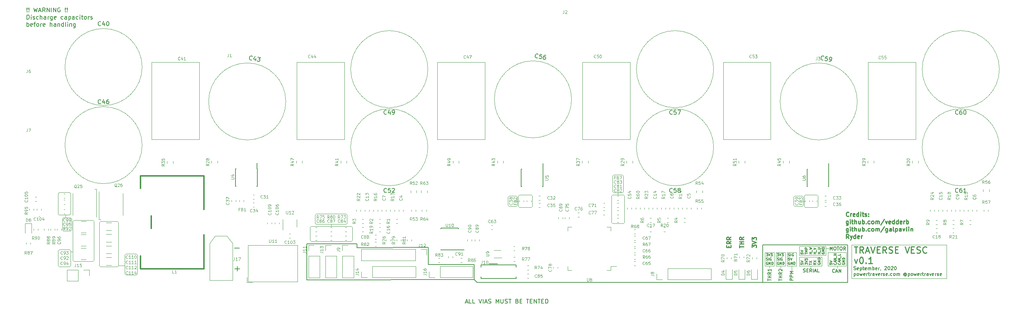
<source format=gbr>
G04 #@! TF.GenerationSoftware,KiCad,Pcbnew,(5.1.6-0-10_14)*
G04 #@! TF.CreationDate,2020-10-13T11:31:37-07:00*
G04 #@! TF.ProjectId,besc g2,62657363-2067-4322-9e6b-696361645f70,Init*
G04 #@! TF.SameCoordinates,Original*
G04 #@! TF.FileFunction,Legend,Top*
G04 #@! TF.FilePolarity,Positive*
%FSLAX46Y46*%
G04 Gerber Fmt 4.6, Leading zero omitted, Abs format (unit mm)*
G04 Created by KiCad (PCBNEW (5.1.6-0-10_14)) date 2020-10-13 11:31:37*
%MOMM*%
%LPD*%
G01*
G04 APERTURE LIST*
%ADD10C,0.250000*%
%ADD11C,0.150000*%
%ADD12C,0.120000*%
%ADD13C,0.200000*%
%ADD14C,0.300000*%
G04 APERTURE END LIST*
D10*
X227082023Y-111662142D02*
X227034404Y-111709761D01*
X226891547Y-111757380D01*
X226796309Y-111757380D01*
X226653452Y-111709761D01*
X226558214Y-111614523D01*
X226510595Y-111519285D01*
X226462976Y-111328809D01*
X226462976Y-111185952D01*
X226510595Y-110995476D01*
X226558214Y-110900238D01*
X226653452Y-110805000D01*
X226796309Y-110757380D01*
X226891547Y-110757380D01*
X227034404Y-110805000D01*
X227082023Y-110852619D01*
X227510595Y-111757380D02*
X227510595Y-111090714D01*
X227510595Y-111281190D02*
X227558214Y-111185952D01*
X227605833Y-111138333D01*
X227701071Y-111090714D01*
X227796309Y-111090714D01*
X228510595Y-111709761D02*
X228415357Y-111757380D01*
X228224880Y-111757380D01*
X228129642Y-111709761D01*
X228082023Y-111614523D01*
X228082023Y-111233571D01*
X228129642Y-111138333D01*
X228224880Y-111090714D01*
X228415357Y-111090714D01*
X228510595Y-111138333D01*
X228558214Y-111233571D01*
X228558214Y-111328809D01*
X228082023Y-111424047D01*
X229415357Y-111757380D02*
X229415357Y-110757380D01*
X229415357Y-111709761D02*
X229320119Y-111757380D01*
X229129642Y-111757380D01*
X229034404Y-111709761D01*
X228986785Y-111662142D01*
X228939166Y-111566904D01*
X228939166Y-111281190D01*
X228986785Y-111185952D01*
X229034404Y-111138333D01*
X229129642Y-111090714D01*
X229320119Y-111090714D01*
X229415357Y-111138333D01*
X229891547Y-111757380D02*
X229891547Y-111090714D01*
X229891547Y-110757380D02*
X229843928Y-110805000D01*
X229891547Y-110852619D01*
X229939166Y-110805000D01*
X229891547Y-110757380D01*
X229891547Y-110852619D01*
X230224880Y-111090714D02*
X230605833Y-111090714D01*
X230367738Y-110757380D02*
X230367738Y-111614523D01*
X230415357Y-111709761D01*
X230510595Y-111757380D01*
X230605833Y-111757380D01*
X230891547Y-111709761D02*
X230986785Y-111757380D01*
X231177261Y-111757380D01*
X231272500Y-111709761D01*
X231320119Y-111614523D01*
X231320119Y-111566904D01*
X231272500Y-111471666D01*
X231177261Y-111424047D01*
X231034404Y-111424047D01*
X230939166Y-111376428D01*
X230891547Y-111281190D01*
X230891547Y-111233571D01*
X230939166Y-111138333D01*
X231034404Y-111090714D01*
X231177261Y-111090714D01*
X231272500Y-111138333D01*
X231748690Y-111662142D02*
X231796309Y-111709761D01*
X231748690Y-111757380D01*
X231701071Y-111709761D01*
X231748690Y-111662142D01*
X231748690Y-111757380D01*
X231748690Y-111138333D02*
X231796309Y-111185952D01*
X231748690Y-111233571D01*
X231701071Y-111185952D01*
X231748690Y-111138333D01*
X231748690Y-111233571D01*
X226939166Y-112840714D02*
X226939166Y-113650238D01*
X226891547Y-113745476D01*
X226843928Y-113793095D01*
X226748690Y-113840714D01*
X226605833Y-113840714D01*
X226510595Y-113793095D01*
X226939166Y-113459761D02*
X226843928Y-113507380D01*
X226653452Y-113507380D01*
X226558214Y-113459761D01*
X226510595Y-113412142D01*
X226462976Y-113316904D01*
X226462976Y-113031190D01*
X226510595Y-112935952D01*
X226558214Y-112888333D01*
X226653452Y-112840714D01*
X226843928Y-112840714D01*
X226939166Y-112888333D01*
X227415357Y-113507380D02*
X227415357Y-112840714D01*
X227415357Y-112507380D02*
X227367738Y-112555000D01*
X227415357Y-112602619D01*
X227462976Y-112555000D01*
X227415357Y-112507380D01*
X227415357Y-112602619D01*
X227748690Y-112840714D02*
X228129642Y-112840714D01*
X227891547Y-112507380D02*
X227891547Y-113364523D01*
X227939166Y-113459761D01*
X228034404Y-113507380D01*
X228129642Y-113507380D01*
X228462976Y-113507380D02*
X228462976Y-112507380D01*
X228891547Y-113507380D02*
X228891547Y-112983571D01*
X228843928Y-112888333D01*
X228748690Y-112840714D01*
X228605833Y-112840714D01*
X228510595Y-112888333D01*
X228462976Y-112935952D01*
X229796309Y-112840714D02*
X229796309Y-113507380D01*
X229367738Y-112840714D02*
X229367738Y-113364523D01*
X229415357Y-113459761D01*
X229510595Y-113507380D01*
X229653452Y-113507380D01*
X229748690Y-113459761D01*
X229796309Y-113412142D01*
X230272500Y-113507380D02*
X230272500Y-112507380D01*
X230272500Y-112888333D02*
X230367738Y-112840714D01*
X230558214Y-112840714D01*
X230653452Y-112888333D01*
X230701071Y-112935952D01*
X230748690Y-113031190D01*
X230748690Y-113316904D01*
X230701071Y-113412142D01*
X230653452Y-113459761D01*
X230558214Y-113507380D01*
X230367738Y-113507380D01*
X230272500Y-113459761D01*
X231177261Y-113412142D02*
X231224880Y-113459761D01*
X231177261Y-113507380D01*
X231129642Y-113459761D01*
X231177261Y-113412142D01*
X231177261Y-113507380D01*
X232082023Y-113459761D02*
X231986785Y-113507380D01*
X231796309Y-113507380D01*
X231701071Y-113459761D01*
X231653452Y-113412142D01*
X231605833Y-113316904D01*
X231605833Y-113031190D01*
X231653452Y-112935952D01*
X231701071Y-112888333D01*
X231796309Y-112840714D01*
X231986785Y-112840714D01*
X232082023Y-112888333D01*
X232653452Y-113507380D02*
X232558214Y-113459761D01*
X232510595Y-113412142D01*
X232462976Y-113316904D01*
X232462976Y-113031190D01*
X232510595Y-112935952D01*
X232558214Y-112888333D01*
X232653452Y-112840714D01*
X232796309Y-112840714D01*
X232891547Y-112888333D01*
X232939166Y-112935952D01*
X232986785Y-113031190D01*
X232986785Y-113316904D01*
X232939166Y-113412142D01*
X232891547Y-113459761D01*
X232796309Y-113507380D01*
X232653452Y-113507380D01*
X233415357Y-113507380D02*
X233415357Y-112840714D01*
X233415357Y-112935952D02*
X233462976Y-112888333D01*
X233558214Y-112840714D01*
X233701071Y-112840714D01*
X233796309Y-112888333D01*
X233843928Y-112983571D01*
X233843928Y-113507380D01*
X233843928Y-112983571D02*
X233891547Y-112888333D01*
X233986785Y-112840714D01*
X234129642Y-112840714D01*
X234224880Y-112888333D01*
X234272500Y-112983571D01*
X234272500Y-113507380D01*
X235462976Y-112459761D02*
X234605833Y-113745476D01*
X235701071Y-112840714D02*
X235939166Y-113507380D01*
X236177261Y-112840714D01*
X236939166Y-113459761D02*
X236843928Y-113507380D01*
X236653452Y-113507380D01*
X236558214Y-113459761D01*
X236510595Y-113364523D01*
X236510595Y-112983571D01*
X236558214Y-112888333D01*
X236653452Y-112840714D01*
X236843928Y-112840714D01*
X236939166Y-112888333D01*
X236986785Y-112983571D01*
X236986785Y-113078809D01*
X236510595Y-113174047D01*
X237843928Y-113507380D02*
X237843928Y-112507380D01*
X237843928Y-113459761D02*
X237748690Y-113507380D01*
X237558214Y-113507380D01*
X237462976Y-113459761D01*
X237415357Y-113412142D01*
X237367738Y-113316904D01*
X237367738Y-113031190D01*
X237415357Y-112935952D01*
X237462976Y-112888333D01*
X237558214Y-112840714D01*
X237748690Y-112840714D01*
X237843928Y-112888333D01*
X238748690Y-113507380D02*
X238748690Y-112507380D01*
X238748690Y-113459761D02*
X238653452Y-113507380D01*
X238462976Y-113507380D01*
X238367738Y-113459761D01*
X238320119Y-113412142D01*
X238272500Y-113316904D01*
X238272500Y-113031190D01*
X238320119Y-112935952D01*
X238367738Y-112888333D01*
X238462976Y-112840714D01*
X238653452Y-112840714D01*
X238748690Y-112888333D01*
X239605833Y-113459761D02*
X239510595Y-113507380D01*
X239320119Y-113507380D01*
X239224880Y-113459761D01*
X239177261Y-113364523D01*
X239177261Y-112983571D01*
X239224880Y-112888333D01*
X239320119Y-112840714D01*
X239510595Y-112840714D01*
X239605833Y-112888333D01*
X239653452Y-112983571D01*
X239653452Y-113078809D01*
X239177261Y-113174047D01*
X240082023Y-113507380D02*
X240082023Y-112840714D01*
X240082023Y-113031190D02*
X240129642Y-112935952D01*
X240177261Y-112888333D01*
X240272500Y-112840714D01*
X240367738Y-112840714D01*
X240701071Y-113507380D02*
X240701071Y-112507380D01*
X240701071Y-112888333D02*
X240796309Y-112840714D01*
X240986785Y-112840714D01*
X241082023Y-112888333D01*
X241129642Y-112935952D01*
X241177261Y-113031190D01*
X241177261Y-113316904D01*
X241129642Y-113412142D01*
X241082023Y-113459761D01*
X240986785Y-113507380D01*
X240796309Y-113507380D01*
X240701071Y-113459761D01*
X226939166Y-114590714D02*
X226939166Y-115400238D01*
X226891547Y-115495476D01*
X226843928Y-115543095D01*
X226748690Y-115590714D01*
X226605833Y-115590714D01*
X226510595Y-115543095D01*
X226939166Y-115209761D02*
X226843928Y-115257380D01*
X226653452Y-115257380D01*
X226558214Y-115209761D01*
X226510595Y-115162142D01*
X226462976Y-115066904D01*
X226462976Y-114781190D01*
X226510595Y-114685952D01*
X226558214Y-114638333D01*
X226653452Y-114590714D01*
X226843928Y-114590714D01*
X226939166Y-114638333D01*
X227415357Y-115257380D02*
X227415357Y-114590714D01*
X227415357Y-114257380D02*
X227367738Y-114305000D01*
X227415357Y-114352619D01*
X227462976Y-114305000D01*
X227415357Y-114257380D01*
X227415357Y-114352619D01*
X227748690Y-114590714D02*
X228129642Y-114590714D01*
X227891547Y-114257380D02*
X227891547Y-115114523D01*
X227939166Y-115209761D01*
X228034404Y-115257380D01*
X228129642Y-115257380D01*
X228462976Y-115257380D02*
X228462976Y-114257380D01*
X228891547Y-115257380D02*
X228891547Y-114733571D01*
X228843928Y-114638333D01*
X228748690Y-114590714D01*
X228605833Y-114590714D01*
X228510595Y-114638333D01*
X228462976Y-114685952D01*
X229796309Y-114590714D02*
X229796309Y-115257380D01*
X229367738Y-114590714D02*
X229367738Y-115114523D01*
X229415357Y-115209761D01*
X229510595Y-115257380D01*
X229653452Y-115257380D01*
X229748690Y-115209761D01*
X229796309Y-115162142D01*
X230272500Y-115257380D02*
X230272500Y-114257380D01*
X230272500Y-114638333D02*
X230367738Y-114590714D01*
X230558214Y-114590714D01*
X230653452Y-114638333D01*
X230701071Y-114685952D01*
X230748690Y-114781190D01*
X230748690Y-115066904D01*
X230701071Y-115162142D01*
X230653452Y-115209761D01*
X230558214Y-115257380D01*
X230367738Y-115257380D01*
X230272500Y-115209761D01*
X231177261Y-115162142D02*
X231224880Y-115209761D01*
X231177261Y-115257380D01*
X231129642Y-115209761D01*
X231177261Y-115162142D01*
X231177261Y-115257380D01*
X232082023Y-115209761D02*
X231986785Y-115257380D01*
X231796309Y-115257380D01*
X231701071Y-115209761D01*
X231653452Y-115162142D01*
X231605833Y-115066904D01*
X231605833Y-114781190D01*
X231653452Y-114685952D01*
X231701071Y-114638333D01*
X231796309Y-114590714D01*
X231986785Y-114590714D01*
X232082023Y-114638333D01*
X232653452Y-115257380D02*
X232558214Y-115209761D01*
X232510595Y-115162142D01*
X232462976Y-115066904D01*
X232462976Y-114781190D01*
X232510595Y-114685952D01*
X232558214Y-114638333D01*
X232653452Y-114590714D01*
X232796309Y-114590714D01*
X232891547Y-114638333D01*
X232939166Y-114685952D01*
X232986785Y-114781190D01*
X232986785Y-115066904D01*
X232939166Y-115162142D01*
X232891547Y-115209761D01*
X232796309Y-115257380D01*
X232653452Y-115257380D01*
X233415357Y-115257380D02*
X233415357Y-114590714D01*
X233415357Y-114685952D02*
X233462976Y-114638333D01*
X233558214Y-114590714D01*
X233701071Y-114590714D01*
X233796309Y-114638333D01*
X233843928Y-114733571D01*
X233843928Y-115257380D01*
X233843928Y-114733571D02*
X233891547Y-114638333D01*
X233986785Y-114590714D01*
X234129642Y-114590714D01*
X234224880Y-114638333D01*
X234272500Y-114733571D01*
X234272500Y-115257380D01*
X235462976Y-114209761D02*
X234605833Y-115495476D01*
X236224880Y-114590714D02*
X236224880Y-115400238D01*
X236177261Y-115495476D01*
X236129642Y-115543095D01*
X236034404Y-115590714D01*
X235891547Y-115590714D01*
X235796309Y-115543095D01*
X236224880Y-115209761D02*
X236129642Y-115257380D01*
X235939166Y-115257380D01*
X235843928Y-115209761D01*
X235796309Y-115162142D01*
X235748690Y-115066904D01*
X235748690Y-114781190D01*
X235796309Y-114685952D01*
X235843928Y-114638333D01*
X235939166Y-114590714D01*
X236129642Y-114590714D01*
X236224880Y-114638333D01*
X237129642Y-115257380D02*
X237129642Y-114733571D01*
X237082023Y-114638333D01*
X236986785Y-114590714D01*
X236796309Y-114590714D01*
X236701071Y-114638333D01*
X237129642Y-115209761D02*
X237034404Y-115257380D01*
X236796309Y-115257380D01*
X236701071Y-115209761D01*
X236653452Y-115114523D01*
X236653452Y-115019285D01*
X236701071Y-114924047D01*
X236796309Y-114876428D01*
X237034404Y-114876428D01*
X237129642Y-114828809D01*
X237748690Y-115257380D02*
X237653452Y-115209761D01*
X237605833Y-115114523D01*
X237605833Y-114257380D01*
X238129642Y-114590714D02*
X238129642Y-115590714D01*
X238129642Y-114638333D02*
X238224880Y-114590714D01*
X238415357Y-114590714D01*
X238510595Y-114638333D01*
X238558214Y-114685952D01*
X238605833Y-114781190D01*
X238605833Y-115066904D01*
X238558214Y-115162142D01*
X238510595Y-115209761D01*
X238415357Y-115257380D01*
X238224880Y-115257380D01*
X238129642Y-115209761D01*
X239462976Y-115257380D02*
X239462976Y-114733571D01*
X239415357Y-114638333D01*
X239320119Y-114590714D01*
X239129642Y-114590714D01*
X239034404Y-114638333D01*
X239462976Y-115209761D02*
X239367738Y-115257380D01*
X239129642Y-115257380D01*
X239034404Y-115209761D01*
X238986785Y-115114523D01*
X238986785Y-115019285D01*
X239034404Y-114924047D01*
X239129642Y-114876428D01*
X239367738Y-114876428D01*
X239462976Y-114828809D01*
X239843928Y-114590714D02*
X240082023Y-115257380D01*
X240320119Y-114590714D01*
X240843928Y-115257380D02*
X240748690Y-115209761D01*
X240701071Y-115114523D01*
X240701071Y-114257380D01*
X241224880Y-115257380D02*
X241224880Y-114590714D01*
X241224880Y-114257380D02*
X241177261Y-114305000D01*
X241224880Y-114352619D01*
X241272500Y-114305000D01*
X241224880Y-114257380D01*
X241224880Y-114352619D01*
X241701071Y-114590714D02*
X241701071Y-115257380D01*
X241701071Y-114685952D02*
X241748690Y-114638333D01*
X241843928Y-114590714D01*
X241986785Y-114590714D01*
X242082023Y-114638333D01*
X242129642Y-114733571D01*
X242129642Y-115257380D01*
X227082023Y-117007380D02*
X226748690Y-116531190D01*
X226510595Y-117007380D02*
X226510595Y-116007380D01*
X226891547Y-116007380D01*
X226986785Y-116055000D01*
X227034404Y-116102619D01*
X227082023Y-116197857D01*
X227082023Y-116340714D01*
X227034404Y-116435952D01*
X226986785Y-116483571D01*
X226891547Y-116531190D01*
X226510595Y-116531190D01*
X227415357Y-116340714D02*
X227653452Y-117007380D01*
X227891547Y-116340714D02*
X227653452Y-117007380D01*
X227558214Y-117245476D01*
X227510595Y-117293095D01*
X227415357Y-117340714D01*
X228701071Y-117007380D02*
X228701071Y-116007380D01*
X228701071Y-116959761D02*
X228605833Y-117007380D01*
X228415357Y-117007380D01*
X228320119Y-116959761D01*
X228272500Y-116912142D01*
X228224880Y-116816904D01*
X228224880Y-116531190D01*
X228272500Y-116435952D01*
X228320119Y-116388333D01*
X228415357Y-116340714D01*
X228605833Y-116340714D01*
X228701071Y-116388333D01*
X229558214Y-116959761D02*
X229462976Y-117007380D01*
X229272500Y-117007380D01*
X229177261Y-116959761D01*
X229129642Y-116864523D01*
X229129642Y-116483571D01*
X229177261Y-116388333D01*
X229272500Y-116340714D01*
X229462976Y-116340714D01*
X229558214Y-116388333D01*
X229605833Y-116483571D01*
X229605833Y-116578809D01*
X229129642Y-116674047D01*
X230034404Y-117007380D02*
X230034404Y-116340714D01*
X230034404Y-116531190D02*
X230082023Y-116435952D01*
X230129642Y-116388333D01*
X230224880Y-116340714D01*
X230320119Y-116340714D01*
D11*
X136561904Y-132066666D02*
X137038095Y-132066666D01*
X136466666Y-132352380D02*
X136800000Y-131352380D01*
X137133333Y-132352380D01*
X137942857Y-132352380D02*
X137466666Y-132352380D01*
X137466666Y-131352380D01*
X138752380Y-132352380D02*
X138276190Y-132352380D01*
X138276190Y-131352380D01*
X139704761Y-131352380D02*
X140038095Y-132352380D01*
X140371428Y-131352380D01*
X140704761Y-132352380D02*
X140704761Y-131352380D01*
X141133333Y-132066666D02*
X141609523Y-132066666D01*
X141038095Y-132352380D02*
X141371428Y-131352380D01*
X141704761Y-132352380D01*
X141990476Y-132304761D02*
X142133333Y-132352380D01*
X142371428Y-132352380D01*
X142466666Y-132304761D01*
X142514285Y-132257142D01*
X142561904Y-132161904D01*
X142561904Y-132066666D01*
X142514285Y-131971428D01*
X142466666Y-131923809D01*
X142371428Y-131876190D01*
X142180952Y-131828571D01*
X142085714Y-131780952D01*
X142038095Y-131733333D01*
X141990476Y-131638095D01*
X141990476Y-131542857D01*
X142038095Y-131447619D01*
X142085714Y-131400000D01*
X142180952Y-131352380D01*
X142419047Y-131352380D01*
X142561904Y-131400000D01*
X143752380Y-132352380D02*
X143752380Y-131352380D01*
X144085714Y-132066666D01*
X144419047Y-131352380D01*
X144419047Y-132352380D01*
X144895238Y-131352380D02*
X144895238Y-132161904D01*
X144942857Y-132257142D01*
X144990476Y-132304761D01*
X145085714Y-132352380D01*
X145276190Y-132352380D01*
X145371428Y-132304761D01*
X145419047Y-132257142D01*
X145466666Y-132161904D01*
X145466666Y-131352380D01*
X145895238Y-132304761D02*
X146038095Y-132352380D01*
X146276190Y-132352380D01*
X146371428Y-132304761D01*
X146419047Y-132257142D01*
X146466666Y-132161904D01*
X146466666Y-132066666D01*
X146419047Y-131971428D01*
X146371428Y-131923809D01*
X146276190Y-131876190D01*
X146085714Y-131828571D01*
X145990476Y-131780952D01*
X145942857Y-131733333D01*
X145895238Y-131638095D01*
X145895238Y-131542857D01*
X145942857Y-131447619D01*
X145990476Y-131400000D01*
X146085714Y-131352380D01*
X146323809Y-131352380D01*
X146466666Y-131400000D01*
X146752380Y-131352380D02*
X147323809Y-131352380D01*
X147038095Y-132352380D02*
X147038095Y-131352380D01*
X148752380Y-131828571D02*
X148895238Y-131876190D01*
X148942857Y-131923809D01*
X148990476Y-132019047D01*
X148990476Y-132161904D01*
X148942857Y-132257142D01*
X148895238Y-132304761D01*
X148800000Y-132352380D01*
X148419047Y-132352380D01*
X148419047Y-131352380D01*
X148752380Y-131352380D01*
X148847619Y-131400000D01*
X148895238Y-131447619D01*
X148942857Y-131542857D01*
X148942857Y-131638095D01*
X148895238Y-131733333D01*
X148847619Y-131780952D01*
X148752380Y-131828571D01*
X148419047Y-131828571D01*
X149419047Y-131828571D02*
X149752380Y-131828571D01*
X149895238Y-132352380D02*
X149419047Y-132352380D01*
X149419047Y-131352380D01*
X149895238Y-131352380D01*
X150942857Y-131352380D02*
X151514285Y-131352380D01*
X151228571Y-132352380D02*
X151228571Y-131352380D01*
X151847619Y-131828571D02*
X152180952Y-131828571D01*
X152323809Y-132352380D02*
X151847619Y-132352380D01*
X151847619Y-131352380D01*
X152323809Y-131352380D01*
X152752380Y-132352380D02*
X152752380Y-131352380D01*
X153323809Y-132352380D01*
X153323809Y-131352380D01*
X153657142Y-131352380D02*
X154228571Y-131352380D01*
X153942857Y-132352380D02*
X153942857Y-131352380D01*
X154561904Y-131828571D02*
X154895238Y-131828571D01*
X155038095Y-132352380D02*
X154561904Y-132352380D01*
X154561904Y-131352380D01*
X155038095Y-131352380D01*
X155466666Y-132352380D02*
X155466666Y-131352380D01*
X155704761Y-131352380D01*
X155847619Y-131400000D01*
X155942857Y-131495238D01*
X155990476Y-131590476D01*
X156038095Y-131780952D01*
X156038095Y-131923809D01*
X155990476Y-132114285D01*
X155942857Y-132209523D01*
X155847619Y-132304761D01*
X155704761Y-132352380D01*
X155466666Y-132352380D01*
D12*
X42100000Y-111400000D02*
X42100000Y-112100000D01*
X43000000Y-106100000D02*
X40600000Y-106100000D01*
X43300000Y-106400000D02*
X43000000Y-106100000D01*
X43300000Y-111100000D02*
X43300000Y-106400000D01*
X43000000Y-111400000D02*
X43300000Y-111100000D01*
X40500000Y-111400000D02*
X43000000Y-111400000D01*
X40300000Y-111200000D02*
X40500000Y-111400000D01*
X40300000Y-106400000D02*
X40300000Y-111200000D01*
X40600000Y-106100000D02*
X40300000Y-106400000D01*
X43500000Y-115000000D02*
X43300000Y-115200000D01*
X43500000Y-112300000D02*
X43500000Y-115000000D01*
X43300000Y-112100000D02*
X43500000Y-112300000D01*
X41500000Y-112100000D02*
X43300000Y-112100000D01*
X41300000Y-112300000D02*
X41500000Y-112100000D01*
X41300000Y-115000000D02*
X41300000Y-112300000D01*
X41500000Y-115200000D02*
X41300000Y-115000000D01*
X41500000Y-115200000D02*
X43300000Y-115200000D01*
D13*
X32968095Y-63257142D02*
X33015714Y-63304761D01*
X32968095Y-63352380D01*
X32920476Y-63304761D01*
X32968095Y-63257142D01*
X32968095Y-63352380D01*
X32968095Y-62971428D02*
X32920476Y-62400000D01*
X32968095Y-62352380D01*
X33015714Y-62400000D01*
X32968095Y-62971428D01*
X32968095Y-62352380D01*
X33444285Y-63257142D02*
X33491904Y-63304761D01*
X33444285Y-63352380D01*
X33396666Y-63304761D01*
X33444285Y-63257142D01*
X33444285Y-63352380D01*
X33444285Y-62971428D02*
X33396666Y-62400000D01*
X33444285Y-62352380D01*
X33491904Y-62400000D01*
X33444285Y-62971428D01*
X33444285Y-62352380D01*
X34587142Y-62352380D02*
X34825238Y-63352380D01*
X35015714Y-62638095D01*
X35206190Y-63352380D01*
X35444285Y-62352380D01*
X35777619Y-63066666D02*
X36253809Y-63066666D01*
X35682380Y-63352380D02*
X36015714Y-62352380D01*
X36349047Y-63352380D01*
X37253809Y-63352380D02*
X36920476Y-62876190D01*
X36682380Y-63352380D02*
X36682380Y-62352380D01*
X37063333Y-62352380D01*
X37158571Y-62400000D01*
X37206190Y-62447619D01*
X37253809Y-62542857D01*
X37253809Y-62685714D01*
X37206190Y-62780952D01*
X37158571Y-62828571D01*
X37063333Y-62876190D01*
X36682380Y-62876190D01*
X37682380Y-63352380D02*
X37682380Y-62352380D01*
X38253809Y-63352380D01*
X38253809Y-62352380D01*
X38730000Y-63352380D02*
X38730000Y-62352380D01*
X39206190Y-63352380D02*
X39206190Y-62352380D01*
X39777619Y-63352380D01*
X39777619Y-62352380D01*
X40777619Y-62400000D02*
X40682380Y-62352380D01*
X40539523Y-62352380D01*
X40396666Y-62400000D01*
X40301428Y-62495238D01*
X40253809Y-62590476D01*
X40206190Y-62780952D01*
X40206190Y-62923809D01*
X40253809Y-63114285D01*
X40301428Y-63209523D01*
X40396666Y-63304761D01*
X40539523Y-63352380D01*
X40634761Y-63352380D01*
X40777619Y-63304761D01*
X40825238Y-63257142D01*
X40825238Y-62923809D01*
X40634761Y-62923809D01*
X42015714Y-63257142D02*
X42063333Y-63304761D01*
X42015714Y-63352380D01*
X41968095Y-63304761D01*
X42015714Y-63257142D01*
X42015714Y-63352380D01*
X42015714Y-62971428D02*
X41968095Y-62400000D01*
X42015714Y-62352380D01*
X42063333Y-62400000D01*
X42015714Y-62971428D01*
X42015714Y-62352380D01*
X42491904Y-63257142D02*
X42539523Y-63304761D01*
X42491904Y-63352380D01*
X42444285Y-63304761D01*
X42491904Y-63257142D01*
X42491904Y-63352380D01*
X42491904Y-62971428D02*
X42444285Y-62400000D01*
X42491904Y-62352380D01*
X42539523Y-62400000D01*
X42491904Y-62971428D01*
X42491904Y-62352380D01*
X32968095Y-65052380D02*
X32968095Y-64052380D01*
X33206190Y-64052380D01*
X33349047Y-64100000D01*
X33444285Y-64195238D01*
X33491904Y-64290476D01*
X33539523Y-64480952D01*
X33539523Y-64623809D01*
X33491904Y-64814285D01*
X33444285Y-64909523D01*
X33349047Y-65004761D01*
X33206190Y-65052380D01*
X32968095Y-65052380D01*
X33968095Y-65052380D02*
X33968095Y-64385714D01*
X33968095Y-64052380D02*
X33920476Y-64100000D01*
X33968095Y-64147619D01*
X34015714Y-64100000D01*
X33968095Y-64052380D01*
X33968095Y-64147619D01*
X34396666Y-65004761D02*
X34491904Y-65052380D01*
X34682380Y-65052380D01*
X34777619Y-65004761D01*
X34825238Y-64909523D01*
X34825238Y-64861904D01*
X34777619Y-64766666D01*
X34682380Y-64719047D01*
X34539523Y-64719047D01*
X34444285Y-64671428D01*
X34396666Y-64576190D01*
X34396666Y-64528571D01*
X34444285Y-64433333D01*
X34539523Y-64385714D01*
X34682380Y-64385714D01*
X34777619Y-64433333D01*
X35682380Y-65004761D02*
X35587142Y-65052380D01*
X35396666Y-65052380D01*
X35301428Y-65004761D01*
X35253809Y-64957142D01*
X35206190Y-64861904D01*
X35206190Y-64576190D01*
X35253809Y-64480952D01*
X35301428Y-64433333D01*
X35396666Y-64385714D01*
X35587142Y-64385714D01*
X35682380Y-64433333D01*
X36110952Y-65052380D02*
X36110952Y-64052380D01*
X36539523Y-65052380D02*
X36539523Y-64528571D01*
X36491904Y-64433333D01*
X36396666Y-64385714D01*
X36253809Y-64385714D01*
X36158571Y-64433333D01*
X36110952Y-64480952D01*
X37444285Y-65052380D02*
X37444285Y-64528571D01*
X37396666Y-64433333D01*
X37301428Y-64385714D01*
X37110952Y-64385714D01*
X37015714Y-64433333D01*
X37444285Y-65004761D02*
X37349047Y-65052380D01*
X37110952Y-65052380D01*
X37015714Y-65004761D01*
X36968095Y-64909523D01*
X36968095Y-64814285D01*
X37015714Y-64719047D01*
X37110952Y-64671428D01*
X37349047Y-64671428D01*
X37444285Y-64623809D01*
X37920476Y-65052380D02*
X37920476Y-64385714D01*
X37920476Y-64576190D02*
X37968095Y-64480952D01*
X38015714Y-64433333D01*
X38110952Y-64385714D01*
X38206190Y-64385714D01*
X38968095Y-64385714D02*
X38968095Y-65195238D01*
X38920476Y-65290476D01*
X38872857Y-65338095D01*
X38777619Y-65385714D01*
X38634761Y-65385714D01*
X38539523Y-65338095D01*
X38968095Y-65004761D02*
X38872857Y-65052380D01*
X38682380Y-65052380D01*
X38587142Y-65004761D01*
X38539523Y-64957142D01*
X38491904Y-64861904D01*
X38491904Y-64576190D01*
X38539523Y-64480952D01*
X38587142Y-64433333D01*
X38682380Y-64385714D01*
X38872857Y-64385714D01*
X38968095Y-64433333D01*
X39825238Y-65004761D02*
X39730000Y-65052380D01*
X39539523Y-65052380D01*
X39444285Y-65004761D01*
X39396666Y-64909523D01*
X39396666Y-64528571D01*
X39444285Y-64433333D01*
X39539523Y-64385714D01*
X39730000Y-64385714D01*
X39825238Y-64433333D01*
X39872857Y-64528571D01*
X39872857Y-64623809D01*
X39396666Y-64719047D01*
X41491904Y-65004761D02*
X41396666Y-65052380D01*
X41206190Y-65052380D01*
X41110952Y-65004761D01*
X41063333Y-64957142D01*
X41015714Y-64861904D01*
X41015714Y-64576190D01*
X41063333Y-64480952D01*
X41110952Y-64433333D01*
X41206190Y-64385714D01*
X41396666Y-64385714D01*
X41491904Y-64433333D01*
X42349047Y-65052380D02*
X42349047Y-64528571D01*
X42301428Y-64433333D01*
X42206190Y-64385714D01*
X42015714Y-64385714D01*
X41920476Y-64433333D01*
X42349047Y-65004761D02*
X42253809Y-65052380D01*
X42015714Y-65052380D01*
X41920476Y-65004761D01*
X41872857Y-64909523D01*
X41872857Y-64814285D01*
X41920476Y-64719047D01*
X42015714Y-64671428D01*
X42253809Y-64671428D01*
X42349047Y-64623809D01*
X42825238Y-64385714D02*
X42825238Y-65385714D01*
X42825238Y-64433333D02*
X42920476Y-64385714D01*
X43110952Y-64385714D01*
X43206190Y-64433333D01*
X43253809Y-64480952D01*
X43301428Y-64576190D01*
X43301428Y-64861904D01*
X43253809Y-64957142D01*
X43206190Y-65004761D01*
X43110952Y-65052380D01*
X42920476Y-65052380D01*
X42825238Y-65004761D01*
X44158571Y-65052380D02*
X44158571Y-64528571D01*
X44110952Y-64433333D01*
X44015714Y-64385714D01*
X43825238Y-64385714D01*
X43730000Y-64433333D01*
X44158571Y-65004761D02*
X44063333Y-65052380D01*
X43825238Y-65052380D01*
X43730000Y-65004761D01*
X43682380Y-64909523D01*
X43682380Y-64814285D01*
X43730000Y-64719047D01*
X43825238Y-64671428D01*
X44063333Y-64671428D01*
X44158571Y-64623809D01*
X45063333Y-65004761D02*
X44968095Y-65052380D01*
X44777619Y-65052380D01*
X44682380Y-65004761D01*
X44634761Y-64957142D01*
X44587142Y-64861904D01*
X44587142Y-64576190D01*
X44634761Y-64480952D01*
X44682380Y-64433333D01*
X44777619Y-64385714D01*
X44968095Y-64385714D01*
X45063333Y-64433333D01*
X45491904Y-65052380D02*
X45491904Y-64385714D01*
X45491904Y-64052380D02*
X45444285Y-64100000D01*
X45491904Y-64147619D01*
X45539523Y-64100000D01*
X45491904Y-64052380D01*
X45491904Y-64147619D01*
X45825238Y-64385714D02*
X46206190Y-64385714D01*
X45968095Y-64052380D02*
X45968095Y-64909523D01*
X46015714Y-65004761D01*
X46110952Y-65052380D01*
X46206190Y-65052380D01*
X46682380Y-65052380D02*
X46587142Y-65004761D01*
X46539523Y-64957142D01*
X46491904Y-64861904D01*
X46491904Y-64576190D01*
X46539523Y-64480952D01*
X46587142Y-64433333D01*
X46682380Y-64385714D01*
X46825238Y-64385714D01*
X46920476Y-64433333D01*
X46968095Y-64480952D01*
X47015714Y-64576190D01*
X47015714Y-64861904D01*
X46968095Y-64957142D01*
X46920476Y-65004761D01*
X46825238Y-65052380D01*
X46682380Y-65052380D01*
X47444285Y-65052380D02*
X47444285Y-64385714D01*
X47444285Y-64576190D02*
X47491904Y-64480952D01*
X47539523Y-64433333D01*
X47634761Y-64385714D01*
X47730000Y-64385714D01*
X48015714Y-65004761D02*
X48110952Y-65052380D01*
X48301428Y-65052380D01*
X48396666Y-65004761D01*
X48444285Y-64909523D01*
X48444285Y-64861904D01*
X48396666Y-64766666D01*
X48301428Y-64719047D01*
X48158571Y-64719047D01*
X48063333Y-64671428D01*
X48015714Y-64576190D01*
X48015714Y-64528571D01*
X48063333Y-64433333D01*
X48158571Y-64385714D01*
X48301428Y-64385714D01*
X48396666Y-64433333D01*
X32968095Y-66752380D02*
X32968095Y-65752380D01*
X32968095Y-66133333D02*
X33063333Y-66085714D01*
X33253809Y-66085714D01*
X33349047Y-66133333D01*
X33396666Y-66180952D01*
X33444285Y-66276190D01*
X33444285Y-66561904D01*
X33396666Y-66657142D01*
X33349047Y-66704761D01*
X33253809Y-66752380D01*
X33063333Y-66752380D01*
X32968095Y-66704761D01*
X34253809Y-66704761D02*
X34158571Y-66752380D01*
X33968095Y-66752380D01*
X33872857Y-66704761D01*
X33825238Y-66609523D01*
X33825238Y-66228571D01*
X33872857Y-66133333D01*
X33968095Y-66085714D01*
X34158571Y-66085714D01*
X34253809Y-66133333D01*
X34301428Y-66228571D01*
X34301428Y-66323809D01*
X33825238Y-66419047D01*
X34587142Y-66085714D02*
X34968095Y-66085714D01*
X34730000Y-66752380D02*
X34730000Y-65895238D01*
X34777619Y-65800000D01*
X34872857Y-65752380D01*
X34968095Y-65752380D01*
X35444285Y-66752380D02*
X35349047Y-66704761D01*
X35301428Y-66657142D01*
X35253809Y-66561904D01*
X35253809Y-66276190D01*
X35301428Y-66180952D01*
X35349047Y-66133333D01*
X35444285Y-66085714D01*
X35587142Y-66085714D01*
X35682380Y-66133333D01*
X35730000Y-66180952D01*
X35777619Y-66276190D01*
X35777619Y-66561904D01*
X35730000Y-66657142D01*
X35682380Y-66704761D01*
X35587142Y-66752380D01*
X35444285Y-66752380D01*
X36206190Y-66752380D02*
X36206190Y-66085714D01*
X36206190Y-66276190D02*
X36253809Y-66180952D01*
X36301428Y-66133333D01*
X36396666Y-66085714D01*
X36491904Y-66085714D01*
X37206190Y-66704761D02*
X37110952Y-66752380D01*
X36920476Y-66752380D01*
X36825238Y-66704761D01*
X36777619Y-66609523D01*
X36777619Y-66228571D01*
X36825238Y-66133333D01*
X36920476Y-66085714D01*
X37110952Y-66085714D01*
X37206190Y-66133333D01*
X37253809Y-66228571D01*
X37253809Y-66323809D01*
X36777619Y-66419047D01*
X38444285Y-66752380D02*
X38444285Y-65752380D01*
X38872857Y-66752380D02*
X38872857Y-66228571D01*
X38825238Y-66133333D01*
X38730000Y-66085714D01*
X38587142Y-66085714D01*
X38491904Y-66133333D01*
X38444285Y-66180952D01*
X39777619Y-66752380D02*
X39777619Y-66228571D01*
X39730000Y-66133333D01*
X39634761Y-66085714D01*
X39444285Y-66085714D01*
X39349047Y-66133333D01*
X39777619Y-66704761D02*
X39682380Y-66752380D01*
X39444285Y-66752380D01*
X39349047Y-66704761D01*
X39301428Y-66609523D01*
X39301428Y-66514285D01*
X39349047Y-66419047D01*
X39444285Y-66371428D01*
X39682380Y-66371428D01*
X39777619Y-66323809D01*
X40253809Y-66085714D02*
X40253809Y-66752380D01*
X40253809Y-66180952D02*
X40301428Y-66133333D01*
X40396666Y-66085714D01*
X40539523Y-66085714D01*
X40634761Y-66133333D01*
X40682380Y-66228571D01*
X40682380Y-66752380D01*
X41587142Y-66752380D02*
X41587142Y-65752380D01*
X41587142Y-66704761D02*
X41491904Y-66752380D01*
X41301428Y-66752380D01*
X41206190Y-66704761D01*
X41158571Y-66657142D01*
X41110952Y-66561904D01*
X41110952Y-66276190D01*
X41158571Y-66180952D01*
X41206190Y-66133333D01*
X41301428Y-66085714D01*
X41491904Y-66085714D01*
X41587142Y-66133333D01*
X42206190Y-66752380D02*
X42110952Y-66704761D01*
X42063333Y-66609523D01*
X42063333Y-65752380D01*
X42587142Y-66752380D02*
X42587142Y-66085714D01*
X42587142Y-65752380D02*
X42539523Y-65800000D01*
X42587142Y-65847619D01*
X42634761Y-65800000D01*
X42587142Y-65752380D01*
X42587142Y-65847619D01*
X43063333Y-66085714D02*
X43063333Y-66752380D01*
X43063333Y-66180952D02*
X43110952Y-66133333D01*
X43206190Y-66085714D01*
X43349047Y-66085714D01*
X43444285Y-66133333D01*
X43491904Y-66228571D01*
X43491904Y-66752380D01*
X44396666Y-66085714D02*
X44396666Y-66895238D01*
X44349047Y-66990476D01*
X44301428Y-67038095D01*
X44206190Y-67085714D01*
X44063333Y-67085714D01*
X43968095Y-67038095D01*
X44396666Y-66704761D02*
X44301428Y-66752380D01*
X44110952Y-66752380D01*
X44015714Y-66704761D01*
X43968095Y-66657142D01*
X43920476Y-66561904D01*
X43920476Y-66276190D01*
X43968095Y-66180952D01*
X44015714Y-66133333D01*
X44110952Y-66085714D01*
X44301428Y-66085714D01*
X44396666Y-66133333D01*
D12*
X221700000Y-119400000D02*
X222400000Y-119400000D01*
D13*
X226800000Y-127400000D02*
X226800000Y-118500000D01*
X206800000Y-127400000D02*
X226800000Y-127400000D01*
X206800000Y-118500000D02*
X206800000Y-127400000D01*
X226800000Y-118500000D02*
X206800000Y-118500000D01*
X139300000Y-127400000D02*
X206800000Y-127400000D01*
X138600000Y-126700000D02*
X139300000Y-127400000D01*
X99100000Y-126800000D02*
X99100000Y-118300000D01*
X138600000Y-126700000D02*
X99100000Y-126800000D01*
X138600000Y-123200000D02*
X138600000Y-126700000D01*
X127800000Y-123200000D02*
X138600000Y-123200000D01*
X127800000Y-119100000D02*
X127800000Y-123200000D01*
X110900000Y-119200000D02*
X127800000Y-119100000D01*
X110900000Y-118300000D02*
X110900000Y-119200000D01*
X99100000Y-118300000D02*
X110900000Y-118300000D01*
D12*
X224400000Y-123500000D02*
X224400000Y-124000000D01*
X226500000Y-123500000D02*
X222200000Y-123500000D01*
X226500000Y-120300000D02*
X226500000Y-123500000D01*
X222200000Y-120300000D02*
X226500000Y-120300000D01*
X222200000Y-123500000D02*
X222200000Y-120300000D01*
X215400000Y-118900000D02*
X221700000Y-118900000D01*
X221700000Y-118900000D02*
X221700000Y-121000000D01*
X221700000Y-121000000D02*
X215400000Y-121000000D01*
X215400000Y-121000000D02*
X215400000Y-118900000D01*
X218100000Y-123500000D02*
X218100000Y-123900000D01*
X220700000Y-123500000D02*
X215400000Y-123500000D01*
X220700000Y-121400000D02*
X220700000Y-123500000D01*
X215400000Y-121400000D02*
X220700000Y-121400000D01*
X215400000Y-123500000D02*
X215400000Y-121400000D01*
X213600000Y-123500000D02*
X213600000Y-124500000D01*
X211000000Y-123500000D02*
X211000000Y-124000000D01*
X208400000Y-123500000D02*
X208400000Y-124000000D01*
X212500000Y-123500000D02*
X212500000Y-120300000D01*
X214700000Y-123500000D02*
X212500000Y-123500000D01*
X212500000Y-120300000D02*
X214700000Y-120300000D01*
X214700000Y-120300000D02*
X214700000Y-123500000D01*
X209900000Y-123500000D02*
X209900000Y-120300000D01*
X212100000Y-123500000D02*
X209900000Y-123500000D01*
X209900000Y-120300000D02*
X212100000Y-120300000D01*
X212100000Y-120300000D02*
X212100000Y-123500000D01*
X207300000Y-123500000D02*
X207300000Y-120300000D01*
X209500000Y-123500000D02*
X207300000Y-123500000D01*
X209500000Y-120300000D02*
X209500000Y-123500000D01*
X207300000Y-120300000D02*
X209500000Y-120300000D01*
D11*
X223745119Y-124985714D02*
X223707023Y-125023809D01*
X223592738Y-125061904D01*
X223516547Y-125061904D01*
X223402261Y-125023809D01*
X223326071Y-124947619D01*
X223287976Y-124871428D01*
X223249880Y-124719047D01*
X223249880Y-124604761D01*
X223287976Y-124452380D01*
X223326071Y-124376190D01*
X223402261Y-124300000D01*
X223516547Y-124261904D01*
X223592738Y-124261904D01*
X223707023Y-124300000D01*
X223745119Y-124338095D01*
X224049880Y-124833333D02*
X224430833Y-124833333D01*
X223973690Y-125061904D02*
X224240357Y-124261904D01*
X224507023Y-125061904D01*
X224773690Y-125061904D02*
X224773690Y-124261904D01*
X225230833Y-125061904D01*
X225230833Y-124261904D01*
X222571428Y-122873928D02*
X222571428Y-123159642D01*
X222857142Y-123188214D01*
X222828571Y-123159642D01*
X222800000Y-123102500D01*
X222800000Y-122959642D01*
X222828571Y-122902500D01*
X222857142Y-122873928D01*
X222914285Y-122845357D01*
X223057142Y-122845357D01*
X223114285Y-122873928D01*
X223142857Y-122902500D01*
X223171428Y-122959642D01*
X223171428Y-123102500D01*
X223142857Y-123159642D01*
X223114285Y-123188214D01*
X222571428Y-122673928D02*
X223171428Y-122473928D01*
X222571428Y-122273928D01*
X224114285Y-122816785D02*
X224142857Y-122845357D01*
X224171428Y-122931071D01*
X224171428Y-122988214D01*
X224142857Y-123073928D01*
X224085714Y-123131071D01*
X224028571Y-123159642D01*
X223914285Y-123188214D01*
X223828571Y-123188214D01*
X223714285Y-123159642D01*
X223657142Y-123131071D01*
X223600000Y-123073928D01*
X223571428Y-122988214D01*
X223571428Y-122931071D01*
X223600000Y-122845357D01*
X223628571Y-122816785D01*
X224000000Y-122588214D02*
X224000000Y-122302500D01*
X224171428Y-122645357D02*
X223571428Y-122445357D01*
X224171428Y-122245357D01*
X224171428Y-122045357D02*
X223571428Y-122045357D01*
X224171428Y-121702500D01*
X223571428Y-121702500D01*
X224228571Y-121559642D02*
X224228571Y-121102500D01*
X224171428Y-120959642D02*
X223571428Y-120959642D01*
X223857142Y-120959642D02*
X223857142Y-120616785D01*
X224171428Y-120616785D02*
X223571428Y-120616785D01*
X225600000Y-122845357D02*
X225571428Y-122902500D01*
X225571428Y-122988214D01*
X225600000Y-123073928D01*
X225657142Y-123131071D01*
X225714285Y-123159642D01*
X225828571Y-123188214D01*
X225914285Y-123188214D01*
X226028571Y-123159642D01*
X226085714Y-123131071D01*
X226142857Y-123073928D01*
X226171428Y-122988214D01*
X226171428Y-122931071D01*
X226142857Y-122845357D01*
X226114285Y-122816785D01*
X225914285Y-122816785D01*
X225914285Y-122931071D01*
X226171428Y-122559642D02*
X225571428Y-122559642D01*
X226171428Y-122216785D01*
X225571428Y-122216785D01*
X226171428Y-121931071D02*
X225571428Y-121931071D01*
X225571428Y-121788214D01*
X225600000Y-121702500D01*
X225657142Y-121645357D01*
X225714285Y-121616785D01*
X225828571Y-121588214D01*
X225914285Y-121588214D01*
X226028571Y-121616785D01*
X226085714Y-121645357D01*
X226142857Y-121702500D01*
X226171428Y-121788214D01*
X226171428Y-121931071D01*
X225114285Y-122816785D02*
X225142857Y-122845357D01*
X225171428Y-122931071D01*
X225171428Y-122988214D01*
X225142857Y-123073928D01*
X225085714Y-123131071D01*
X225028571Y-123159642D01*
X224914285Y-123188214D01*
X224828571Y-123188214D01*
X224714285Y-123159642D01*
X224657142Y-123131071D01*
X224600000Y-123073928D01*
X224571428Y-122988214D01*
X224571428Y-122931071D01*
X224600000Y-122845357D01*
X224628571Y-122816785D01*
X225000000Y-122588214D02*
X225000000Y-122302500D01*
X225171428Y-122645357D02*
X224571428Y-122445357D01*
X225171428Y-122245357D01*
X225171428Y-122045357D02*
X224571428Y-122045357D01*
X225171428Y-121702500D01*
X224571428Y-121702500D01*
X225228571Y-121559642D02*
X225228571Y-121102500D01*
X225171428Y-120673928D02*
X225171428Y-120959642D01*
X224571428Y-120959642D01*
X216349880Y-124923809D02*
X216464166Y-124961904D01*
X216654642Y-124961904D01*
X216730833Y-124923809D01*
X216768928Y-124885714D01*
X216807023Y-124809523D01*
X216807023Y-124733333D01*
X216768928Y-124657142D01*
X216730833Y-124619047D01*
X216654642Y-124580952D01*
X216502261Y-124542857D01*
X216426071Y-124504761D01*
X216387976Y-124466666D01*
X216349880Y-124390476D01*
X216349880Y-124314285D01*
X216387976Y-124238095D01*
X216426071Y-124200000D01*
X216502261Y-124161904D01*
X216692738Y-124161904D01*
X216807023Y-124200000D01*
X217149880Y-124542857D02*
X217416547Y-124542857D01*
X217530833Y-124961904D02*
X217149880Y-124961904D01*
X217149880Y-124161904D01*
X217530833Y-124161904D01*
X218330833Y-124961904D02*
X218064166Y-124580952D01*
X217873690Y-124961904D02*
X217873690Y-124161904D01*
X218178452Y-124161904D01*
X218254642Y-124200000D01*
X218292738Y-124238095D01*
X218330833Y-124314285D01*
X218330833Y-124428571D01*
X218292738Y-124504761D01*
X218254642Y-124542857D01*
X218178452Y-124580952D01*
X217873690Y-124580952D01*
X218673690Y-124961904D02*
X218673690Y-124161904D01*
X219016547Y-124733333D02*
X219397500Y-124733333D01*
X218940357Y-124961904D02*
X219207023Y-124161904D01*
X219473690Y-124961904D01*
X220121309Y-124961904D02*
X219740357Y-124961904D01*
X219740357Y-124161904D01*
X216771428Y-123216785D02*
X216771428Y-122845357D01*
X217000000Y-123045357D01*
X217000000Y-122959642D01*
X217028571Y-122902500D01*
X217057142Y-122873928D01*
X217114285Y-122845357D01*
X217257142Y-122845357D01*
X217314285Y-122873928D01*
X217342857Y-122902500D01*
X217371428Y-122959642D01*
X217371428Y-123131071D01*
X217342857Y-123188214D01*
X217314285Y-123216785D01*
X216771428Y-122673928D02*
X217371428Y-122473928D01*
X216771428Y-122273928D01*
X216771428Y-122131071D02*
X216771428Y-121759642D01*
X217000000Y-121959642D01*
X217000000Y-121873928D01*
X217028571Y-121816785D01*
X217057142Y-121788214D01*
X217114285Y-121759642D01*
X217257142Y-121759642D01*
X217314285Y-121788214D01*
X217342857Y-121816785D01*
X217371428Y-121873928D01*
X217371428Y-122045357D01*
X217342857Y-122102500D01*
X217314285Y-122131071D01*
X215771428Y-122873928D02*
X215771428Y-123159642D01*
X216057142Y-123188214D01*
X216028571Y-123159642D01*
X216000000Y-123102500D01*
X216000000Y-122959642D01*
X216028571Y-122902500D01*
X216057142Y-122873928D01*
X216114285Y-122845357D01*
X216257142Y-122845357D01*
X216314285Y-122873928D01*
X216342857Y-122902500D01*
X216371428Y-122959642D01*
X216371428Y-123102500D01*
X216342857Y-123159642D01*
X216314285Y-123188214D01*
X215771428Y-122673928D02*
X216371428Y-122473928D01*
X215771428Y-122273928D01*
X219800000Y-122845357D02*
X219771428Y-122902500D01*
X219771428Y-122988214D01*
X219800000Y-123073928D01*
X219857142Y-123131071D01*
X219914285Y-123159642D01*
X220028571Y-123188214D01*
X220114285Y-123188214D01*
X220228571Y-123159642D01*
X220285714Y-123131071D01*
X220342857Y-123073928D01*
X220371428Y-122988214D01*
X220371428Y-122931071D01*
X220342857Y-122845357D01*
X220314285Y-122816785D01*
X220114285Y-122816785D01*
X220114285Y-122931071D01*
X220371428Y-122559642D02*
X219771428Y-122559642D01*
X220371428Y-122216785D01*
X219771428Y-122216785D01*
X220371428Y-121931071D02*
X219771428Y-121931071D01*
X219771428Y-121788214D01*
X219800000Y-121702500D01*
X219857142Y-121645357D01*
X219914285Y-121616785D01*
X220028571Y-121588214D01*
X220114285Y-121588214D01*
X220228571Y-121616785D01*
X220285714Y-121645357D01*
X220342857Y-121702500D01*
X220371428Y-121788214D01*
X220371428Y-121931071D01*
X219371428Y-122816785D02*
X219085714Y-123016785D01*
X219371428Y-123159642D02*
X218771428Y-123159642D01*
X218771428Y-122931071D01*
X218800000Y-122873928D01*
X218828571Y-122845357D01*
X218885714Y-122816785D01*
X218971428Y-122816785D01*
X219028571Y-122845357D01*
X219057142Y-122873928D01*
X219085714Y-122931071D01*
X219085714Y-123159642D01*
X218771428Y-122616785D02*
X219371428Y-122216785D01*
X218771428Y-122216785D02*
X219371428Y-122616785D01*
X217771428Y-123245357D02*
X217771428Y-122902500D01*
X218371428Y-123073928D02*
X217771428Y-123073928D01*
X217771428Y-122759642D02*
X218371428Y-122359642D01*
X217771428Y-122359642D02*
X218371428Y-122759642D01*
X220800000Y-120345357D02*
X220771428Y-120402500D01*
X220771428Y-120488214D01*
X220800000Y-120573928D01*
X220857142Y-120631071D01*
X220914285Y-120659642D01*
X221028571Y-120688214D01*
X221114285Y-120688214D01*
X221228571Y-120659642D01*
X221285714Y-120631071D01*
X221342857Y-120573928D01*
X221371428Y-120488214D01*
X221371428Y-120431071D01*
X221342857Y-120345357D01*
X221314285Y-120316785D01*
X221114285Y-120316785D01*
X221114285Y-120431071D01*
X221371428Y-120059642D02*
X220771428Y-120059642D01*
X221371428Y-119716785D01*
X220771428Y-119716785D01*
X221371428Y-119431071D02*
X220771428Y-119431071D01*
X220771428Y-119288214D01*
X220800000Y-119202500D01*
X220857142Y-119145357D01*
X220914285Y-119116785D01*
X221028571Y-119088214D01*
X221114285Y-119088214D01*
X221228571Y-119116785D01*
X221285714Y-119145357D01*
X221342857Y-119202500D01*
X221371428Y-119288214D01*
X221371428Y-119431071D01*
X220371428Y-120659642D02*
X219771428Y-120659642D01*
X220057142Y-120659642D02*
X220057142Y-120316785D01*
X220371428Y-120316785D02*
X219771428Y-120316785D01*
X220428571Y-120173928D02*
X220428571Y-119716785D01*
X219771428Y-119573928D02*
X220257142Y-119573928D01*
X220314285Y-119545357D01*
X220342857Y-119516785D01*
X220371428Y-119459642D01*
X220371428Y-119345357D01*
X220342857Y-119288214D01*
X220314285Y-119259642D01*
X220257142Y-119231071D01*
X219771428Y-119231071D01*
X219371428Y-120659642D02*
X218771428Y-120659642D01*
X219057142Y-120659642D02*
X219057142Y-120316785D01*
X219371428Y-120316785D02*
X218771428Y-120316785D01*
X219428571Y-120173928D02*
X219428571Y-119716785D01*
X218771428Y-119659642D02*
X219371428Y-119459642D01*
X218771428Y-119259642D01*
X218371428Y-120659642D02*
X217771428Y-120659642D01*
X218057142Y-120659642D02*
X218057142Y-120316785D01*
X218371428Y-120316785D02*
X217771428Y-120316785D01*
X218428571Y-120173928D02*
X218428571Y-119716785D01*
X217771428Y-119631071D02*
X218371428Y-119488214D01*
X217942857Y-119373928D01*
X218371428Y-119259642D01*
X217771428Y-119116785D01*
X216771428Y-120745357D02*
X216771428Y-120402500D01*
X217371428Y-120573928D02*
X216771428Y-120573928D01*
X217371428Y-120202500D02*
X216771428Y-120202500D01*
X217200000Y-120002500D01*
X216771428Y-119802500D01*
X217371428Y-119802500D01*
X217371428Y-119516785D02*
X216771428Y-119516785D01*
X216771428Y-119288214D01*
X216800000Y-119231071D01*
X216828571Y-119202500D01*
X216885714Y-119173928D01*
X216971428Y-119173928D01*
X217028571Y-119202500D01*
X217057142Y-119231071D01*
X217085714Y-119288214D01*
X217085714Y-119516785D01*
X215771428Y-120373928D02*
X215771428Y-120659642D01*
X216057142Y-120688214D01*
X216028571Y-120659642D01*
X216000000Y-120602500D01*
X216000000Y-120459642D01*
X216028571Y-120402500D01*
X216057142Y-120373928D01*
X216114285Y-120345357D01*
X216257142Y-120345357D01*
X216314285Y-120373928D01*
X216342857Y-120402500D01*
X216371428Y-120459642D01*
X216371428Y-120602500D01*
X216342857Y-120659642D01*
X216314285Y-120688214D01*
X215771428Y-120173928D02*
X216371428Y-119973928D01*
X215771428Y-119773928D01*
X222687976Y-119761904D02*
X222687976Y-118961904D01*
X222954642Y-119533333D01*
X223221309Y-118961904D01*
X223221309Y-119761904D01*
X223754642Y-118961904D02*
X223907023Y-118961904D01*
X223983214Y-119000000D01*
X224059404Y-119076190D01*
X224097500Y-119228571D01*
X224097500Y-119495238D01*
X224059404Y-119647619D01*
X223983214Y-119723809D01*
X223907023Y-119761904D01*
X223754642Y-119761904D01*
X223678452Y-119723809D01*
X223602261Y-119647619D01*
X223564166Y-119495238D01*
X223564166Y-119228571D01*
X223602261Y-119076190D01*
X223678452Y-119000000D01*
X223754642Y-118961904D01*
X224326071Y-118961904D02*
X224783214Y-118961904D01*
X224554642Y-119761904D02*
X224554642Y-118961904D01*
X225202261Y-118961904D02*
X225354642Y-118961904D01*
X225430833Y-119000000D01*
X225507023Y-119076190D01*
X225545119Y-119228571D01*
X225545119Y-119495238D01*
X225507023Y-119647619D01*
X225430833Y-119723809D01*
X225354642Y-119761904D01*
X225202261Y-119761904D01*
X225126071Y-119723809D01*
X225049880Y-119647619D01*
X225011785Y-119495238D01*
X225011785Y-119228571D01*
X225049880Y-119076190D01*
X225126071Y-119000000D01*
X225202261Y-118961904D01*
X226345119Y-119761904D02*
X226078452Y-119380952D01*
X225887976Y-119761904D02*
X225887976Y-118961904D01*
X226192738Y-118961904D01*
X226268928Y-119000000D01*
X226307023Y-119038095D01*
X226345119Y-119114285D01*
X226345119Y-119228571D01*
X226307023Y-119304761D01*
X226268928Y-119342857D01*
X226192738Y-119380952D01*
X225887976Y-119380952D01*
X213154642Y-122600000D02*
X213097500Y-122571428D01*
X213011785Y-122571428D01*
X212926071Y-122600000D01*
X212868928Y-122657142D01*
X212840357Y-122714285D01*
X212811785Y-122828571D01*
X212811785Y-122914285D01*
X212840357Y-123028571D01*
X212868928Y-123085714D01*
X212926071Y-123142857D01*
X213011785Y-123171428D01*
X213068928Y-123171428D01*
X213154642Y-123142857D01*
X213183214Y-123114285D01*
X213183214Y-122914285D01*
X213068928Y-122914285D01*
X213440357Y-123171428D02*
X213440357Y-122571428D01*
X213783214Y-123171428D01*
X213783214Y-122571428D01*
X214068928Y-123171428D02*
X214068928Y-122571428D01*
X214211785Y-122571428D01*
X214297500Y-122600000D01*
X214354642Y-122657142D01*
X214383214Y-122714285D01*
X214411785Y-122828571D01*
X214411785Y-122914285D01*
X214383214Y-123028571D01*
X214354642Y-123085714D01*
X214297500Y-123142857D01*
X214211785Y-123171428D01*
X214068928Y-123171428D01*
X212811785Y-121142857D02*
X212897500Y-121171428D01*
X213040357Y-121171428D01*
X213097500Y-121142857D01*
X213126071Y-121114285D01*
X213154642Y-121057142D01*
X213154642Y-121000000D01*
X213126071Y-120942857D01*
X213097500Y-120914285D01*
X213040357Y-120885714D01*
X212926071Y-120857142D01*
X212868928Y-120828571D01*
X212840357Y-120800000D01*
X212811785Y-120742857D01*
X212811785Y-120685714D01*
X212840357Y-120628571D01*
X212868928Y-120600000D01*
X212926071Y-120571428D01*
X213068928Y-120571428D01*
X213154642Y-120600000D01*
X213411785Y-121171428D02*
X213411785Y-120571428D01*
X214011785Y-120600000D02*
X213954642Y-120571428D01*
X213868928Y-120571428D01*
X213783214Y-120600000D01*
X213726071Y-120657142D01*
X213697500Y-120714285D01*
X213668928Y-120828571D01*
X213668928Y-120914285D01*
X213697500Y-121028571D01*
X213726071Y-121085714D01*
X213783214Y-121142857D01*
X213868928Y-121171428D01*
X213926071Y-121171428D01*
X214011785Y-121142857D01*
X214040357Y-121114285D01*
X214040357Y-120914285D01*
X213926071Y-120914285D01*
X213126071Y-121571428D02*
X212840357Y-121571428D01*
X212811785Y-121857142D01*
X212840357Y-121828571D01*
X212897500Y-121800000D01*
X213040357Y-121800000D01*
X213097500Y-121828571D01*
X213126071Y-121857142D01*
X213154642Y-121914285D01*
X213154642Y-122057142D01*
X213126071Y-122114285D01*
X213097500Y-122142857D01*
X213040357Y-122171428D01*
X212897500Y-122171428D01*
X212840357Y-122142857D01*
X212811785Y-122114285D01*
X213326071Y-121571428D02*
X213526071Y-122171428D01*
X213726071Y-121571428D01*
X210554642Y-122600000D02*
X210497500Y-122571428D01*
X210411785Y-122571428D01*
X210326071Y-122600000D01*
X210268928Y-122657142D01*
X210240357Y-122714285D01*
X210211785Y-122828571D01*
X210211785Y-122914285D01*
X210240357Y-123028571D01*
X210268928Y-123085714D01*
X210326071Y-123142857D01*
X210411785Y-123171428D01*
X210468928Y-123171428D01*
X210554642Y-123142857D01*
X210583214Y-123114285D01*
X210583214Y-122914285D01*
X210468928Y-122914285D01*
X210840357Y-123171428D02*
X210840357Y-122571428D01*
X211183214Y-123171428D01*
X211183214Y-122571428D01*
X211468928Y-123171428D02*
X211468928Y-122571428D01*
X211611785Y-122571428D01*
X211697500Y-122600000D01*
X211754642Y-122657142D01*
X211783214Y-122714285D01*
X211811785Y-122828571D01*
X211811785Y-122914285D01*
X211783214Y-123028571D01*
X211754642Y-123085714D01*
X211697500Y-123142857D01*
X211611785Y-123171428D01*
X211468928Y-123171428D01*
X210183214Y-120571428D02*
X210554642Y-120571428D01*
X210354642Y-120800000D01*
X210440357Y-120800000D01*
X210497500Y-120828571D01*
X210526071Y-120857142D01*
X210554642Y-120914285D01*
X210554642Y-121057142D01*
X210526071Y-121114285D01*
X210497500Y-121142857D01*
X210440357Y-121171428D01*
X210268928Y-121171428D01*
X210211785Y-121142857D01*
X210183214Y-121114285D01*
X210726071Y-120571428D02*
X210926071Y-121171428D01*
X211126071Y-120571428D01*
X211268928Y-120571428D02*
X211640357Y-120571428D01*
X211440357Y-120800000D01*
X211526071Y-120800000D01*
X211583214Y-120828571D01*
X211611785Y-120857142D01*
X211640357Y-120914285D01*
X211640357Y-121057142D01*
X211611785Y-121114285D01*
X211583214Y-121142857D01*
X211526071Y-121171428D01*
X211354642Y-121171428D01*
X211297500Y-121142857D01*
X211268928Y-121114285D01*
X210211785Y-122142857D02*
X210297500Y-122171428D01*
X210440357Y-122171428D01*
X210497500Y-122142857D01*
X210526071Y-122114285D01*
X210554642Y-122057142D01*
X210554642Y-122000000D01*
X210526071Y-121942857D01*
X210497500Y-121914285D01*
X210440357Y-121885714D01*
X210326071Y-121857142D01*
X210268928Y-121828571D01*
X210240357Y-121800000D01*
X210211785Y-121742857D01*
X210211785Y-121685714D01*
X210240357Y-121628571D01*
X210268928Y-121600000D01*
X210326071Y-121571428D01*
X210468928Y-121571428D01*
X210554642Y-121600000D01*
X210811785Y-122171428D02*
X210811785Y-121571428D01*
X211411785Y-121600000D02*
X211354642Y-121571428D01*
X211268928Y-121571428D01*
X211183214Y-121600000D01*
X211126071Y-121657142D01*
X211097500Y-121714285D01*
X211068928Y-121828571D01*
X211068928Y-121914285D01*
X211097500Y-122028571D01*
X211126071Y-122085714D01*
X211183214Y-122142857D01*
X211268928Y-122171428D01*
X211326071Y-122171428D01*
X211411785Y-122142857D01*
X211440357Y-122114285D01*
X211440357Y-121914285D01*
X211326071Y-121914285D01*
X207583214Y-120571428D02*
X207954642Y-120571428D01*
X207754642Y-120800000D01*
X207840357Y-120800000D01*
X207897500Y-120828571D01*
X207926071Y-120857142D01*
X207954642Y-120914285D01*
X207954642Y-121057142D01*
X207926071Y-121114285D01*
X207897500Y-121142857D01*
X207840357Y-121171428D01*
X207668928Y-121171428D01*
X207611785Y-121142857D01*
X207583214Y-121114285D01*
X208126071Y-120571428D02*
X208326071Y-121171428D01*
X208526071Y-120571428D01*
X208668928Y-120571428D02*
X209040357Y-120571428D01*
X208840357Y-120800000D01*
X208926071Y-120800000D01*
X208983214Y-120828571D01*
X209011785Y-120857142D01*
X209040357Y-120914285D01*
X209040357Y-121057142D01*
X209011785Y-121114285D01*
X208983214Y-121142857D01*
X208926071Y-121171428D01*
X208754642Y-121171428D01*
X208697500Y-121142857D01*
X208668928Y-121114285D01*
X207611785Y-122142857D02*
X207697500Y-122171428D01*
X207840357Y-122171428D01*
X207897500Y-122142857D01*
X207926071Y-122114285D01*
X207954642Y-122057142D01*
X207954642Y-122000000D01*
X207926071Y-121942857D01*
X207897500Y-121914285D01*
X207840357Y-121885714D01*
X207726071Y-121857142D01*
X207668928Y-121828571D01*
X207640357Y-121800000D01*
X207611785Y-121742857D01*
X207611785Y-121685714D01*
X207640357Y-121628571D01*
X207668928Y-121600000D01*
X207726071Y-121571428D01*
X207868928Y-121571428D01*
X207954642Y-121600000D01*
X208211785Y-122171428D02*
X208211785Y-121571428D01*
X208811785Y-121600000D02*
X208754642Y-121571428D01*
X208668928Y-121571428D01*
X208583214Y-121600000D01*
X208526071Y-121657142D01*
X208497500Y-121714285D01*
X208468928Y-121828571D01*
X208468928Y-121914285D01*
X208497500Y-122028571D01*
X208526071Y-122085714D01*
X208583214Y-122142857D01*
X208668928Y-122171428D01*
X208726071Y-122171428D01*
X208811785Y-122142857D01*
X208840357Y-122114285D01*
X208840357Y-121914285D01*
X208726071Y-121914285D01*
X207954642Y-122600000D02*
X207897500Y-122571428D01*
X207811785Y-122571428D01*
X207726071Y-122600000D01*
X207668928Y-122657142D01*
X207640357Y-122714285D01*
X207611785Y-122828571D01*
X207611785Y-122914285D01*
X207640357Y-123028571D01*
X207668928Y-123085714D01*
X207726071Y-123142857D01*
X207811785Y-123171428D01*
X207868928Y-123171428D01*
X207954642Y-123142857D01*
X207983214Y-123114285D01*
X207983214Y-122914285D01*
X207868928Y-122914285D01*
X208240357Y-123171428D02*
X208240357Y-122571428D01*
X208583214Y-123171428D01*
X208583214Y-122571428D01*
X208868928Y-123171428D02*
X208868928Y-122571428D01*
X209011785Y-122571428D01*
X209097500Y-122600000D01*
X209154642Y-122657142D01*
X209183214Y-122714285D01*
X209211785Y-122828571D01*
X209211785Y-122914285D01*
X209183214Y-123028571D01*
X209154642Y-123085714D01*
X209097500Y-123142857D01*
X209011785Y-123171428D01*
X208868928Y-123171428D01*
X213961904Y-126912023D02*
X213161904Y-126912023D01*
X213161904Y-126607261D01*
X213200000Y-126531071D01*
X213238095Y-126492976D01*
X213314285Y-126454880D01*
X213428571Y-126454880D01*
X213504761Y-126492976D01*
X213542857Y-126531071D01*
X213580952Y-126607261D01*
X213580952Y-126912023D01*
X213961904Y-126112023D02*
X213161904Y-126112023D01*
X213161904Y-125807261D01*
X213200000Y-125731071D01*
X213238095Y-125692976D01*
X213314285Y-125654880D01*
X213428571Y-125654880D01*
X213504761Y-125692976D01*
X213542857Y-125731071D01*
X213580952Y-125807261D01*
X213580952Y-126112023D01*
X213961904Y-125312023D02*
X213161904Y-125312023D01*
X213733333Y-125045357D01*
X213161904Y-124778690D01*
X213961904Y-124778690D01*
X210561904Y-127026309D02*
X210561904Y-126569166D01*
X211361904Y-126797738D02*
X210561904Y-126797738D01*
X211361904Y-126302500D02*
X210561904Y-126302500D01*
X210942857Y-126302500D02*
X210942857Y-125845357D01*
X211361904Y-125845357D02*
X210561904Y-125845357D01*
X211361904Y-125007261D02*
X210980952Y-125273928D01*
X211361904Y-125464404D02*
X210561904Y-125464404D01*
X210561904Y-125159642D01*
X210600000Y-125083452D01*
X210638095Y-125045357D01*
X210714285Y-125007261D01*
X210828571Y-125007261D01*
X210904761Y-125045357D01*
X210942857Y-125083452D01*
X210980952Y-125159642D01*
X210980952Y-125464404D01*
X210638095Y-124702500D02*
X210600000Y-124664404D01*
X210561904Y-124588214D01*
X210561904Y-124397738D01*
X210600000Y-124321547D01*
X210638095Y-124283452D01*
X210714285Y-124245357D01*
X210790476Y-124245357D01*
X210904761Y-124283452D01*
X211361904Y-124740595D01*
X211361904Y-124245357D01*
X207961904Y-127026309D02*
X207961904Y-126569166D01*
X208761904Y-126797738D02*
X207961904Y-126797738D01*
X208761904Y-126302500D02*
X207961904Y-126302500D01*
X208342857Y-126302500D02*
X208342857Y-125845357D01*
X208761904Y-125845357D02*
X207961904Y-125845357D01*
X208761904Y-125007261D02*
X208380952Y-125273928D01*
X208761904Y-125464404D02*
X207961904Y-125464404D01*
X207961904Y-125159642D01*
X208000000Y-125083452D01*
X208038095Y-125045357D01*
X208114285Y-125007261D01*
X208228571Y-125007261D01*
X208304761Y-125045357D01*
X208342857Y-125083452D01*
X208380952Y-125159642D01*
X208380952Y-125464404D01*
X208761904Y-124245357D02*
X208761904Y-124702500D01*
X208761904Y-124473928D02*
X207961904Y-124473928D01*
X208076190Y-124550119D01*
X208152380Y-124626309D01*
X208190476Y-124702500D01*
D12*
X250240000Y-118500000D02*
X227800000Y-118500000D01*
X250240000Y-126500000D02*
X250240000Y-118500000D01*
X227800000Y-126500000D02*
X250240000Y-126500000D01*
X227800000Y-118500000D02*
X227800000Y-126500000D01*
D11*
X228299880Y-124398809D02*
X228414166Y-124436904D01*
X228604642Y-124436904D01*
X228680833Y-124398809D01*
X228718928Y-124360714D01*
X228757023Y-124284523D01*
X228757023Y-124208333D01*
X228718928Y-124132142D01*
X228680833Y-124094047D01*
X228604642Y-124055952D01*
X228452261Y-124017857D01*
X228376071Y-123979761D01*
X228337976Y-123941666D01*
X228299880Y-123865476D01*
X228299880Y-123789285D01*
X228337976Y-123713095D01*
X228376071Y-123675000D01*
X228452261Y-123636904D01*
X228642738Y-123636904D01*
X228757023Y-123675000D01*
X229404642Y-124398809D02*
X229328452Y-124436904D01*
X229176071Y-124436904D01*
X229099880Y-124398809D01*
X229061785Y-124322619D01*
X229061785Y-124017857D01*
X229099880Y-123941666D01*
X229176071Y-123903571D01*
X229328452Y-123903571D01*
X229404642Y-123941666D01*
X229442738Y-124017857D01*
X229442738Y-124094047D01*
X229061785Y-124170238D01*
X229785595Y-123903571D02*
X229785595Y-124703571D01*
X229785595Y-123941666D02*
X229861785Y-123903571D01*
X230014166Y-123903571D01*
X230090357Y-123941666D01*
X230128452Y-123979761D01*
X230166547Y-124055952D01*
X230166547Y-124284523D01*
X230128452Y-124360714D01*
X230090357Y-124398809D01*
X230014166Y-124436904D01*
X229861785Y-124436904D01*
X229785595Y-124398809D01*
X230395119Y-123903571D02*
X230699880Y-123903571D01*
X230509404Y-123636904D02*
X230509404Y-124322619D01*
X230547500Y-124398809D01*
X230623690Y-124436904D01*
X230699880Y-124436904D01*
X231271309Y-124398809D02*
X231195119Y-124436904D01*
X231042738Y-124436904D01*
X230966547Y-124398809D01*
X230928452Y-124322619D01*
X230928452Y-124017857D01*
X230966547Y-123941666D01*
X231042738Y-123903571D01*
X231195119Y-123903571D01*
X231271309Y-123941666D01*
X231309404Y-124017857D01*
X231309404Y-124094047D01*
X230928452Y-124170238D01*
X231652261Y-124436904D02*
X231652261Y-123903571D01*
X231652261Y-123979761D02*
X231690357Y-123941666D01*
X231766547Y-123903571D01*
X231880833Y-123903571D01*
X231957023Y-123941666D01*
X231995119Y-124017857D01*
X231995119Y-124436904D01*
X231995119Y-124017857D02*
X232033214Y-123941666D01*
X232109404Y-123903571D01*
X232223690Y-123903571D01*
X232299880Y-123941666D01*
X232337976Y-124017857D01*
X232337976Y-124436904D01*
X232718928Y-124436904D02*
X232718928Y-123636904D01*
X232718928Y-123941666D02*
X232795119Y-123903571D01*
X232947500Y-123903571D01*
X233023690Y-123941666D01*
X233061785Y-123979761D01*
X233099880Y-124055952D01*
X233099880Y-124284523D01*
X233061785Y-124360714D01*
X233023690Y-124398809D01*
X232947500Y-124436904D01*
X232795119Y-124436904D01*
X232718928Y-124398809D01*
X233747500Y-124398809D02*
X233671309Y-124436904D01*
X233518928Y-124436904D01*
X233442738Y-124398809D01*
X233404642Y-124322619D01*
X233404642Y-124017857D01*
X233442738Y-123941666D01*
X233518928Y-123903571D01*
X233671309Y-123903571D01*
X233747500Y-123941666D01*
X233785595Y-124017857D01*
X233785595Y-124094047D01*
X233404642Y-124170238D01*
X234128452Y-124436904D02*
X234128452Y-123903571D01*
X234128452Y-124055952D02*
X234166547Y-123979761D01*
X234204642Y-123941666D01*
X234280833Y-123903571D01*
X234357023Y-123903571D01*
X234661785Y-124398809D02*
X234661785Y-124436904D01*
X234623690Y-124513095D01*
X234585595Y-124551190D01*
X235576071Y-123713095D02*
X235614166Y-123675000D01*
X235690357Y-123636904D01*
X235880833Y-123636904D01*
X235957023Y-123675000D01*
X235995119Y-123713095D01*
X236033214Y-123789285D01*
X236033214Y-123865476D01*
X235995119Y-123979761D01*
X235537976Y-124436904D01*
X236033214Y-124436904D01*
X236528452Y-123636904D02*
X236604642Y-123636904D01*
X236680833Y-123675000D01*
X236718928Y-123713095D01*
X236757023Y-123789285D01*
X236795119Y-123941666D01*
X236795119Y-124132142D01*
X236757023Y-124284523D01*
X236718928Y-124360714D01*
X236680833Y-124398809D01*
X236604642Y-124436904D01*
X236528452Y-124436904D01*
X236452261Y-124398809D01*
X236414166Y-124360714D01*
X236376071Y-124284523D01*
X236337976Y-124132142D01*
X236337976Y-123941666D01*
X236376071Y-123789285D01*
X236414166Y-123713095D01*
X236452261Y-123675000D01*
X236528452Y-123636904D01*
X237099880Y-123713095D02*
X237137976Y-123675000D01*
X237214166Y-123636904D01*
X237404642Y-123636904D01*
X237480833Y-123675000D01*
X237518928Y-123713095D01*
X237557023Y-123789285D01*
X237557023Y-123865476D01*
X237518928Y-123979761D01*
X237061785Y-124436904D01*
X237557023Y-124436904D01*
X238052261Y-123636904D02*
X238128452Y-123636904D01*
X238204642Y-123675000D01*
X238242738Y-123713095D01*
X238280833Y-123789285D01*
X238318928Y-123941666D01*
X238318928Y-124132142D01*
X238280833Y-124284523D01*
X238242738Y-124360714D01*
X238204642Y-124398809D01*
X238128452Y-124436904D01*
X238052261Y-124436904D01*
X237976071Y-124398809D01*
X237937976Y-124360714D01*
X237899880Y-124284523D01*
X237861785Y-124132142D01*
X237861785Y-123941666D01*
X237899880Y-123789285D01*
X237937976Y-123713095D01*
X237976071Y-123675000D01*
X238052261Y-123636904D01*
X228337976Y-125253571D02*
X228337976Y-126053571D01*
X228337976Y-125291666D02*
X228414166Y-125253571D01*
X228566547Y-125253571D01*
X228642738Y-125291666D01*
X228680833Y-125329761D01*
X228718928Y-125405952D01*
X228718928Y-125634523D01*
X228680833Y-125710714D01*
X228642738Y-125748809D01*
X228566547Y-125786904D01*
X228414166Y-125786904D01*
X228337976Y-125748809D01*
X229176071Y-125786904D02*
X229099880Y-125748809D01*
X229061785Y-125710714D01*
X229023690Y-125634523D01*
X229023690Y-125405952D01*
X229061785Y-125329761D01*
X229099880Y-125291666D01*
X229176071Y-125253571D01*
X229290357Y-125253571D01*
X229366547Y-125291666D01*
X229404642Y-125329761D01*
X229442738Y-125405952D01*
X229442738Y-125634523D01*
X229404642Y-125710714D01*
X229366547Y-125748809D01*
X229290357Y-125786904D01*
X229176071Y-125786904D01*
X229709404Y-125253571D02*
X229861785Y-125786904D01*
X230014166Y-125405952D01*
X230166547Y-125786904D01*
X230318928Y-125253571D01*
X230928452Y-125748809D02*
X230852261Y-125786904D01*
X230699880Y-125786904D01*
X230623690Y-125748809D01*
X230585595Y-125672619D01*
X230585595Y-125367857D01*
X230623690Y-125291666D01*
X230699880Y-125253571D01*
X230852261Y-125253571D01*
X230928452Y-125291666D01*
X230966547Y-125367857D01*
X230966547Y-125444047D01*
X230585595Y-125520238D01*
X231309404Y-125786904D02*
X231309404Y-125253571D01*
X231309404Y-125405952D02*
X231347500Y-125329761D01*
X231385595Y-125291666D01*
X231461785Y-125253571D01*
X231537976Y-125253571D01*
X231690357Y-125253571D02*
X231995119Y-125253571D01*
X231804642Y-124986904D02*
X231804642Y-125672619D01*
X231842738Y-125748809D01*
X231918928Y-125786904D01*
X231995119Y-125786904D01*
X232261785Y-125786904D02*
X232261785Y-125253571D01*
X232261785Y-125405952D02*
X232299880Y-125329761D01*
X232337976Y-125291666D01*
X232414166Y-125253571D01*
X232490357Y-125253571D01*
X233099880Y-125786904D02*
X233099880Y-125367857D01*
X233061785Y-125291666D01*
X232985595Y-125253571D01*
X232833214Y-125253571D01*
X232757023Y-125291666D01*
X233099880Y-125748809D02*
X233023690Y-125786904D01*
X232833214Y-125786904D01*
X232757023Y-125748809D01*
X232718928Y-125672619D01*
X232718928Y-125596428D01*
X232757023Y-125520238D01*
X232833214Y-125482142D01*
X233023690Y-125482142D01*
X233099880Y-125444047D01*
X233404642Y-125253571D02*
X233595119Y-125786904D01*
X233785595Y-125253571D01*
X234395119Y-125748809D02*
X234318928Y-125786904D01*
X234166547Y-125786904D01*
X234090357Y-125748809D01*
X234052261Y-125672619D01*
X234052261Y-125367857D01*
X234090357Y-125291666D01*
X234166547Y-125253571D01*
X234318928Y-125253571D01*
X234395119Y-125291666D01*
X234433214Y-125367857D01*
X234433214Y-125444047D01*
X234052261Y-125520238D01*
X234776071Y-125786904D02*
X234776071Y-125253571D01*
X234776071Y-125405952D02*
X234814166Y-125329761D01*
X234852261Y-125291666D01*
X234928452Y-125253571D01*
X235004642Y-125253571D01*
X235233214Y-125748809D02*
X235309404Y-125786904D01*
X235461785Y-125786904D01*
X235537976Y-125748809D01*
X235576071Y-125672619D01*
X235576071Y-125634523D01*
X235537976Y-125558333D01*
X235461785Y-125520238D01*
X235347500Y-125520238D01*
X235271309Y-125482142D01*
X235233214Y-125405952D01*
X235233214Y-125367857D01*
X235271309Y-125291666D01*
X235347500Y-125253571D01*
X235461785Y-125253571D01*
X235537976Y-125291666D01*
X236223690Y-125748809D02*
X236147500Y-125786904D01*
X235995119Y-125786904D01*
X235918928Y-125748809D01*
X235880833Y-125672619D01*
X235880833Y-125367857D01*
X235918928Y-125291666D01*
X235995119Y-125253571D01*
X236147500Y-125253571D01*
X236223690Y-125291666D01*
X236261785Y-125367857D01*
X236261785Y-125444047D01*
X235880833Y-125520238D01*
X236604642Y-125710714D02*
X236642738Y-125748809D01*
X236604642Y-125786904D01*
X236566547Y-125748809D01*
X236604642Y-125710714D01*
X236604642Y-125786904D01*
X237328452Y-125748809D02*
X237252261Y-125786904D01*
X237099880Y-125786904D01*
X237023690Y-125748809D01*
X236985595Y-125710714D01*
X236947500Y-125634523D01*
X236947500Y-125405952D01*
X236985595Y-125329761D01*
X237023690Y-125291666D01*
X237099880Y-125253571D01*
X237252261Y-125253571D01*
X237328452Y-125291666D01*
X237785595Y-125786904D02*
X237709404Y-125748809D01*
X237671309Y-125710714D01*
X237633214Y-125634523D01*
X237633214Y-125405952D01*
X237671309Y-125329761D01*
X237709404Y-125291666D01*
X237785595Y-125253571D01*
X237899880Y-125253571D01*
X237976071Y-125291666D01*
X238014166Y-125329761D01*
X238052261Y-125405952D01*
X238052261Y-125634523D01*
X238014166Y-125710714D01*
X237976071Y-125748809D01*
X237899880Y-125786904D01*
X237785595Y-125786904D01*
X238395119Y-125786904D02*
X238395119Y-125253571D01*
X238395119Y-125329761D02*
X238433214Y-125291666D01*
X238509404Y-125253571D01*
X238623690Y-125253571D01*
X238699880Y-125291666D01*
X238737976Y-125367857D01*
X238737976Y-125786904D01*
X238737976Y-125367857D02*
X238776071Y-125291666D01*
X238852261Y-125253571D01*
X238966547Y-125253571D01*
X239042738Y-125291666D01*
X239080833Y-125367857D01*
X239080833Y-125786904D01*
X240566547Y-125405952D02*
X240528452Y-125367857D01*
X240452261Y-125329761D01*
X240376071Y-125329761D01*
X240299880Y-125367857D01*
X240261785Y-125405952D01*
X240223690Y-125482142D01*
X240223690Y-125558333D01*
X240261785Y-125634523D01*
X240299880Y-125672619D01*
X240376071Y-125710714D01*
X240452261Y-125710714D01*
X240528452Y-125672619D01*
X240566547Y-125634523D01*
X240566547Y-125329761D02*
X240566547Y-125634523D01*
X240604642Y-125672619D01*
X240642738Y-125672619D01*
X240718928Y-125634523D01*
X240757023Y-125558333D01*
X240757023Y-125367857D01*
X240680833Y-125253571D01*
X240566547Y-125177380D01*
X240414166Y-125139285D01*
X240261785Y-125177380D01*
X240147500Y-125253571D01*
X240071309Y-125367857D01*
X240033214Y-125520238D01*
X240071309Y-125672619D01*
X240147500Y-125786904D01*
X240261785Y-125863095D01*
X240414166Y-125901190D01*
X240566547Y-125863095D01*
X240680833Y-125786904D01*
X241099880Y-125253571D02*
X241099880Y-126053571D01*
X241099880Y-125291666D02*
X241176071Y-125253571D01*
X241328452Y-125253571D01*
X241404642Y-125291666D01*
X241442738Y-125329761D01*
X241480833Y-125405952D01*
X241480833Y-125634523D01*
X241442738Y-125710714D01*
X241404642Y-125748809D01*
X241328452Y-125786904D01*
X241176071Y-125786904D01*
X241099880Y-125748809D01*
X241937976Y-125786904D02*
X241861785Y-125748809D01*
X241823690Y-125710714D01*
X241785595Y-125634523D01*
X241785595Y-125405952D01*
X241823690Y-125329761D01*
X241861785Y-125291666D01*
X241937976Y-125253571D01*
X242052261Y-125253571D01*
X242128452Y-125291666D01*
X242166547Y-125329761D01*
X242204642Y-125405952D01*
X242204642Y-125634523D01*
X242166547Y-125710714D01*
X242128452Y-125748809D01*
X242052261Y-125786904D01*
X241937976Y-125786904D01*
X242471309Y-125253571D02*
X242623690Y-125786904D01*
X242776071Y-125405952D01*
X242928452Y-125786904D01*
X243080833Y-125253571D01*
X243690357Y-125748809D02*
X243614166Y-125786904D01*
X243461785Y-125786904D01*
X243385595Y-125748809D01*
X243347500Y-125672619D01*
X243347500Y-125367857D01*
X243385595Y-125291666D01*
X243461785Y-125253571D01*
X243614166Y-125253571D01*
X243690357Y-125291666D01*
X243728452Y-125367857D01*
X243728452Y-125444047D01*
X243347500Y-125520238D01*
X244071309Y-125786904D02*
X244071309Y-125253571D01*
X244071309Y-125405952D02*
X244109404Y-125329761D01*
X244147500Y-125291666D01*
X244223690Y-125253571D01*
X244299880Y-125253571D01*
X244452261Y-125253571D02*
X244757023Y-125253571D01*
X244566547Y-124986904D02*
X244566547Y-125672619D01*
X244604642Y-125748809D01*
X244680833Y-125786904D01*
X244757023Y-125786904D01*
X245023690Y-125786904D02*
X245023690Y-125253571D01*
X245023690Y-125405952D02*
X245061785Y-125329761D01*
X245099880Y-125291666D01*
X245176071Y-125253571D01*
X245252261Y-125253571D01*
X245861785Y-125786904D02*
X245861785Y-125367857D01*
X245823690Y-125291666D01*
X245747500Y-125253571D01*
X245595119Y-125253571D01*
X245518928Y-125291666D01*
X245861785Y-125748809D02*
X245785595Y-125786904D01*
X245595119Y-125786904D01*
X245518928Y-125748809D01*
X245480833Y-125672619D01*
X245480833Y-125596428D01*
X245518928Y-125520238D01*
X245595119Y-125482142D01*
X245785595Y-125482142D01*
X245861785Y-125444047D01*
X246166547Y-125253571D02*
X246357023Y-125786904D01*
X246547500Y-125253571D01*
X247157023Y-125748809D02*
X247080833Y-125786904D01*
X246928452Y-125786904D01*
X246852261Y-125748809D01*
X246814166Y-125672619D01*
X246814166Y-125367857D01*
X246852261Y-125291666D01*
X246928452Y-125253571D01*
X247080833Y-125253571D01*
X247157023Y-125291666D01*
X247195119Y-125367857D01*
X247195119Y-125444047D01*
X246814166Y-125520238D01*
X247537976Y-125786904D02*
X247537976Y-125253571D01*
X247537976Y-125405952D02*
X247576071Y-125329761D01*
X247614166Y-125291666D01*
X247690357Y-125253571D01*
X247766547Y-125253571D01*
X247995119Y-125748809D02*
X248071309Y-125786904D01*
X248223690Y-125786904D01*
X248299880Y-125748809D01*
X248337976Y-125672619D01*
X248337976Y-125634523D01*
X248299880Y-125558333D01*
X248223690Y-125520238D01*
X248109404Y-125520238D01*
X248033214Y-125482142D01*
X247995119Y-125405952D01*
X247995119Y-125367857D01*
X248033214Y-125291666D01*
X248109404Y-125253571D01*
X248223690Y-125253571D01*
X248299880Y-125291666D01*
X248985595Y-125748809D02*
X248909404Y-125786904D01*
X248757023Y-125786904D01*
X248680833Y-125748809D01*
X248642738Y-125672619D01*
X248642738Y-125367857D01*
X248680833Y-125291666D01*
X248757023Y-125253571D01*
X248909404Y-125253571D01*
X248985595Y-125291666D01*
X249023690Y-125367857D01*
X249023690Y-125444047D01*
X248642738Y-125520238D01*
D10*
X228355357Y-118928571D02*
X229212500Y-118928571D01*
X228783928Y-120428571D02*
X228783928Y-118928571D01*
X230569642Y-120428571D02*
X230069642Y-119714285D01*
X229712500Y-120428571D02*
X229712500Y-118928571D01*
X230283928Y-118928571D01*
X230426785Y-119000000D01*
X230498214Y-119071428D01*
X230569642Y-119214285D01*
X230569642Y-119428571D01*
X230498214Y-119571428D01*
X230426785Y-119642857D01*
X230283928Y-119714285D01*
X229712500Y-119714285D01*
X231141071Y-120000000D02*
X231855357Y-120000000D01*
X230998214Y-120428571D02*
X231498214Y-118928571D01*
X231998214Y-120428571D01*
X232283928Y-118928571D02*
X232783928Y-120428571D01*
X233283928Y-118928571D01*
X233783928Y-119642857D02*
X234283928Y-119642857D01*
X234498214Y-120428571D02*
X233783928Y-120428571D01*
X233783928Y-118928571D01*
X234498214Y-118928571D01*
X235998214Y-120428571D02*
X235498214Y-119714285D01*
X235141071Y-120428571D02*
X235141071Y-118928571D01*
X235712500Y-118928571D01*
X235855357Y-119000000D01*
X235926785Y-119071428D01*
X235998214Y-119214285D01*
X235998214Y-119428571D01*
X235926785Y-119571428D01*
X235855357Y-119642857D01*
X235712500Y-119714285D01*
X235141071Y-119714285D01*
X236569642Y-120357142D02*
X236783928Y-120428571D01*
X237141071Y-120428571D01*
X237283928Y-120357142D01*
X237355357Y-120285714D01*
X237426785Y-120142857D01*
X237426785Y-120000000D01*
X237355357Y-119857142D01*
X237283928Y-119785714D01*
X237141071Y-119714285D01*
X236855357Y-119642857D01*
X236712500Y-119571428D01*
X236641071Y-119500000D01*
X236569642Y-119357142D01*
X236569642Y-119214285D01*
X236641071Y-119071428D01*
X236712500Y-119000000D01*
X236855357Y-118928571D01*
X237212500Y-118928571D01*
X237426785Y-119000000D01*
X238069642Y-119642857D02*
X238569642Y-119642857D01*
X238783928Y-120428571D02*
X238069642Y-120428571D01*
X238069642Y-118928571D01*
X238783928Y-118928571D01*
X240355357Y-118928571D02*
X240855357Y-120428571D01*
X241355357Y-118928571D01*
X241855357Y-119642857D02*
X242355357Y-119642857D01*
X242569642Y-120428571D02*
X241855357Y-120428571D01*
X241855357Y-118928571D01*
X242569642Y-118928571D01*
X243141071Y-120357142D02*
X243355357Y-120428571D01*
X243712500Y-120428571D01*
X243855357Y-120357142D01*
X243926785Y-120285714D01*
X243998214Y-120142857D01*
X243998214Y-120000000D01*
X243926785Y-119857142D01*
X243855357Y-119785714D01*
X243712500Y-119714285D01*
X243426785Y-119642857D01*
X243283928Y-119571428D01*
X243212500Y-119500000D01*
X243141071Y-119357142D01*
X243141071Y-119214285D01*
X243212500Y-119071428D01*
X243283928Y-119000000D01*
X243426785Y-118928571D01*
X243783928Y-118928571D01*
X243998214Y-119000000D01*
X245498214Y-120285714D02*
X245426785Y-120357142D01*
X245212500Y-120428571D01*
X245069642Y-120428571D01*
X244855357Y-120357142D01*
X244712500Y-120214285D01*
X244641071Y-120071428D01*
X244569642Y-119785714D01*
X244569642Y-119571428D01*
X244641071Y-119285714D01*
X244712500Y-119142857D01*
X244855357Y-119000000D01*
X245069642Y-118928571D01*
X245212500Y-118928571D01*
X245426785Y-119000000D01*
X245498214Y-119071428D01*
X228426785Y-121928571D02*
X228783928Y-122928571D01*
X229141071Y-121928571D01*
X229998214Y-121428571D02*
X230141071Y-121428571D01*
X230283928Y-121500000D01*
X230355357Y-121571428D01*
X230426785Y-121714285D01*
X230498214Y-122000000D01*
X230498214Y-122357142D01*
X230426785Y-122642857D01*
X230355357Y-122785714D01*
X230283928Y-122857142D01*
X230141071Y-122928571D01*
X229998214Y-122928571D01*
X229855357Y-122857142D01*
X229783928Y-122785714D01*
X229712500Y-122642857D01*
X229641071Y-122357142D01*
X229641071Y-122000000D01*
X229712500Y-121714285D01*
X229783928Y-121571428D01*
X229855357Y-121500000D01*
X229998214Y-121428571D01*
X231141071Y-122785714D02*
X231212500Y-122857142D01*
X231141071Y-122928571D01*
X231069642Y-122857142D01*
X231141071Y-122785714D01*
X231141071Y-122928571D01*
X232641071Y-122928571D02*
X231783928Y-122928571D01*
X232212500Y-122928571D02*
X232212500Y-121428571D01*
X232069642Y-121642857D01*
X231926785Y-121785714D01*
X231783928Y-121857142D01*
X204252380Y-119138095D02*
X204252380Y-118519047D01*
X204633333Y-118852380D01*
X204633333Y-118709523D01*
X204680952Y-118614285D01*
X204728571Y-118566666D01*
X204823809Y-118519047D01*
X205061904Y-118519047D01*
X205157142Y-118566666D01*
X205204761Y-118614285D01*
X205252380Y-118709523D01*
X205252380Y-118995238D01*
X205204761Y-119090476D01*
X205157142Y-119138095D01*
X204252380Y-118233333D02*
X205252380Y-117900000D01*
X204252380Y-117566666D01*
X204252380Y-117328571D02*
X204252380Y-116709523D01*
X204633333Y-117042857D01*
X204633333Y-116900000D01*
X204680952Y-116804761D01*
X204728571Y-116757142D01*
X204823809Y-116709523D01*
X205061904Y-116709523D01*
X205157142Y-116757142D01*
X205204761Y-116804761D01*
X205252380Y-116900000D01*
X205252380Y-117185714D01*
X205204761Y-117280952D01*
X205157142Y-117328571D01*
X201252380Y-119209523D02*
X201252380Y-118638095D01*
X202252380Y-118923809D02*
X201252380Y-118923809D01*
X202252380Y-118304761D02*
X201252380Y-118304761D01*
X201728571Y-118304761D02*
X201728571Y-117733333D01*
X202252380Y-117733333D02*
X201252380Y-117733333D01*
X202252380Y-116685714D02*
X201776190Y-117019047D01*
X202252380Y-117257142D02*
X201252380Y-117257142D01*
X201252380Y-116876190D01*
X201300000Y-116780952D01*
X201347619Y-116733333D01*
X201442857Y-116685714D01*
X201585714Y-116685714D01*
X201680952Y-116733333D01*
X201728571Y-116780952D01*
X201776190Y-116876190D01*
X201776190Y-117257142D01*
X198728571Y-119114285D02*
X198728571Y-118780952D01*
X199252380Y-118638095D02*
X199252380Y-119114285D01*
X198252380Y-119114285D01*
X198252380Y-118638095D01*
X199252380Y-117638095D02*
X198776190Y-117971428D01*
X199252380Y-118209523D02*
X198252380Y-118209523D01*
X198252380Y-117828571D01*
X198300000Y-117733333D01*
X198347619Y-117685714D01*
X198442857Y-117638095D01*
X198585714Y-117638095D01*
X198680952Y-117685714D01*
X198728571Y-117733333D01*
X198776190Y-117828571D01*
X198776190Y-118209523D01*
X199252380Y-116638095D02*
X198776190Y-116971428D01*
X199252380Y-117209523D02*
X198252380Y-117209523D01*
X198252380Y-116828571D01*
X198300000Y-116733333D01*
X198347619Y-116685714D01*
X198442857Y-116638095D01*
X198585714Y-116638095D01*
X198680952Y-116685714D01*
X198728571Y-116733333D01*
X198776190Y-116828571D01*
X198776190Y-117209523D01*
D12*
X216300000Y-108150000D02*
X216550000Y-108150000D01*
X214050000Y-107150000D02*
X214300000Y-106900000D01*
X214050000Y-109150000D02*
X214050000Y-107150000D01*
X214300000Y-109400000D02*
X214050000Y-109150000D01*
X216050000Y-109400000D02*
X214300000Y-109400000D01*
X216300000Y-109150000D02*
X216050000Y-109400000D01*
X216300000Y-107150000D02*
X216300000Y-109150000D01*
X216050000Y-106900000D02*
X216300000Y-107150000D01*
X214300000Y-106900000D02*
X216050000Y-106900000D01*
X216800000Y-106650000D02*
X219550000Y-106650000D01*
X216550000Y-106900000D02*
X216800000Y-106650000D01*
X216550000Y-109400000D02*
X216550000Y-106900000D01*
X216800000Y-109650000D02*
X216550000Y-109400000D01*
X219550000Y-109650000D02*
X216800000Y-109650000D01*
X219800000Y-109400000D02*
X219550000Y-109650000D01*
X219800000Y-106900000D02*
X219800000Y-109400000D01*
X219550000Y-106650000D02*
X219800000Y-106900000D01*
X172550000Y-106150000D02*
X172550000Y-106650000D01*
X173550000Y-106150000D02*
X171550000Y-106150000D01*
X173800000Y-105900000D02*
X173550000Y-106150000D01*
X173800000Y-102150000D02*
X173800000Y-105900000D01*
X173550000Y-101900000D02*
X173800000Y-102150000D01*
X171550000Y-101900000D02*
X173550000Y-101900000D01*
X171300000Y-102150000D02*
X171550000Y-101900000D01*
X171300000Y-105900000D02*
X171300000Y-102150000D01*
X171550000Y-106150000D02*
X171300000Y-105900000D01*
X173800000Y-106650000D02*
X171300000Y-106650000D01*
X174050000Y-106900000D02*
X173800000Y-106650000D01*
X174050000Y-113150000D02*
X174050000Y-106900000D01*
X173800000Y-113400000D02*
X174050000Y-113150000D01*
X171300000Y-113400000D02*
X173800000Y-113400000D01*
X171050000Y-113150000D02*
X171300000Y-113400000D01*
X171050000Y-106900000D02*
X171050000Y-113150000D01*
X171300000Y-106650000D02*
X171050000Y-106900000D01*
X148800000Y-108150000D02*
X149050000Y-108150000D01*
X146800000Y-106900000D02*
X148550000Y-106900000D01*
X146550000Y-107150000D02*
X146800000Y-106900000D01*
X146550000Y-109150000D02*
X146550000Y-107150000D01*
X146800000Y-109400000D02*
X146550000Y-109150000D01*
X148550000Y-109400000D02*
X146800000Y-109400000D01*
X148800000Y-109150000D02*
X148550000Y-109400000D01*
X148800000Y-107150000D02*
X148800000Y-109150000D01*
X148550000Y-106900000D02*
X148800000Y-107150000D01*
X149050000Y-106900000D02*
X149300000Y-106650000D01*
X149050000Y-109400000D02*
X149050000Y-106900000D01*
X149300000Y-109650000D02*
X149050000Y-109400000D01*
X152050000Y-109650000D02*
X149300000Y-109650000D01*
X152300000Y-109400000D02*
X152050000Y-109650000D01*
X152300000Y-106900000D02*
X152300000Y-109400000D01*
X152050000Y-106650000D02*
X152300000Y-106900000D01*
X149300000Y-106650000D02*
X152050000Y-106650000D01*
X104800000Y-113650000D02*
X104800000Y-114150000D01*
X108300000Y-111150000D02*
X101300000Y-111150000D01*
X108550000Y-111400000D02*
X108300000Y-111150000D01*
X108550000Y-113400000D02*
X108550000Y-111400000D01*
X108300000Y-113650000D02*
X108550000Y-113400000D01*
X101300000Y-113650000D02*
X108300000Y-113650000D01*
X101050000Y-113400000D02*
X101300000Y-113650000D01*
X101050000Y-111400000D02*
X101050000Y-113400000D01*
X101300000Y-111150000D02*
X101050000Y-111400000D01*
X109550000Y-114150000D02*
X100050000Y-114150000D01*
X109800000Y-114400000D02*
X109550000Y-114150000D01*
X109800000Y-117400000D02*
X109800000Y-114400000D01*
X109550000Y-117650000D02*
X109800000Y-117400000D01*
X100050000Y-117650000D02*
X109550000Y-117650000D01*
X99800000Y-117400000D02*
X100050000Y-117650000D01*
X99800000Y-114400000D02*
X99800000Y-117400000D01*
X100050000Y-114150000D02*
X99800000Y-114400000D01*
X54550000Y-123400000D02*
X56050000Y-123400000D01*
X54300000Y-112900000D02*
X50300000Y-112900000D01*
X54550000Y-113150000D02*
X54300000Y-112900000D01*
X54550000Y-123400000D02*
X54550000Y-113150000D01*
X54300000Y-123650000D02*
X54550000Y-123400000D01*
X50300000Y-123650000D02*
X54300000Y-123650000D01*
X50050000Y-123400000D02*
X50300000Y-123650000D01*
X50050000Y-113150000D02*
X50050000Y-123400000D01*
X50300000Y-112900000D02*
X50050000Y-113150000D01*
X58800000Y-120650000D02*
X56300000Y-120650000D01*
X59050000Y-120900000D02*
X58800000Y-120650000D01*
X59050000Y-125400000D02*
X59050000Y-120900000D01*
X58800000Y-125650000D02*
X59050000Y-125400000D01*
X56300000Y-125650000D02*
X58800000Y-125650000D01*
X56050000Y-125400000D02*
X56300000Y-125650000D01*
X56050000Y-120900000D02*
X56050000Y-125400000D01*
X56300000Y-120650000D02*
X56050000Y-120900000D01*
X35800000Y-111650000D02*
X35800000Y-111900000D01*
X43300000Y-120150000D02*
X43800000Y-120150000D01*
X40800000Y-119650000D02*
X40550000Y-119650000D01*
X43050000Y-119650000D02*
X40800000Y-119650000D01*
X43300000Y-119900000D02*
X43050000Y-119650000D01*
X43300000Y-123400000D02*
X43300000Y-119900000D01*
X43050000Y-123650000D02*
X43300000Y-123400000D01*
X40550000Y-123650000D02*
X43050000Y-123650000D01*
X40300000Y-123400000D02*
X40550000Y-123650000D01*
X40300000Y-119900000D02*
X40300000Y-123400000D01*
X40550000Y-119650000D02*
X40300000Y-119900000D01*
X48800000Y-112900000D02*
X48550000Y-112650000D01*
X48800000Y-122150000D02*
X48800000Y-112900000D01*
X48550000Y-122400000D02*
X48800000Y-122150000D01*
X44050000Y-122400000D02*
X48550000Y-122400000D01*
X43800000Y-122150000D02*
X44050000Y-122400000D01*
X43800000Y-112900000D02*
X43800000Y-122150000D01*
X44050000Y-112650000D02*
X43800000Y-112900000D01*
X48550000Y-112650000D02*
X44050000Y-112650000D01*
X262670000Y-95400000D02*
G75*
G03*
X262670000Y-95400000I-9120000J0D01*
G01*
X262670000Y-76900000D02*
G75*
G03*
X262670000Y-76900000I-9120000J0D01*
G01*
X229113029Y-84551181D02*
G75*
G03*
X229113029Y-84551181I-9120000J0D01*
G01*
X195170000Y-95400000D02*
G75*
G03*
X195170000Y-95400000I-9120000J0D01*
G01*
X195170000Y-76900000D02*
G75*
G03*
X195170000Y-76900000I-9120000J0D01*
G01*
X161613029Y-84051181D02*
G75*
G03*
X161613029Y-84051181I-9120000J0D01*
G01*
X127670000Y-95400000D02*
G75*
G03*
X127670000Y-95400000I-9120000J0D01*
G01*
X127670000Y-76900000D02*
G75*
G03*
X127670000Y-76900000I-9120000J0D01*
G01*
X60170000Y-94900000D02*
G75*
G03*
X60170000Y-94900000I-9120000J0D01*
G01*
X94113029Y-84551181D02*
G75*
G03*
X94113029Y-84551181I-9120000J0D01*
G01*
X60170000Y-76400000D02*
G75*
G03*
X60170000Y-76400000I-9120000J0D01*
G01*
X45697936Y-119290000D02*
X46902064Y-119290000D01*
X45697936Y-122010000D02*
X46902064Y-122010000D01*
X45697936Y-112890000D02*
X46902064Y-112890000D01*
X45697936Y-115610000D02*
X46902064Y-115610000D01*
X45697936Y-116090000D02*
X46902064Y-116090000D01*
X45697936Y-118810000D02*
X46902064Y-118810000D01*
X41637221Y-107890000D02*
X41962779Y-107890000D01*
X41637221Y-108910000D02*
X41962779Y-108910000D01*
D14*
X74800000Y-124150000D02*
X74800000Y-116150000D01*
X74800000Y-124150000D02*
X59800000Y-124150000D01*
X59800000Y-121150000D02*
X59800000Y-124150000D01*
X74800000Y-110150000D02*
X74800000Y-102150000D01*
X74800000Y-102150000D02*
X59800000Y-102150000D01*
X59800000Y-102150000D02*
X59800000Y-105150000D01*
X62300000Y-111650000D02*
X62300000Y-114650000D01*
D12*
X143250000Y-121550000D02*
X145150000Y-121550000D01*
X144850000Y-119750000D02*
X143250000Y-119750000D01*
X175810000Y-110062779D02*
X175810000Y-109737221D01*
X174790000Y-110062779D02*
X174790000Y-109737221D01*
X176790000Y-109737221D02*
X176790000Y-110062779D01*
X177810000Y-109737221D02*
X177810000Y-110062779D01*
D11*
X140225000Y-123775000D02*
X140225000Y-123300000D01*
X140225000Y-123300000D02*
X148525000Y-123300000D01*
X148525000Y-123300000D02*
X148525000Y-123775000D01*
X140225000Y-126025000D02*
X140225000Y-126500000D01*
X140225000Y-126500000D02*
X148525000Y-126500000D01*
X148525000Y-126500000D02*
X148525000Y-126025000D01*
X142075000Y-123000000D02*
X144075000Y-123000000D01*
D12*
X96660000Y-114300000D02*
X96660000Y-112500000D01*
X93440000Y-112500000D02*
X93440000Y-114950000D01*
X99470000Y-126310000D02*
X102130000Y-126310000D01*
X99470000Y-121170000D02*
X99470000Y-126310000D01*
X102130000Y-121170000D02*
X102130000Y-126310000D01*
X99470000Y-121170000D02*
X102130000Y-121170000D01*
X99470000Y-119900000D02*
X99470000Y-118570000D01*
X99470000Y-118570000D02*
X100800000Y-118570000D01*
X126090000Y-106158578D02*
X126090000Y-105641422D01*
X127510000Y-106158578D02*
X127510000Y-105641422D01*
X81510000Y-118140000D02*
X81510000Y-126860000D01*
X81510000Y-126860000D02*
X76090000Y-126860000D01*
X76090000Y-118140000D02*
X76090000Y-126860000D01*
X80210000Y-116440000D02*
X81510000Y-118140000D01*
X77390000Y-116440000D02*
X76090000Y-118140000D01*
X80210000Y-116440000D02*
X77390000Y-116440000D01*
X85179000Y-118590000D02*
X96900000Y-118590000D01*
X85179000Y-127210000D02*
X96900000Y-127210000D01*
X85179000Y-118590000D02*
X85179000Y-127210000D01*
X96900000Y-118590000D02*
X96900000Y-127210000D01*
X84939000Y-126210000D02*
X84939000Y-127450000D01*
X84939000Y-127450000D02*
X86179000Y-127450000D01*
X52902064Y-123310000D02*
X51697936Y-123310000D01*
X52902064Y-121490000D02*
X51697936Y-121490000D01*
X52902064Y-120560000D02*
X51697936Y-120560000D01*
X52902064Y-118740000D02*
X51697936Y-118740000D01*
X52902064Y-117810000D02*
X51697936Y-117810000D01*
X52902064Y-115990000D02*
X51697936Y-115990000D01*
X52902064Y-115060000D02*
X51697936Y-115060000D01*
X52902064Y-113240000D02*
X51697936Y-113240000D01*
X49350000Y-105300000D02*
X48950000Y-105300000D01*
X49350000Y-111900000D02*
X49350000Y-105300000D01*
X43750000Y-111500000D02*
X43750000Y-106300000D01*
X50000000Y-112500000D02*
X50400000Y-112500000D01*
X50000000Y-105900000D02*
X50000000Y-112500000D01*
X55600000Y-106300000D02*
X55600000Y-111500000D01*
X33540000Y-110312779D02*
X33540000Y-109987221D01*
X34560000Y-110312779D02*
X34560000Y-109987221D01*
X41637221Y-110140000D02*
X41962779Y-110140000D01*
X41637221Y-111160000D02*
X41962779Y-111160000D01*
X34540000Y-115062779D02*
X34540000Y-114737221D01*
X35560000Y-115062779D02*
X35560000Y-114737221D01*
X39560000Y-114737221D02*
X39560000Y-115062779D01*
X38540000Y-114737221D02*
X38540000Y-115062779D01*
X37040000Y-115062779D02*
X37040000Y-114737221D01*
X38060000Y-115062779D02*
X38060000Y-114737221D01*
X32790000Y-118312779D02*
X32790000Y-117987221D01*
X33810000Y-118312779D02*
X33810000Y-117987221D01*
X34035000Y-115700000D02*
X34035000Y-113415000D01*
X34035000Y-113415000D02*
X32565000Y-113415000D01*
X32565000Y-113415000D02*
X32565000Y-115700000D01*
X34887221Y-107140000D02*
X35212779Y-107140000D01*
X34887221Y-108160000D02*
X35212779Y-108160000D01*
X35290000Y-110312779D02*
X35290000Y-109987221D01*
X36310000Y-110312779D02*
X36310000Y-109987221D01*
X41637221Y-106390000D02*
X41962779Y-106390000D01*
X41637221Y-107410000D02*
X41962779Y-107410000D01*
X41060000Y-114737221D02*
X41060000Y-115062779D01*
X40040000Y-114737221D02*
X40040000Y-115062779D01*
X42470000Y-124445000D02*
X42470000Y-127105000D01*
X45070000Y-124445000D02*
X42470000Y-124445000D01*
X45070000Y-127105000D02*
X42470000Y-127105000D01*
X45070000Y-124445000D02*
X45070000Y-127105000D01*
X46340000Y-124445000D02*
X47670000Y-124445000D01*
X47670000Y-124445000D02*
X47670000Y-125775000D01*
X258840000Y-105908578D02*
X258840000Y-105391422D01*
X260260000Y-105908578D02*
X260260000Y-105391422D01*
X191090000Y-106158578D02*
X191090000Y-105641422D01*
X192510000Y-106158578D02*
X192510000Y-105641422D01*
X123590000Y-106158578D02*
X123590000Y-105641422D01*
X125010000Y-106158578D02*
X125010000Y-105641422D01*
X247962779Y-115660000D02*
X247637221Y-115660000D01*
X247962779Y-114640000D02*
X247637221Y-114640000D01*
X180462779Y-115410000D02*
X180137221Y-115410000D01*
X180462779Y-114390000D02*
X180137221Y-114390000D01*
X116137221Y-114390000D02*
X116462779Y-114390000D01*
X116137221Y-115410000D02*
X116462779Y-115410000D01*
X246290000Y-110562779D02*
X246290000Y-110237221D01*
X247310000Y-110562779D02*
X247310000Y-110237221D01*
X178790000Y-110062779D02*
X178790000Y-109737221D01*
X179810000Y-110062779D02*
X179810000Y-109737221D01*
X110790000Y-110562779D02*
X110790000Y-110237221D01*
X111810000Y-110562779D02*
X111810000Y-110237221D01*
X251925279Y-115660000D02*
X251599721Y-115660000D01*
X251925279Y-114640000D02*
X251599721Y-114640000D01*
X183712779Y-115410000D02*
X183387221Y-115410000D01*
X183712779Y-114390000D02*
X183387221Y-114390000D01*
X112137221Y-114390000D02*
X112462779Y-114390000D01*
X112137221Y-115410000D02*
X112462779Y-115410000D01*
X250290000Y-110562779D02*
X250290000Y-110237221D01*
X251310000Y-110562779D02*
X251310000Y-110237221D01*
X182790000Y-110062779D02*
X182790000Y-109737221D01*
X183810000Y-110062779D02*
X183810000Y-109737221D01*
X254290000Y-110562779D02*
X254290000Y-110237221D01*
X255310000Y-110562779D02*
X255310000Y-110237221D01*
X186790000Y-110062779D02*
X186790000Y-109737221D01*
X187810000Y-110062779D02*
X187810000Y-109737221D01*
X247637221Y-112640000D02*
X247962779Y-112640000D01*
X247637221Y-113660000D02*
X247962779Y-113660000D01*
X251637221Y-112640000D02*
X251962779Y-112640000D01*
X251637221Y-113660000D02*
X251962779Y-113660000D01*
X255637221Y-112640000D02*
X255962779Y-112640000D01*
X255637221Y-113660000D02*
X255962779Y-113660000D01*
X180462779Y-113160000D02*
X180137221Y-113160000D01*
X180462779Y-112140000D02*
X180137221Y-112140000D01*
X184137221Y-112140000D02*
X184462779Y-112140000D01*
X184137221Y-113160000D02*
X184462779Y-113160000D01*
X188137221Y-112140000D02*
X188462779Y-112140000D01*
X188137221Y-113160000D02*
X188462779Y-113160000D01*
X112462779Y-113410000D02*
X112137221Y-113410000D01*
X112462779Y-112390000D02*
X112137221Y-112390000D01*
X249310000Y-110237221D02*
X249310000Y-110562779D01*
X248290000Y-110237221D02*
X248290000Y-110562779D01*
X181810000Y-109737221D02*
X181810000Y-110062779D01*
X180790000Y-109737221D02*
X180790000Y-110062779D01*
X113810000Y-110237221D02*
X113810000Y-110562779D01*
X112790000Y-110237221D02*
X112790000Y-110562779D01*
X253310000Y-110237221D02*
X253310000Y-110562779D01*
X252290000Y-110237221D02*
X252290000Y-110562779D01*
X185810000Y-109737221D02*
X185810000Y-110062779D01*
X184790000Y-109737221D02*
X184790000Y-110062779D01*
X257310000Y-110237221D02*
X257310000Y-110562779D01*
X256290000Y-110237221D02*
X256290000Y-110562779D01*
X189810000Y-109737221D02*
X189810000Y-110062779D01*
X188790000Y-109737221D02*
X188790000Y-110062779D01*
X73670000Y-75280000D02*
X73670000Y-93520000D01*
X62430000Y-75280000D02*
X62430000Y-93520000D01*
X73670000Y-75280000D02*
X62430000Y-75280000D01*
X73670000Y-93520000D02*
X62430000Y-93520000D01*
X121810000Y-110237221D02*
X121810000Y-110562779D01*
X120790000Y-110237221D02*
X120790000Y-110562779D01*
X117810000Y-110237221D02*
X117810000Y-110562779D01*
X116790000Y-110237221D02*
X116790000Y-110562779D01*
X86337221Y-106690000D02*
X86662779Y-106690000D01*
X86337221Y-107710000D02*
X86662779Y-107710000D01*
X153887221Y-106890000D02*
X154212779Y-106890000D01*
X153887221Y-107910000D02*
X154212779Y-107910000D01*
X221387221Y-106890000D02*
X221712779Y-106890000D01*
X221387221Y-107910000D02*
X221712779Y-107910000D01*
X86337221Y-108490000D02*
X86662779Y-108490000D01*
X86337221Y-109510000D02*
X86662779Y-109510000D01*
X153887221Y-108640000D02*
X154212779Y-108640000D01*
X153887221Y-109660000D02*
X154212779Y-109660000D01*
X221387221Y-108390000D02*
X221712779Y-108390000D01*
X221387221Y-109410000D02*
X221712779Y-109410000D01*
X81290000Y-108262779D02*
X81290000Y-107937221D01*
X82310000Y-108262779D02*
X82310000Y-107937221D01*
X149290000Y-108312779D02*
X149290000Y-107987221D01*
X150310000Y-108312779D02*
X150310000Y-107987221D01*
X216790000Y-108312779D02*
X216790000Y-107987221D01*
X217810000Y-108312779D02*
X217810000Y-107987221D01*
X142637221Y-113890000D02*
X142962779Y-113890000D01*
X142637221Y-114910000D02*
X142962779Y-114910000D01*
X176712779Y-123410000D02*
X176387221Y-123410000D01*
X176712779Y-122390000D02*
X176387221Y-122390000D01*
X176712779Y-120410000D02*
X176387221Y-120410000D01*
X176712779Y-119390000D02*
X176387221Y-119390000D01*
X176712779Y-117410000D02*
X176387221Y-117410000D01*
X176712779Y-116390000D02*
X176387221Y-116390000D01*
X158540000Y-112312779D02*
X158540000Y-111987221D01*
X159560000Y-112312779D02*
X159560000Y-111987221D01*
X169137221Y-108640000D02*
X169462779Y-108640000D01*
X169137221Y-109660000D02*
X169462779Y-109660000D01*
X160040000Y-112312779D02*
X160040000Y-111987221D01*
X161060000Y-112312779D02*
X161060000Y-111987221D01*
X163099721Y-110890000D02*
X163425279Y-110890000D01*
X163099721Y-111910000D02*
X163425279Y-111910000D01*
X169099721Y-110390000D02*
X169425279Y-110390000D01*
X169099721Y-111410000D02*
X169425279Y-111410000D01*
X158310000Y-123737221D02*
X158310000Y-124062779D01*
X157290000Y-123737221D02*
X157290000Y-124062779D01*
X172387221Y-110390000D02*
X172712779Y-110390000D01*
X172387221Y-111410000D02*
X172712779Y-111410000D01*
X172387221Y-112140000D02*
X172712779Y-112140000D01*
X172387221Y-113160000D02*
X172712779Y-113160000D01*
X172387221Y-108640000D02*
X172712779Y-108640000D01*
X172387221Y-109660000D02*
X172712779Y-109660000D01*
X108462779Y-115410000D02*
X108137221Y-115410000D01*
X108462779Y-114390000D02*
X108137221Y-114390000D01*
X151137221Y-125390000D02*
X151462779Y-125390000D01*
X151137221Y-126410000D02*
X151462779Y-126410000D01*
X101462779Y-117410000D02*
X101137221Y-117410000D01*
X101462779Y-116390000D02*
X101137221Y-116390000D01*
X139810000Y-117237221D02*
X139810000Y-117562779D01*
X138790000Y-117237221D02*
X138790000Y-117562779D01*
X138060000Y-117237221D02*
X138060000Y-117562779D01*
X137040000Y-117237221D02*
X137040000Y-117562779D01*
X132540000Y-121562779D02*
X132540000Y-121237221D01*
X133560000Y-121562779D02*
X133560000Y-121237221D01*
X198065000Y-124350000D02*
X198065000Y-126635000D01*
X198065000Y-126635000D02*
X199535000Y-126635000D01*
X199535000Y-126635000D02*
X199535000Y-124350000D01*
X201065000Y-124350000D02*
X201065000Y-126635000D01*
X201065000Y-126635000D02*
X202535000Y-126635000D01*
X202535000Y-126635000D02*
X202535000Y-124350000D01*
X204065000Y-124350000D02*
X204065000Y-126635000D01*
X204065000Y-126635000D02*
X205535000Y-126635000D01*
X205535000Y-126635000D02*
X205535000Y-124350000D01*
X83190000Y-108262779D02*
X83190000Y-107937221D01*
X84210000Y-108262779D02*
X84210000Y-107937221D01*
X151040000Y-108312779D02*
X151040000Y-107987221D01*
X152060000Y-108312779D02*
X152060000Y-107987221D01*
X218540000Y-108312779D02*
X218540000Y-107987221D01*
X219560000Y-108312779D02*
X219560000Y-107987221D01*
X172712779Y-107910000D02*
X172387221Y-107910000D01*
X172712779Y-106890000D02*
X172387221Y-106890000D01*
X120137221Y-112390000D02*
X120462779Y-112390000D01*
X120137221Y-113410000D02*
X120462779Y-113410000D01*
X116137221Y-112390000D02*
X116462779Y-112390000D01*
X116137221Y-113410000D02*
X116462779Y-113410000D01*
X118790000Y-110562779D02*
X118790000Y-110237221D01*
X119810000Y-110562779D02*
X119810000Y-110237221D01*
X114790000Y-110562779D02*
X114790000Y-110237221D01*
X115810000Y-110562779D02*
X115810000Y-110237221D01*
X76590000Y-99158578D02*
X76590000Y-98641422D01*
X78010000Y-99158578D02*
X78010000Y-98641422D01*
X174590000Y-99158578D02*
X174590000Y-98641422D01*
X176010000Y-99158578D02*
X176010000Y-98641422D01*
X242090000Y-99158578D02*
X242090000Y-98641422D01*
X243510000Y-99158578D02*
X243510000Y-98641422D01*
X66090000Y-99221078D02*
X66090000Y-98703922D01*
X67510000Y-99221078D02*
X67510000Y-98703922D01*
X164090000Y-99158578D02*
X164090000Y-98641422D01*
X165510000Y-99158578D02*
X165510000Y-98641422D01*
X231590000Y-99158578D02*
X231590000Y-98641422D01*
X233010000Y-99158578D02*
X233010000Y-98641422D01*
X107090000Y-99158578D02*
X107090000Y-98641422D01*
X108510000Y-99158578D02*
X108510000Y-98641422D01*
X144090000Y-99158578D02*
X144090000Y-98641422D01*
X145510000Y-99158578D02*
X145510000Y-98641422D01*
X211590000Y-99158578D02*
X211590000Y-98641422D01*
X213010000Y-99158578D02*
X213010000Y-98641422D01*
X96590000Y-99158578D02*
X96590000Y-98641422D01*
X98010000Y-99158578D02*
X98010000Y-98641422D01*
X133590000Y-99158578D02*
X133590000Y-98641422D01*
X135010000Y-99158578D02*
X135010000Y-98641422D01*
X201090000Y-99158578D02*
X201090000Y-98641422D01*
X202510000Y-99158578D02*
X202510000Y-98641422D01*
X123790000Y-110562779D02*
X123790000Y-110237221D01*
X124810000Y-110562779D02*
X124810000Y-110237221D01*
X191290000Y-110062779D02*
X191290000Y-109737221D01*
X192310000Y-110062779D02*
X192310000Y-109737221D01*
X259040000Y-110562779D02*
X259040000Y-110237221D01*
X260060000Y-110562779D02*
X260060000Y-110237221D01*
X126290000Y-110562779D02*
X126290000Y-110237221D01*
X127310000Y-110562779D02*
X127310000Y-110237221D01*
X176387221Y-120890000D02*
X176712779Y-120890000D01*
X176387221Y-121910000D02*
X176712779Y-121910000D01*
X176387221Y-117890000D02*
X176712779Y-117890000D01*
X176387221Y-118910000D02*
X176712779Y-118910000D01*
X176387221Y-114890000D02*
X176712779Y-114890000D01*
X176387221Y-115910000D02*
X176712779Y-115910000D01*
X198290000Y-121812779D02*
X198290000Y-121487221D01*
X199310000Y-121812779D02*
X199310000Y-121487221D01*
X201290000Y-121600279D02*
X201290000Y-121274721D01*
X202310000Y-121600279D02*
X202310000Y-121274721D01*
X204290000Y-121812779D02*
X204290000Y-121487221D01*
X205310000Y-121812779D02*
X205310000Y-121487221D01*
X108137221Y-116390000D02*
X108462779Y-116390000D01*
X108137221Y-117410000D02*
X108462779Y-117410000D01*
X151462779Y-124410000D02*
X151137221Y-124410000D01*
X151462779Y-123390000D02*
X151137221Y-123390000D01*
X101137221Y-114390000D02*
X101462779Y-114390000D01*
X101137221Y-115410000D02*
X101462779Y-115410000D01*
X117790000Y-117562779D02*
X117790000Y-117237221D01*
X118810000Y-117562779D02*
X118810000Y-117237221D01*
X147924721Y-121390000D02*
X148250279Y-121390000D01*
X147924721Y-122410000D02*
X148250279Y-122410000D01*
X147887221Y-118890000D02*
X148212779Y-118890000D01*
X147887221Y-119910000D02*
X148212779Y-119910000D01*
X120290000Y-117562779D02*
X120290000Y-117237221D01*
X121310000Y-117562779D02*
X121310000Y-117237221D01*
X104637221Y-114390000D02*
X104962779Y-114390000D01*
X104637221Y-115410000D02*
X104962779Y-115410000D01*
X122790000Y-117562779D02*
X122790000Y-117237221D01*
X123810000Y-117562779D02*
X123810000Y-117237221D01*
X115137221Y-117840000D02*
X115462779Y-117840000D01*
X115137221Y-118860000D02*
X115462779Y-118860000D01*
X130137221Y-121640000D02*
X130462779Y-121640000D01*
X130137221Y-122660000D02*
X130462779Y-122660000D01*
X135712779Y-122660000D02*
X135387221Y-122660000D01*
X135712779Y-121640000D02*
X135387221Y-121640000D01*
D11*
X87375000Y-100525000D02*
X87325000Y-100525000D01*
X87375000Y-104675000D02*
X87230000Y-104675000D01*
X82225000Y-104675000D02*
X82370000Y-104675000D01*
X82225000Y-100525000D02*
X82370000Y-100525000D01*
X87375000Y-100525000D02*
X87375000Y-104675000D01*
X82225000Y-100525000D02*
X82225000Y-104675000D01*
X87325000Y-100525000D02*
X87325000Y-99125000D01*
X154875000Y-100575000D02*
X154825000Y-100575000D01*
X154875000Y-104725000D02*
X154730000Y-104725000D01*
X149725000Y-104725000D02*
X149870000Y-104725000D01*
X149725000Y-100575000D02*
X149870000Y-100575000D01*
X154875000Y-100575000D02*
X154875000Y-104725000D01*
X149725000Y-100575000D02*
X149725000Y-104725000D01*
X154825000Y-100575000D02*
X154825000Y-99175000D01*
X222375000Y-100575000D02*
X222325000Y-100575000D01*
X222375000Y-104725000D02*
X222230000Y-104725000D01*
X217225000Y-104725000D02*
X217370000Y-104725000D01*
X217225000Y-100575000D02*
X217370000Y-100575000D01*
X222375000Y-100575000D02*
X222375000Y-104725000D01*
X217225000Y-100575000D02*
X217225000Y-104725000D01*
X222325000Y-100575000D02*
X222325000Y-99175000D01*
D12*
X161640000Y-114290000D02*
X160690000Y-114290000D01*
X160690000Y-114290000D02*
X160690000Y-115240000D01*
X169960000Y-114290000D02*
X170910000Y-114290000D01*
X170910000Y-114290000D02*
X170910000Y-115240000D01*
X161640000Y-124510000D02*
X160690000Y-124510000D01*
X160690000Y-124510000D02*
X160690000Y-123560000D01*
X169960000Y-124510000D02*
X170910000Y-124510000D01*
X170910000Y-124510000D02*
X170910000Y-123560000D01*
X170910000Y-123560000D02*
X172250000Y-123560000D01*
D11*
X134875000Y-119725000D02*
X134875000Y-119675000D01*
X130725000Y-119725000D02*
X130725000Y-119580000D01*
X130725000Y-114575000D02*
X130725000Y-114720000D01*
X134875000Y-114575000D02*
X134875000Y-114720000D01*
X134875000Y-119725000D02*
X130725000Y-119725000D01*
X134875000Y-114575000D02*
X130725000Y-114575000D01*
X134875000Y-119675000D02*
X136275000Y-119675000D01*
D12*
X107920000Y-75280000D02*
X107920000Y-93520000D01*
X96680000Y-75280000D02*
X96680000Y-93520000D01*
X107920000Y-75280000D02*
X96680000Y-75280000D01*
X107920000Y-93520000D02*
X96680000Y-93520000D01*
X141170000Y-75280000D02*
X141170000Y-93520000D01*
X129930000Y-75280000D02*
X129930000Y-93520000D01*
X141170000Y-75280000D02*
X129930000Y-75280000D01*
X141170000Y-93520000D02*
X129930000Y-93520000D01*
X175420000Y-75280000D02*
X175420000Y-93520000D01*
X164180000Y-75280000D02*
X164180000Y-93520000D01*
X175420000Y-75280000D02*
X164180000Y-75280000D01*
X175420000Y-93520000D02*
X164180000Y-93520000D01*
X208670000Y-75280000D02*
X208670000Y-93520000D01*
X197430000Y-75280000D02*
X197430000Y-93520000D01*
X208670000Y-75280000D02*
X197430000Y-75280000D01*
X208670000Y-93520000D02*
X197430000Y-93520000D01*
X242920000Y-75280000D02*
X242920000Y-93520000D01*
X231680000Y-75280000D02*
X231680000Y-93520000D01*
X242920000Y-75280000D02*
X231680000Y-75280000D01*
X242920000Y-93520000D02*
X231680000Y-93520000D01*
X104962779Y-117410000D02*
X104637221Y-117410000D01*
X104962779Y-116390000D02*
X104637221Y-116390000D01*
X115462779Y-117160000D02*
X115137221Y-117160000D01*
X115462779Y-116140000D02*
X115137221Y-116140000D01*
X94887221Y-115890000D02*
X95212779Y-115890000D01*
X94887221Y-116910000D02*
X95212779Y-116910000D01*
X92560000Y-113237221D02*
X92560000Y-113562779D01*
X91540000Y-113237221D02*
X91540000Y-113562779D01*
X90810000Y-113237221D02*
X90810000Y-113562779D01*
X89790000Y-113237221D02*
X89790000Y-113562779D01*
X194540000Y-126730000D02*
X194540000Y-124070000D01*
X184320000Y-126730000D02*
X194540000Y-126730000D01*
X184320000Y-124070000D02*
X194540000Y-124070000D01*
X184320000Y-126730000D02*
X184320000Y-124070000D01*
X183050000Y-126730000D02*
X181720000Y-126730000D01*
X181720000Y-126730000D02*
X181720000Y-125400000D01*
X107470000Y-126310000D02*
X110130000Y-126310000D01*
X107470000Y-121170000D02*
X107470000Y-126310000D01*
X110130000Y-121170000D02*
X110130000Y-126310000D01*
X107470000Y-121170000D02*
X110130000Y-121170000D01*
X107470000Y-119900000D02*
X107470000Y-118570000D01*
X107470000Y-118570000D02*
X108800000Y-118570000D01*
X111970000Y-119570000D02*
X111970000Y-122230000D01*
X124730000Y-119570000D02*
X111970000Y-119570000D01*
X124730000Y-122230000D02*
X111970000Y-122230000D01*
X124730000Y-119570000D02*
X124730000Y-122230000D01*
X126000000Y-119570000D02*
X127330000Y-119570000D01*
X127330000Y-119570000D02*
X127330000Y-120900000D01*
X103470000Y-126310000D02*
X106130000Y-126310000D01*
X103470000Y-121170000D02*
X103470000Y-126310000D01*
X106130000Y-121170000D02*
X106130000Y-126310000D01*
X103470000Y-121170000D02*
X106130000Y-121170000D01*
X103470000Y-119900000D02*
X103470000Y-118570000D01*
X103470000Y-118570000D02*
X104800000Y-118570000D01*
X124790000Y-126230000D02*
X124790000Y-123570000D01*
X114570000Y-126230000D02*
X124790000Y-126230000D01*
X114570000Y-123570000D02*
X124790000Y-123570000D01*
X114570000Y-126230000D02*
X114570000Y-123570000D01*
X113300000Y-126230000D02*
X111970000Y-126230000D01*
X111970000Y-126230000D02*
X111970000Y-124900000D01*
X138250000Y-126230000D02*
X138250000Y-123570000D01*
X130570000Y-126230000D02*
X138250000Y-126230000D01*
X130570000Y-123570000D02*
X138250000Y-123570000D01*
X130570000Y-126230000D02*
X130570000Y-123570000D01*
X129300000Y-126230000D02*
X127970000Y-126230000D01*
X127970000Y-126230000D02*
X127970000Y-124900000D01*
D11*
X252907142Y-106007142D02*
X252859523Y-106054761D01*
X252716666Y-106102380D01*
X252621428Y-106102380D01*
X252478571Y-106054761D01*
X252383333Y-105959523D01*
X252335714Y-105864285D01*
X252288095Y-105673809D01*
X252288095Y-105530952D01*
X252335714Y-105340476D01*
X252383333Y-105245238D01*
X252478571Y-105150000D01*
X252621428Y-105102380D01*
X252716666Y-105102380D01*
X252859523Y-105150000D01*
X252907142Y-105197619D01*
X253764285Y-105102380D02*
X253573809Y-105102380D01*
X253478571Y-105150000D01*
X253430952Y-105197619D01*
X253335714Y-105340476D01*
X253288095Y-105530952D01*
X253288095Y-105911904D01*
X253335714Y-106007142D01*
X253383333Y-106054761D01*
X253478571Y-106102380D01*
X253669047Y-106102380D01*
X253764285Y-106054761D01*
X253811904Y-106007142D01*
X253859523Y-105911904D01*
X253859523Y-105673809D01*
X253811904Y-105578571D01*
X253764285Y-105530952D01*
X253669047Y-105483333D01*
X253478571Y-105483333D01*
X253383333Y-105530952D01*
X253335714Y-105578571D01*
X253288095Y-105673809D01*
X254811904Y-106102380D02*
X254240476Y-106102380D01*
X254526190Y-106102380D02*
X254526190Y-105102380D01*
X254430952Y-105245238D01*
X254335714Y-105340476D01*
X254240476Y-105388095D01*
X252907142Y-87507142D02*
X252859523Y-87554761D01*
X252716666Y-87602380D01*
X252621428Y-87602380D01*
X252478571Y-87554761D01*
X252383333Y-87459523D01*
X252335714Y-87364285D01*
X252288095Y-87173809D01*
X252288095Y-87030952D01*
X252335714Y-86840476D01*
X252383333Y-86745238D01*
X252478571Y-86650000D01*
X252621428Y-86602380D01*
X252716666Y-86602380D01*
X252859523Y-86650000D01*
X252907142Y-86697619D01*
X253764285Y-86602380D02*
X253573809Y-86602380D01*
X253478571Y-86650000D01*
X253430952Y-86697619D01*
X253335714Y-86840476D01*
X253288095Y-87030952D01*
X253288095Y-87411904D01*
X253335714Y-87507142D01*
X253383333Y-87554761D01*
X253478571Y-87602380D01*
X253669047Y-87602380D01*
X253764285Y-87554761D01*
X253811904Y-87507142D01*
X253859523Y-87411904D01*
X253859523Y-87173809D01*
X253811904Y-87078571D01*
X253764285Y-87030952D01*
X253669047Y-86983333D01*
X253478571Y-86983333D01*
X253383333Y-87030952D01*
X253335714Y-87078571D01*
X253288095Y-87173809D01*
X254478571Y-86602380D02*
X254573809Y-86602380D01*
X254669047Y-86650000D01*
X254716666Y-86697619D01*
X254764285Y-86792857D01*
X254811904Y-86983333D01*
X254811904Y-87221428D01*
X254764285Y-87411904D01*
X254716666Y-87507142D01*
X254669047Y-87554761D01*
X254573809Y-87602380D01*
X254478571Y-87602380D01*
X254383333Y-87554761D01*
X254335714Y-87507142D01*
X254288095Y-87411904D01*
X254240476Y-87221428D01*
X254240476Y-86983333D01*
X254288095Y-86792857D01*
X254335714Y-86697619D01*
X254383333Y-86650000D01*
X254478571Y-86602380D01*
X221077815Y-74696987D02*
X221022650Y-74735613D01*
X220873694Y-74757702D01*
X220779903Y-74741164D01*
X220647485Y-74669462D01*
X220570232Y-74559132D01*
X220539874Y-74457072D01*
X220526054Y-74261221D01*
X220550861Y-74120534D01*
X220630833Y-73941221D01*
X220694266Y-73855698D01*
X220804595Y-73778445D01*
X220953551Y-73756356D01*
X221047342Y-73772894D01*
X221179760Y-73844597D01*
X221218387Y-73899761D01*
X222125941Y-73963080D02*
X221656985Y-73880391D01*
X221527400Y-74341078D01*
X221582565Y-74302451D01*
X221684625Y-74272093D01*
X221919103Y-74313438D01*
X222004625Y-74376872D01*
X222043252Y-74432036D01*
X222073609Y-74534097D01*
X222032265Y-74768575D01*
X221968831Y-74854097D01*
X221913667Y-74892723D01*
X221811606Y-74923081D01*
X221577128Y-74881736D01*
X221491606Y-74818303D01*
X221452979Y-74763138D01*
X222468145Y-75038847D02*
X222655727Y-75071922D01*
X222757787Y-75041565D01*
X222812952Y-75002938D01*
X222931550Y-74878789D01*
X223011522Y-74699476D01*
X223077673Y-74324311D01*
X223047316Y-74222251D01*
X223008689Y-74167086D01*
X222923167Y-74103653D01*
X222735584Y-74070577D01*
X222633524Y-74100934D01*
X222578360Y-74139561D01*
X222514926Y-74225083D01*
X222473581Y-74459561D01*
X222503939Y-74561622D01*
X222542566Y-74616786D01*
X222628088Y-74680220D01*
X222815670Y-74713296D01*
X222917730Y-74682938D01*
X222972895Y-74644311D01*
X223036328Y-74558789D01*
X185407142Y-106007142D02*
X185359523Y-106054761D01*
X185216666Y-106102380D01*
X185121428Y-106102380D01*
X184978571Y-106054761D01*
X184883333Y-105959523D01*
X184835714Y-105864285D01*
X184788095Y-105673809D01*
X184788095Y-105530952D01*
X184835714Y-105340476D01*
X184883333Y-105245238D01*
X184978571Y-105150000D01*
X185121428Y-105102380D01*
X185216666Y-105102380D01*
X185359523Y-105150000D01*
X185407142Y-105197619D01*
X186311904Y-105102380D02*
X185835714Y-105102380D01*
X185788095Y-105578571D01*
X185835714Y-105530952D01*
X185930952Y-105483333D01*
X186169047Y-105483333D01*
X186264285Y-105530952D01*
X186311904Y-105578571D01*
X186359523Y-105673809D01*
X186359523Y-105911904D01*
X186311904Y-106007142D01*
X186264285Y-106054761D01*
X186169047Y-106102380D01*
X185930952Y-106102380D01*
X185835714Y-106054761D01*
X185788095Y-106007142D01*
X186930952Y-105530952D02*
X186835714Y-105483333D01*
X186788095Y-105435714D01*
X186740476Y-105340476D01*
X186740476Y-105292857D01*
X186788095Y-105197619D01*
X186835714Y-105150000D01*
X186930952Y-105102380D01*
X187121428Y-105102380D01*
X187216666Y-105150000D01*
X187264285Y-105197619D01*
X187311904Y-105292857D01*
X187311904Y-105340476D01*
X187264285Y-105435714D01*
X187216666Y-105483333D01*
X187121428Y-105530952D01*
X186930952Y-105530952D01*
X186835714Y-105578571D01*
X186788095Y-105626190D01*
X186740476Y-105721428D01*
X186740476Y-105911904D01*
X186788095Y-106007142D01*
X186835714Y-106054761D01*
X186930952Y-106102380D01*
X187121428Y-106102380D01*
X187216666Y-106054761D01*
X187264285Y-106007142D01*
X187311904Y-105911904D01*
X187311904Y-105721428D01*
X187264285Y-105626190D01*
X187216666Y-105578571D01*
X187121428Y-105530952D01*
X185407142Y-87507142D02*
X185359523Y-87554761D01*
X185216666Y-87602380D01*
X185121428Y-87602380D01*
X184978571Y-87554761D01*
X184883333Y-87459523D01*
X184835714Y-87364285D01*
X184788095Y-87173809D01*
X184788095Y-87030952D01*
X184835714Y-86840476D01*
X184883333Y-86745238D01*
X184978571Y-86650000D01*
X185121428Y-86602380D01*
X185216666Y-86602380D01*
X185359523Y-86650000D01*
X185407142Y-86697619D01*
X186311904Y-86602380D02*
X185835714Y-86602380D01*
X185788095Y-87078571D01*
X185835714Y-87030952D01*
X185930952Y-86983333D01*
X186169047Y-86983333D01*
X186264285Y-87030952D01*
X186311904Y-87078571D01*
X186359523Y-87173809D01*
X186359523Y-87411904D01*
X186311904Y-87507142D01*
X186264285Y-87554761D01*
X186169047Y-87602380D01*
X185930952Y-87602380D01*
X185835714Y-87554761D01*
X185788095Y-87507142D01*
X186692857Y-86602380D02*
X187359523Y-86602380D01*
X186930952Y-87602380D01*
X153577815Y-74196987D02*
X153522650Y-74235613D01*
X153373694Y-74257702D01*
X153279903Y-74241164D01*
X153147485Y-74169462D01*
X153070232Y-74059132D01*
X153039874Y-73957072D01*
X153026054Y-73761221D01*
X153050861Y-73620534D01*
X153130833Y-73441221D01*
X153194266Y-73355698D01*
X153304595Y-73278445D01*
X153453551Y-73256356D01*
X153547342Y-73272894D01*
X153679760Y-73344597D01*
X153718387Y-73399761D01*
X154625941Y-73463080D02*
X154156985Y-73380391D01*
X154027400Y-73841078D01*
X154082565Y-73802451D01*
X154184625Y-73772093D01*
X154419103Y-73813438D01*
X154504625Y-73876872D01*
X154543252Y-73932036D01*
X154573609Y-74034097D01*
X154532265Y-74268575D01*
X154468831Y-74354097D01*
X154413667Y-74392723D01*
X154311606Y-74423081D01*
X154077128Y-74381736D01*
X153991606Y-74318303D01*
X153952979Y-74263138D01*
X155516958Y-73620191D02*
X155329375Y-73587115D01*
X155227315Y-73617472D01*
X155172151Y-73656099D01*
X155053553Y-73780248D01*
X154973581Y-73959561D01*
X154907430Y-74334726D01*
X154937787Y-74436786D01*
X154976414Y-74491951D01*
X155061936Y-74555385D01*
X155249519Y-74588460D01*
X155351579Y-74558103D01*
X155406743Y-74519476D01*
X155470177Y-74433954D01*
X155511522Y-74199476D01*
X155481164Y-74097416D01*
X155442537Y-74042251D01*
X155357015Y-73978817D01*
X155169433Y-73945742D01*
X155067372Y-73976099D01*
X155012208Y-74014726D01*
X154948774Y-74100248D01*
X117907142Y-106007142D02*
X117859523Y-106054761D01*
X117716666Y-106102380D01*
X117621428Y-106102380D01*
X117478571Y-106054761D01*
X117383333Y-105959523D01*
X117335714Y-105864285D01*
X117288095Y-105673809D01*
X117288095Y-105530952D01*
X117335714Y-105340476D01*
X117383333Y-105245238D01*
X117478571Y-105150000D01*
X117621428Y-105102380D01*
X117716666Y-105102380D01*
X117859523Y-105150000D01*
X117907142Y-105197619D01*
X118811904Y-105102380D02*
X118335714Y-105102380D01*
X118288095Y-105578571D01*
X118335714Y-105530952D01*
X118430952Y-105483333D01*
X118669047Y-105483333D01*
X118764285Y-105530952D01*
X118811904Y-105578571D01*
X118859523Y-105673809D01*
X118859523Y-105911904D01*
X118811904Y-106007142D01*
X118764285Y-106054761D01*
X118669047Y-106102380D01*
X118430952Y-106102380D01*
X118335714Y-106054761D01*
X118288095Y-106007142D01*
X119240476Y-105197619D02*
X119288095Y-105150000D01*
X119383333Y-105102380D01*
X119621428Y-105102380D01*
X119716666Y-105150000D01*
X119764285Y-105197619D01*
X119811904Y-105292857D01*
X119811904Y-105388095D01*
X119764285Y-105530952D01*
X119192857Y-106102380D01*
X119811904Y-106102380D01*
X117907142Y-87507142D02*
X117859523Y-87554761D01*
X117716666Y-87602380D01*
X117621428Y-87602380D01*
X117478571Y-87554761D01*
X117383333Y-87459523D01*
X117335714Y-87364285D01*
X117288095Y-87173809D01*
X117288095Y-87030952D01*
X117335714Y-86840476D01*
X117383333Y-86745238D01*
X117478571Y-86650000D01*
X117621428Y-86602380D01*
X117716666Y-86602380D01*
X117859523Y-86650000D01*
X117907142Y-86697619D01*
X118764285Y-86935714D02*
X118764285Y-87602380D01*
X118526190Y-86554761D02*
X118288095Y-87269047D01*
X118907142Y-87269047D01*
X119335714Y-87602380D02*
X119526190Y-87602380D01*
X119621428Y-87554761D01*
X119669047Y-87507142D01*
X119764285Y-87364285D01*
X119811904Y-87173809D01*
X119811904Y-86792857D01*
X119764285Y-86697619D01*
X119716666Y-86650000D01*
X119621428Y-86602380D01*
X119430952Y-86602380D01*
X119335714Y-86650000D01*
X119288095Y-86697619D01*
X119240476Y-86792857D01*
X119240476Y-87030952D01*
X119288095Y-87126190D01*
X119335714Y-87173809D01*
X119430952Y-87221428D01*
X119621428Y-87221428D01*
X119716666Y-87173809D01*
X119764285Y-87126190D01*
X119811904Y-87030952D01*
X50407142Y-85007142D02*
X50359523Y-85054761D01*
X50216666Y-85102380D01*
X50121428Y-85102380D01*
X49978571Y-85054761D01*
X49883333Y-84959523D01*
X49835714Y-84864285D01*
X49788095Y-84673809D01*
X49788095Y-84530952D01*
X49835714Y-84340476D01*
X49883333Y-84245238D01*
X49978571Y-84150000D01*
X50121428Y-84102380D01*
X50216666Y-84102380D01*
X50359523Y-84150000D01*
X50407142Y-84197619D01*
X51264285Y-84435714D02*
X51264285Y-85102380D01*
X51026190Y-84054761D02*
X50788095Y-84769047D01*
X51407142Y-84769047D01*
X52216666Y-84102380D02*
X52026190Y-84102380D01*
X51930952Y-84150000D01*
X51883333Y-84197619D01*
X51788095Y-84340476D01*
X51740476Y-84530952D01*
X51740476Y-84911904D01*
X51788095Y-85007142D01*
X51835714Y-85054761D01*
X51930952Y-85102380D01*
X52121428Y-85102380D01*
X52216666Y-85054761D01*
X52264285Y-85007142D01*
X52311904Y-84911904D01*
X52311904Y-84673809D01*
X52264285Y-84578571D01*
X52216666Y-84530952D01*
X52121428Y-84483333D01*
X51930952Y-84483333D01*
X51835714Y-84530952D01*
X51788095Y-84578571D01*
X51740476Y-84673809D01*
X86077815Y-74696987D02*
X86022650Y-74735613D01*
X85873694Y-74757702D01*
X85779903Y-74741164D01*
X85647485Y-74669462D01*
X85570232Y-74559132D01*
X85539874Y-74457072D01*
X85526054Y-74261221D01*
X85550861Y-74120534D01*
X85630833Y-73941221D01*
X85694266Y-73855698D01*
X85804595Y-73778445D01*
X85953551Y-73756356D01*
X86047342Y-73772894D01*
X86179760Y-73844597D01*
X86218387Y-73899761D01*
X87021163Y-74283081D02*
X86905398Y-74939619D01*
X86852837Y-73866571D02*
X86494324Y-74528660D01*
X87103967Y-74636157D01*
X87501106Y-74029232D02*
X88110749Y-74136728D01*
X87716328Y-74454011D01*
X87857015Y-74478817D01*
X87942537Y-74542251D01*
X87981164Y-74597416D01*
X88011522Y-74699476D01*
X87970177Y-74933954D01*
X87906743Y-75019476D01*
X87851579Y-75058103D01*
X87749519Y-75088460D01*
X87468145Y-75038847D01*
X87382623Y-74975413D01*
X87343996Y-74920249D01*
X50407142Y-66507142D02*
X50359523Y-66554761D01*
X50216666Y-66602380D01*
X50121428Y-66602380D01*
X49978571Y-66554761D01*
X49883333Y-66459523D01*
X49835714Y-66364285D01*
X49788095Y-66173809D01*
X49788095Y-66030952D01*
X49835714Y-65840476D01*
X49883333Y-65745238D01*
X49978571Y-65650000D01*
X50121428Y-65602380D01*
X50216666Y-65602380D01*
X50359523Y-65650000D01*
X50407142Y-65697619D01*
X51264285Y-65935714D02*
X51264285Y-66602380D01*
X51026190Y-65554761D02*
X50788095Y-66269047D01*
X51407142Y-66269047D01*
X51978571Y-65602380D02*
X52073809Y-65602380D01*
X52169047Y-65650000D01*
X52216666Y-65697619D01*
X52264285Y-65792857D01*
X52311904Y-65983333D01*
X52311904Y-66221428D01*
X52264285Y-66411904D01*
X52216666Y-66507142D01*
X52169047Y-66554761D01*
X52073809Y-66602380D01*
X51978571Y-66602380D01*
X51883333Y-66554761D01*
X51835714Y-66507142D01*
X51788095Y-66411904D01*
X51740476Y-66221428D01*
X51740476Y-65983333D01*
X51788095Y-65792857D01*
X51835714Y-65697619D01*
X51883333Y-65650000D01*
X51978571Y-65602380D01*
D12*
X80566666Y-73266666D02*
X80566666Y-73766666D01*
X80533333Y-73866666D01*
X80466666Y-73933333D01*
X80366666Y-73966666D01*
X80300000Y-73966666D01*
X81266666Y-73966666D02*
X80866666Y-73966666D01*
X81066666Y-73966666D02*
X81066666Y-73266666D01*
X81000000Y-73366666D01*
X80933333Y-73433333D01*
X80866666Y-73466666D01*
X159816666Y-63016666D02*
X159816666Y-63516666D01*
X159783333Y-63616666D01*
X159716666Y-63683333D01*
X159616666Y-63716666D01*
X159550000Y-63716666D01*
X160116666Y-63083333D02*
X160150000Y-63050000D01*
X160216666Y-63016666D01*
X160383333Y-63016666D01*
X160450000Y-63050000D01*
X160483333Y-63083333D01*
X160516666Y-63150000D01*
X160516666Y-63216666D01*
X160483333Y-63316666D01*
X160083333Y-63716666D01*
X160516666Y-63716666D01*
X219566666Y-74016666D02*
X219566666Y-74516666D01*
X219533333Y-74616666D01*
X219466666Y-74683333D01*
X219366666Y-74716666D01*
X219300000Y-74716666D01*
X219833333Y-74016666D02*
X220266666Y-74016666D01*
X220033333Y-74283333D01*
X220133333Y-74283333D01*
X220200000Y-74316666D01*
X220233333Y-74350000D01*
X220266666Y-74416666D01*
X220266666Y-74583333D01*
X220233333Y-74650000D01*
X220200000Y-74683333D01*
X220133333Y-74716666D01*
X219933333Y-74716666D01*
X219866666Y-74683333D01*
X219833333Y-74650000D01*
X33066666Y-77016666D02*
X33066666Y-77516666D01*
X33033333Y-77616666D01*
X32966666Y-77683333D01*
X32866666Y-77716666D01*
X32800000Y-77716666D01*
X33700000Y-77016666D02*
X33566666Y-77016666D01*
X33500000Y-77050000D01*
X33466666Y-77083333D01*
X33400000Y-77183333D01*
X33366666Y-77316666D01*
X33366666Y-77583333D01*
X33400000Y-77650000D01*
X33433333Y-77683333D01*
X33500000Y-77716666D01*
X33633333Y-77716666D01*
X33700000Y-77683333D01*
X33733333Y-77650000D01*
X33766666Y-77583333D01*
X33766666Y-77416666D01*
X33733333Y-77350000D01*
X33700000Y-77316666D01*
X33633333Y-77283333D01*
X33500000Y-77283333D01*
X33433333Y-77316666D01*
X33400000Y-77350000D01*
X33366666Y-77416666D01*
X33066666Y-91016666D02*
X33066666Y-91516666D01*
X33033333Y-91616666D01*
X32966666Y-91683333D01*
X32866666Y-91716666D01*
X32800000Y-91716666D01*
X33333333Y-91016666D02*
X33800000Y-91016666D01*
X33500000Y-91716666D01*
X41350000Y-123150000D02*
X41316666Y-123183333D01*
X41216666Y-123216666D01*
X41150000Y-123216666D01*
X41050000Y-123183333D01*
X40983333Y-123116666D01*
X40950000Y-123050000D01*
X40916666Y-122916666D01*
X40916666Y-122816666D01*
X40950000Y-122683333D01*
X40983333Y-122616666D01*
X41050000Y-122550000D01*
X41150000Y-122516666D01*
X41216666Y-122516666D01*
X41316666Y-122550000D01*
X41350000Y-122583333D01*
X41683333Y-123216666D02*
X41816666Y-123216666D01*
X41883333Y-123183333D01*
X41916666Y-123150000D01*
X41983333Y-123050000D01*
X42016666Y-122916666D01*
X42016666Y-122650000D01*
X41983333Y-122583333D01*
X41950000Y-122550000D01*
X41883333Y-122516666D01*
X41750000Y-122516666D01*
X41683333Y-122550000D01*
X41650000Y-122583333D01*
X41616666Y-122650000D01*
X41616666Y-122816666D01*
X41650000Y-122883333D01*
X41683333Y-122916666D01*
X41750000Y-122950000D01*
X41883333Y-122950000D01*
X41950000Y-122916666D01*
X41983333Y-122883333D01*
X42016666Y-122816666D01*
X42616666Y-122750000D02*
X42616666Y-123216666D01*
X42450000Y-122483333D02*
X42283333Y-122983333D01*
X42716666Y-122983333D01*
X41350000Y-120650000D02*
X41316666Y-120683333D01*
X41216666Y-120716666D01*
X41150000Y-120716666D01*
X41050000Y-120683333D01*
X40983333Y-120616666D01*
X40950000Y-120550000D01*
X40916666Y-120416666D01*
X40916666Y-120316666D01*
X40950000Y-120183333D01*
X40983333Y-120116666D01*
X41050000Y-120050000D01*
X41150000Y-120016666D01*
X41216666Y-120016666D01*
X41316666Y-120050000D01*
X41350000Y-120083333D01*
X41683333Y-120716666D02*
X41816666Y-120716666D01*
X41883333Y-120683333D01*
X41916666Y-120650000D01*
X41983333Y-120550000D01*
X42016666Y-120416666D01*
X42016666Y-120150000D01*
X41983333Y-120083333D01*
X41950000Y-120050000D01*
X41883333Y-120016666D01*
X41750000Y-120016666D01*
X41683333Y-120050000D01*
X41650000Y-120083333D01*
X41616666Y-120150000D01*
X41616666Y-120316666D01*
X41650000Y-120383333D01*
X41683333Y-120416666D01*
X41750000Y-120450000D01*
X41883333Y-120450000D01*
X41950000Y-120416666D01*
X41983333Y-120383333D01*
X42016666Y-120316666D01*
X42250000Y-120016666D02*
X42683333Y-120016666D01*
X42450000Y-120283333D01*
X42550000Y-120283333D01*
X42616666Y-120316666D01*
X42650000Y-120350000D01*
X42683333Y-120416666D01*
X42683333Y-120583333D01*
X42650000Y-120650000D01*
X42616666Y-120683333D01*
X42550000Y-120716666D01*
X42350000Y-120716666D01*
X42283333Y-120683333D01*
X42250000Y-120650000D01*
X41350000Y-121900000D02*
X41316666Y-121933333D01*
X41216666Y-121966666D01*
X41150000Y-121966666D01*
X41050000Y-121933333D01*
X40983333Y-121866666D01*
X40950000Y-121800000D01*
X40916666Y-121666666D01*
X40916666Y-121566666D01*
X40950000Y-121433333D01*
X40983333Y-121366666D01*
X41050000Y-121300000D01*
X41150000Y-121266666D01*
X41216666Y-121266666D01*
X41316666Y-121300000D01*
X41350000Y-121333333D01*
X41683333Y-121966666D02*
X41816666Y-121966666D01*
X41883333Y-121933333D01*
X41916666Y-121900000D01*
X41983333Y-121800000D01*
X42016666Y-121666666D01*
X42016666Y-121400000D01*
X41983333Y-121333333D01*
X41950000Y-121300000D01*
X41883333Y-121266666D01*
X41750000Y-121266666D01*
X41683333Y-121300000D01*
X41650000Y-121333333D01*
X41616666Y-121400000D01*
X41616666Y-121566666D01*
X41650000Y-121633333D01*
X41683333Y-121666666D01*
X41750000Y-121700000D01*
X41883333Y-121700000D01*
X41950000Y-121666666D01*
X41983333Y-121633333D01*
X42016666Y-121566666D01*
X42283333Y-121333333D02*
X42316666Y-121300000D01*
X42383333Y-121266666D01*
X42550000Y-121266666D01*
X42616666Y-121300000D01*
X42650000Y-121333333D01*
X42683333Y-121400000D01*
X42683333Y-121466666D01*
X42650000Y-121566666D01*
X42250000Y-121966666D01*
X42683333Y-121966666D01*
X41950000Y-113900000D02*
X41916666Y-113933333D01*
X41816666Y-113966666D01*
X41750000Y-113966666D01*
X41650000Y-113933333D01*
X41583333Y-113866666D01*
X41550000Y-113800000D01*
X41516666Y-113666666D01*
X41516666Y-113566666D01*
X41550000Y-113433333D01*
X41583333Y-113366666D01*
X41650000Y-113300000D01*
X41750000Y-113266666D01*
X41816666Y-113266666D01*
X41916666Y-113300000D01*
X41950000Y-113333333D01*
X42283333Y-113966666D02*
X42416666Y-113966666D01*
X42483333Y-113933333D01*
X42516666Y-113900000D01*
X42583333Y-113800000D01*
X42616666Y-113666666D01*
X42616666Y-113400000D01*
X42583333Y-113333333D01*
X42550000Y-113300000D01*
X42483333Y-113266666D01*
X42350000Y-113266666D01*
X42283333Y-113300000D01*
X42250000Y-113333333D01*
X42216666Y-113400000D01*
X42216666Y-113566666D01*
X42250000Y-113633333D01*
X42283333Y-113666666D01*
X42350000Y-113700000D01*
X42483333Y-113700000D01*
X42550000Y-113666666D01*
X42583333Y-113633333D01*
X42616666Y-113566666D01*
X43250000Y-113266666D02*
X42916666Y-113266666D01*
X42883333Y-113600000D01*
X42916666Y-113566666D01*
X42983333Y-113533333D01*
X43150000Y-113533333D01*
X43216666Y-113566666D01*
X43250000Y-113600000D01*
X43283333Y-113666666D01*
X43283333Y-113833333D01*
X43250000Y-113900000D01*
X43216666Y-113933333D01*
X43150000Y-113966666D01*
X42983333Y-113966666D01*
X42916666Y-113933333D01*
X42883333Y-113900000D01*
X67683333Y-125216666D02*
X67350000Y-125216666D01*
X67350000Y-124516666D01*
X68283333Y-125216666D02*
X67883333Y-125216666D01*
X68083333Y-125216666D02*
X68083333Y-124516666D01*
X68016666Y-124616666D01*
X67950000Y-124683333D01*
X67883333Y-124716666D01*
X141416666Y-121183333D02*
X141983333Y-121183333D01*
X142050000Y-121150000D01*
X142083333Y-121116666D01*
X142116666Y-121050000D01*
X142116666Y-120916666D01*
X142083333Y-120850000D01*
X142050000Y-120816666D01*
X141983333Y-120783333D01*
X141416666Y-120783333D01*
X142116666Y-120416666D02*
X142116666Y-120283333D01*
X142083333Y-120216666D01*
X142050000Y-120183333D01*
X141950000Y-120116666D01*
X141816666Y-120083333D01*
X141550000Y-120083333D01*
X141483333Y-120116666D01*
X141450000Y-120150000D01*
X141416666Y-120216666D01*
X141416666Y-120350000D01*
X141450000Y-120416666D01*
X141483333Y-120450000D01*
X141550000Y-120483333D01*
X141716666Y-120483333D01*
X141783333Y-120450000D01*
X141816666Y-120416666D01*
X141850000Y-120350000D01*
X141850000Y-120216666D01*
X141816666Y-120150000D01*
X141783333Y-120116666D01*
X141716666Y-120083333D01*
X175550000Y-107100000D02*
X175583333Y-107133333D01*
X175616666Y-107233333D01*
X175616666Y-107300000D01*
X175583333Y-107400000D01*
X175516666Y-107466666D01*
X175450000Y-107500000D01*
X175316666Y-107533333D01*
X175216666Y-107533333D01*
X175083333Y-107500000D01*
X175016666Y-107466666D01*
X174950000Y-107400000D01*
X174916666Y-107300000D01*
X174916666Y-107233333D01*
X174950000Y-107133333D01*
X174983333Y-107100000D01*
X174916666Y-106466666D02*
X174916666Y-106800000D01*
X175250000Y-106833333D01*
X175216666Y-106800000D01*
X175183333Y-106733333D01*
X175183333Y-106566666D01*
X175216666Y-106500000D01*
X175250000Y-106466666D01*
X175316666Y-106433333D01*
X175483333Y-106433333D01*
X175550000Y-106466666D01*
X175583333Y-106500000D01*
X175616666Y-106566666D01*
X175616666Y-106733333D01*
X175583333Y-106800000D01*
X175550000Y-106833333D01*
X175150000Y-105833333D02*
X175616666Y-105833333D01*
X174883333Y-106000000D02*
X175383333Y-106166666D01*
X175383333Y-105733333D01*
X177616666Y-107100000D02*
X177283333Y-107333333D01*
X177616666Y-107500000D02*
X176916666Y-107500000D01*
X176916666Y-107233333D01*
X176950000Y-107166666D01*
X176983333Y-107133333D01*
X177050000Y-107100000D01*
X177150000Y-107100000D01*
X177216666Y-107133333D01*
X177250000Y-107166666D01*
X177283333Y-107233333D01*
X177283333Y-107500000D01*
X176916666Y-106500000D02*
X176916666Y-106633333D01*
X176950000Y-106700000D01*
X176983333Y-106733333D01*
X177083333Y-106800000D01*
X177216666Y-106833333D01*
X177483333Y-106833333D01*
X177550000Y-106800000D01*
X177583333Y-106766666D01*
X177616666Y-106700000D01*
X177616666Y-106566666D01*
X177583333Y-106500000D01*
X177550000Y-106466666D01*
X177483333Y-106433333D01*
X177316666Y-106433333D01*
X177250000Y-106466666D01*
X177216666Y-106500000D01*
X177183333Y-106566666D01*
X177183333Y-106700000D01*
X177216666Y-106766666D01*
X177250000Y-106800000D01*
X177316666Y-106833333D01*
X176916666Y-106000000D02*
X176916666Y-105933333D01*
X176950000Y-105866666D01*
X176983333Y-105833333D01*
X177050000Y-105800000D01*
X177183333Y-105766666D01*
X177350000Y-105766666D01*
X177483333Y-105800000D01*
X177550000Y-105833333D01*
X177583333Y-105866666D01*
X177616666Y-105933333D01*
X177616666Y-106000000D01*
X177583333Y-106066666D01*
X177550000Y-106100000D01*
X177483333Y-106133333D01*
X177350000Y-106166666D01*
X177183333Y-106166666D01*
X177050000Y-106133333D01*
X176983333Y-106100000D01*
X176950000Y-106066666D01*
X176916666Y-106000000D01*
X140483333Y-122266666D02*
X140483333Y-122766666D01*
X140450000Y-122866666D01*
X140383333Y-122933333D01*
X140283333Y-122966666D01*
X140216666Y-122966666D01*
X141183333Y-122966666D02*
X140783333Y-122966666D01*
X140983333Y-122966666D02*
X140983333Y-122266666D01*
X140916666Y-122366666D01*
X140850000Y-122433333D01*
X140783333Y-122466666D01*
X141616666Y-122266666D02*
X141683333Y-122266666D01*
X141750000Y-122300000D01*
X141783333Y-122333333D01*
X141816666Y-122400000D01*
X141850000Y-122533333D01*
X141850000Y-122700000D01*
X141816666Y-122833333D01*
X141783333Y-122900000D01*
X141750000Y-122933333D01*
X141683333Y-122966666D01*
X141616666Y-122966666D01*
X141550000Y-122933333D01*
X141516666Y-122900000D01*
X141483333Y-122833333D01*
X141450000Y-122700000D01*
X141450000Y-122533333D01*
X141483333Y-122400000D01*
X141516666Y-122333333D01*
X141550000Y-122300000D01*
X141616666Y-122266666D01*
X94183333Y-110516666D02*
X94183333Y-111083333D01*
X94216666Y-111150000D01*
X94250000Y-111183333D01*
X94316666Y-111216666D01*
X94450000Y-111216666D01*
X94516666Y-111183333D01*
X94550000Y-111150000D01*
X94583333Y-111083333D01*
X94583333Y-110516666D01*
X95283333Y-111216666D02*
X94883333Y-111216666D01*
X95083333Y-111216666D02*
X95083333Y-110516666D01*
X95016666Y-110616666D01*
X94950000Y-110683333D01*
X94883333Y-110716666D01*
X95550000Y-110583333D02*
X95583333Y-110550000D01*
X95650000Y-110516666D01*
X95816666Y-110516666D01*
X95883333Y-110550000D01*
X95916666Y-110583333D01*
X95950000Y-110650000D01*
X95950000Y-110716666D01*
X95916666Y-110816666D01*
X95516666Y-111216666D01*
X95950000Y-111216666D01*
X98166666Y-120216666D02*
X98666666Y-120216666D01*
X98766666Y-120250000D01*
X98833333Y-120316666D01*
X98866666Y-120416666D01*
X98866666Y-120483333D01*
X98866666Y-119516666D02*
X98866666Y-119916666D01*
X98866666Y-119716666D02*
X98166666Y-119716666D01*
X98266666Y-119783333D01*
X98333333Y-119850000D01*
X98366666Y-119916666D01*
X98866666Y-118850000D02*
X98866666Y-119250000D01*
X98866666Y-119050000D02*
X98166666Y-119050000D01*
X98266666Y-119116666D01*
X98333333Y-119183333D01*
X98366666Y-119250000D01*
X126350000Y-104216666D02*
X126116666Y-103883333D01*
X125950000Y-104216666D02*
X125950000Y-103516666D01*
X126216666Y-103516666D01*
X126283333Y-103550000D01*
X126316666Y-103583333D01*
X126350000Y-103650000D01*
X126350000Y-103750000D01*
X126316666Y-103816666D01*
X126283333Y-103850000D01*
X126216666Y-103883333D01*
X125950000Y-103883333D01*
X126950000Y-103516666D02*
X126816666Y-103516666D01*
X126750000Y-103550000D01*
X126716666Y-103583333D01*
X126650000Y-103683333D01*
X126616666Y-103816666D01*
X126616666Y-104083333D01*
X126650000Y-104150000D01*
X126683333Y-104183333D01*
X126750000Y-104216666D01*
X126883333Y-104216666D01*
X126950000Y-104183333D01*
X126983333Y-104150000D01*
X127016666Y-104083333D01*
X127016666Y-103916666D01*
X126983333Y-103850000D01*
X126950000Y-103816666D01*
X126883333Y-103783333D01*
X126750000Y-103783333D01*
X126683333Y-103816666D01*
X126650000Y-103850000D01*
X126616666Y-103916666D01*
X127250000Y-103516666D02*
X127683333Y-103516666D01*
X127450000Y-103783333D01*
X127550000Y-103783333D01*
X127616666Y-103816666D01*
X127650000Y-103850000D01*
X127683333Y-103916666D01*
X127683333Y-104083333D01*
X127650000Y-104150000D01*
X127616666Y-104183333D01*
X127550000Y-104216666D01*
X127350000Y-104216666D01*
X127283333Y-104183333D01*
X127250000Y-104150000D01*
X81983333Y-121516666D02*
X81983333Y-122016666D01*
X81950000Y-122116666D01*
X81883333Y-122183333D01*
X81783333Y-122216666D01*
X81716666Y-122216666D01*
X82683333Y-122216666D02*
X82283333Y-122216666D01*
X82483333Y-122216666D02*
X82483333Y-121516666D01*
X82416666Y-121616666D01*
X82350000Y-121683333D01*
X82283333Y-121716666D01*
X82916666Y-121516666D02*
X83383333Y-121516666D01*
X83083333Y-122216666D01*
D11*
X81978571Y-119257142D02*
X83121428Y-119257142D01*
X82657142Y-124721428D02*
X82657142Y-123578571D01*
X83228571Y-124150000D02*
X82085714Y-124150000D01*
D12*
X90183333Y-117266666D02*
X90183333Y-117833333D01*
X90216666Y-117900000D01*
X90250000Y-117933333D01*
X90316666Y-117966666D01*
X90450000Y-117966666D01*
X90516666Y-117933333D01*
X90550000Y-117900000D01*
X90583333Y-117833333D01*
X90583333Y-117266666D01*
X91283333Y-117966666D02*
X90883333Y-117966666D01*
X91083333Y-117966666D02*
X91083333Y-117266666D01*
X91016666Y-117366666D01*
X90950000Y-117433333D01*
X90883333Y-117466666D01*
X91950000Y-117966666D02*
X91550000Y-117966666D01*
X91750000Y-117966666D02*
X91750000Y-117266666D01*
X91683333Y-117366666D01*
X91616666Y-117433333D01*
X91550000Y-117466666D01*
X56766666Y-125400000D02*
X56733333Y-125433333D01*
X56633333Y-125466666D01*
X56566666Y-125466666D01*
X56466666Y-125433333D01*
X56400000Y-125366666D01*
X56366666Y-125300000D01*
X56333333Y-125166666D01*
X56333333Y-125066666D01*
X56366666Y-124933333D01*
X56400000Y-124866666D01*
X56466666Y-124800000D01*
X56566666Y-124766666D01*
X56633333Y-124766666D01*
X56733333Y-124800000D01*
X56766666Y-124833333D01*
X57433333Y-125466666D02*
X57033333Y-125466666D01*
X57233333Y-125466666D02*
X57233333Y-124766666D01*
X57166666Y-124866666D01*
X57100000Y-124933333D01*
X57033333Y-124966666D01*
X58100000Y-125466666D02*
X57700000Y-125466666D01*
X57900000Y-125466666D02*
X57900000Y-124766666D01*
X57833333Y-124866666D01*
X57766666Y-124933333D01*
X57700000Y-124966666D01*
X58700000Y-125000000D02*
X58700000Y-125466666D01*
X58533333Y-124733333D02*
X58366666Y-125233333D01*
X58800000Y-125233333D01*
X56766666Y-124150000D02*
X56733333Y-124183333D01*
X56633333Y-124216666D01*
X56566666Y-124216666D01*
X56466666Y-124183333D01*
X56400000Y-124116666D01*
X56366666Y-124050000D01*
X56333333Y-123916666D01*
X56333333Y-123816666D01*
X56366666Y-123683333D01*
X56400000Y-123616666D01*
X56466666Y-123550000D01*
X56566666Y-123516666D01*
X56633333Y-123516666D01*
X56733333Y-123550000D01*
X56766666Y-123583333D01*
X57433333Y-124216666D02*
X57033333Y-124216666D01*
X57233333Y-124216666D02*
X57233333Y-123516666D01*
X57166666Y-123616666D01*
X57100000Y-123683333D01*
X57033333Y-123716666D01*
X58100000Y-124216666D02*
X57700000Y-124216666D01*
X57900000Y-124216666D02*
X57900000Y-123516666D01*
X57833333Y-123616666D01*
X57766666Y-123683333D01*
X57700000Y-123716666D01*
X58366666Y-123583333D02*
X58400000Y-123550000D01*
X58466666Y-123516666D01*
X58633333Y-123516666D01*
X58700000Y-123550000D01*
X58733333Y-123583333D01*
X58766666Y-123650000D01*
X58766666Y-123716666D01*
X58733333Y-123816666D01*
X58333333Y-124216666D01*
X58766666Y-124216666D01*
X56766666Y-122900000D02*
X56733333Y-122933333D01*
X56633333Y-122966666D01*
X56566666Y-122966666D01*
X56466666Y-122933333D01*
X56400000Y-122866666D01*
X56366666Y-122800000D01*
X56333333Y-122666666D01*
X56333333Y-122566666D01*
X56366666Y-122433333D01*
X56400000Y-122366666D01*
X56466666Y-122300000D01*
X56566666Y-122266666D01*
X56633333Y-122266666D01*
X56733333Y-122300000D01*
X56766666Y-122333333D01*
X57433333Y-122966666D02*
X57033333Y-122966666D01*
X57233333Y-122966666D02*
X57233333Y-122266666D01*
X57166666Y-122366666D01*
X57100000Y-122433333D01*
X57033333Y-122466666D01*
X58100000Y-122966666D02*
X57700000Y-122966666D01*
X57900000Y-122966666D02*
X57900000Y-122266666D01*
X57833333Y-122366666D01*
X57766666Y-122433333D01*
X57700000Y-122466666D01*
X58766666Y-122966666D02*
X58366666Y-122966666D01*
X58566666Y-122966666D02*
X58566666Y-122266666D01*
X58500000Y-122366666D01*
X58433333Y-122433333D01*
X58366666Y-122466666D01*
X56766666Y-121650000D02*
X56733333Y-121683333D01*
X56633333Y-121716666D01*
X56566666Y-121716666D01*
X56466666Y-121683333D01*
X56400000Y-121616666D01*
X56366666Y-121550000D01*
X56333333Y-121416666D01*
X56333333Y-121316666D01*
X56366666Y-121183333D01*
X56400000Y-121116666D01*
X56466666Y-121050000D01*
X56566666Y-121016666D01*
X56633333Y-121016666D01*
X56733333Y-121050000D01*
X56766666Y-121083333D01*
X57433333Y-121716666D02*
X57033333Y-121716666D01*
X57233333Y-121716666D02*
X57233333Y-121016666D01*
X57166666Y-121116666D01*
X57100000Y-121183333D01*
X57033333Y-121216666D01*
X58100000Y-121716666D02*
X57700000Y-121716666D01*
X57900000Y-121716666D02*
X57900000Y-121016666D01*
X57833333Y-121116666D01*
X57766666Y-121183333D01*
X57700000Y-121216666D01*
X58533333Y-121016666D02*
X58600000Y-121016666D01*
X58666666Y-121050000D01*
X58700000Y-121083333D01*
X58733333Y-121150000D01*
X58766666Y-121283333D01*
X58766666Y-121450000D01*
X58733333Y-121583333D01*
X58700000Y-121650000D01*
X58666666Y-121683333D01*
X58600000Y-121716666D01*
X58533333Y-121716666D01*
X58466666Y-121683333D01*
X58433333Y-121650000D01*
X58400000Y-121583333D01*
X58366666Y-121450000D01*
X58366666Y-121283333D01*
X58400000Y-121150000D01*
X58433333Y-121083333D01*
X58466666Y-121050000D01*
X58533333Y-121016666D01*
X44650000Y-105033333D02*
X44583333Y-105000000D01*
X44516666Y-104933333D01*
X44416666Y-104833333D01*
X44350000Y-104800000D01*
X44283333Y-104800000D01*
X44316666Y-104966666D02*
X44250000Y-104933333D01*
X44183333Y-104866666D01*
X44150000Y-104733333D01*
X44150000Y-104500000D01*
X44183333Y-104366666D01*
X44250000Y-104300000D01*
X44316666Y-104266666D01*
X44450000Y-104266666D01*
X44516666Y-104300000D01*
X44583333Y-104366666D01*
X44616666Y-104500000D01*
X44616666Y-104733333D01*
X44583333Y-104866666D01*
X44516666Y-104933333D01*
X44450000Y-104966666D01*
X44316666Y-104966666D01*
X44883333Y-104333333D02*
X44916666Y-104300000D01*
X44983333Y-104266666D01*
X45150000Y-104266666D01*
X45216666Y-104300000D01*
X45250000Y-104333333D01*
X45283333Y-104400000D01*
X45283333Y-104466666D01*
X45250000Y-104566666D01*
X44850000Y-104966666D01*
X45283333Y-104966666D01*
X45916666Y-104266666D02*
X45583333Y-104266666D01*
X45550000Y-104600000D01*
X45583333Y-104566666D01*
X45650000Y-104533333D01*
X45816666Y-104533333D01*
X45883333Y-104566666D01*
X45916666Y-104600000D01*
X45950000Y-104666666D01*
X45950000Y-104833333D01*
X45916666Y-104900000D01*
X45883333Y-104933333D01*
X45816666Y-104966666D01*
X45650000Y-104966666D01*
X45583333Y-104933333D01*
X45550000Y-104900000D01*
X54150000Y-104783333D02*
X54083333Y-104750000D01*
X54016666Y-104683333D01*
X53916666Y-104583333D01*
X53850000Y-104550000D01*
X53783333Y-104550000D01*
X53816666Y-104716666D02*
X53750000Y-104683333D01*
X53683333Y-104616666D01*
X53650000Y-104483333D01*
X53650000Y-104250000D01*
X53683333Y-104116666D01*
X53750000Y-104050000D01*
X53816666Y-104016666D01*
X53950000Y-104016666D01*
X54016666Y-104050000D01*
X54083333Y-104116666D01*
X54116666Y-104250000D01*
X54116666Y-104483333D01*
X54083333Y-104616666D01*
X54016666Y-104683333D01*
X53950000Y-104716666D01*
X53816666Y-104716666D01*
X54383333Y-104083333D02*
X54416666Y-104050000D01*
X54483333Y-104016666D01*
X54650000Y-104016666D01*
X54716666Y-104050000D01*
X54750000Y-104083333D01*
X54783333Y-104150000D01*
X54783333Y-104216666D01*
X54750000Y-104316666D01*
X54350000Y-104716666D01*
X54783333Y-104716666D01*
X55383333Y-104016666D02*
X55250000Y-104016666D01*
X55183333Y-104050000D01*
X55150000Y-104083333D01*
X55083333Y-104183333D01*
X55050000Y-104316666D01*
X55050000Y-104583333D01*
X55083333Y-104650000D01*
X55116666Y-104683333D01*
X55183333Y-104716666D01*
X55316666Y-104716666D01*
X55383333Y-104683333D01*
X55416666Y-104650000D01*
X55450000Y-104583333D01*
X55450000Y-104416666D01*
X55416666Y-104350000D01*
X55383333Y-104316666D01*
X55316666Y-104283333D01*
X55183333Y-104283333D01*
X55116666Y-104316666D01*
X55083333Y-104350000D01*
X55050000Y-104416666D01*
X33116666Y-110850000D02*
X32783333Y-111083333D01*
X33116666Y-111250000D02*
X32416666Y-111250000D01*
X32416666Y-110983333D01*
X32450000Y-110916666D01*
X32483333Y-110883333D01*
X32550000Y-110850000D01*
X32650000Y-110850000D01*
X32716666Y-110883333D01*
X32750000Y-110916666D01*
X32783333Y-110983333D01*
X32783333Y-111250000D01*
X33116666Y-110516666D02*
X33116666Y-110383333D01*
X33083333Y-110316666D01*
X33050000Y-110283333D01*
X32950000Y-110216666D01*
X32816666Y-110183333D01*
X32550000Y-110183333D01*
X32483333Y-110216666D01*
X32450000Y-110250000D01*
X32416666Y-110316666D01*
X32416666Y-110450000D01*
X32450000Y-110516666D01*
X32483333Y-110550000D01*
X32550000Y-110583333D01*
X32716666Y-110583333D01*
X32783333Y-110550000D01*
X32816666Y-110516666D01*
X32850000Y-110450000D01*
X32850000Y-110316666D01*
X32816666Y-110250000D01*
X32783333Y-110216666D01*
X32716666Y-110183333D01*
X32416666Y-109550000D02*
X32416666Y-109883333D01*
X32750000Y-109916666D01*
X32716666Y-109883333D01*
X32683333Y-109816666D01*
X32683333Y-109650000D01*
X32716666Y-109583333D01*
X32750000Y-109550000D01*
X32816666Y-109516666D01*
X32983333Y-109516666D01*
X33050000Y-109550000D01*
X33083333Y-109583333D01*
X33116666Y-109650000D01*
X33116666Y-109816666D01*
X33083333Y-109883333D01*
X33050000Y-109916666D01*
X41950000Y-114966666D02*
X41716666Y-114633333D01*
X41550000Y-114966666D02*
X41550000Y-114266666D01*
X41816666Y-114266666D01*
X41883333Y-114300000D01*
X41916666Y-114333333D01*
X41950000Y-114400000D01*
X41950000Y-114500000D01*
X41916666Y-114566666D01*
X41883333Y-114600000D01*
X41816666Y-114633333D01*
X41550000Y-114633333D01*
X42283333Y-114966666D02*
X42416666Y-114966666D01*
X42483333Y-114933333D01*
X42516666Y-114900000D01*
X42583333Y-114800000D01*
X42616666Y-114666666D01*
X42616666Y-114400000D01*
X42583333Y-114333333D01*
X42550000Y-114300000D01*
X42483333Y-114266666D01*
X42350000Y-114266666D01*
X42283333Y-114300000D01*
X42250000Y-114333333D01*
X42216666Y-114400000D01*
X42216666Y-114566666D01*
X42250000Y-114633333D01*
X42283333Y-114666666D01*
X42350000Y-114700000D01*
X42483333Y-114700000D01*
X42550000Y-114666666D01*
X42583333Y-114633333D01*
X42616666Y-114566666D01*
X42883333Y-114333333D02*
X42916666Y-114300000D01*
X42983333Y-114266666D01*
X43150000Y-114266666D01*
X43216666Y-114300000D01*
X43250000Y-114333333D01*
X43283333Y-114400000D01*
X43283333Y-114466666D01*
X43250000Y-114566666D01*
X42850000Y-114966666D01*
X43283333Y-114966666D01*
X34600000Y-117216666D02*
X34366666Y-116883333D01*
X34200000Y-117216666D02*
X34200000Y-116516666D01*
X34466666Y-116516666D01*
X34533333Y-116550000D01*
X34566666Y-116583333D01*
X34600000Y-116650000D01*
X34600000Y-116750000D01*
X34566666Y-116816666D01*
X34533333Y-116850000D01*
X34466666Y-116883333D01*
X34200000Y-116883333D01*
X34933333Y-117216666D02*
X35066666Y-117216666D01*
X35133333Y-117183333D01*
X35166666Y-117150000D01*
X35233333Y-117050000D01*
X35266666Y-116916666D01*
X35266666Y-116650000D01*
X35233333Y-116583333D01*
X35200000Y-116550000D01*
X35133333Y-116516666D01*
X35000000Y-116516666D01*
X34933333Y-116550000D01*
X34900000Y-116583333D01*
X34866666Y-116650000D01*
X34866666Y-116816666D01*
X34900000Y-116883333D01*
X34933333Y-116916666D01*
X35000000Y-116950000D01*
X35133333Y-116950000D01*
X35200000Y-116916666D01*
X35233333Y-116883333D01*
X35266666Y-116816666D01*
X35700000Y-116516666D02*
X35766666Y-116516666D01*
X35833333Y-116550000D01*
X35866666Y-116583333D01*
X35900000Y-116650000D01*
X35933333Y-116783333D01*
X35933333Y-116950000D01*
X35900000Y-117083333D01*
X35866666Y-117150000D01*
X35833333Y-117183333D01*
X35766666Y-117216666D01*
X35700000Y-117216666D01*
X35633333Y-117183333D01*
X35600000Y-117150000D01*
X35566666Y-117083333D01*
X35533333Y-116950000D01*
X35533333Y-116783333D01*
X35566666Y-116650000D01*
X35600000Y-116583333D01*
X35633333Y-116550000D01*
X35700000Y-116516666D01*
X39616666Y-117850000D02*
X39283333Y-118083333D01*
X39616666Y-118250000D02*
X38916666Y-118250000D01*
X38916666Y-117983333D01*
X38950000Y-117916666D01*
X38983333Y-117883333D01*
X39050000Y-117850000D01*
X39150000Y-117850000D01*
X39216666Y-117883333D01*
X39250000Y-117916666D01*
X39283333Y-117983333D01*
X39283333Y-118250000D01*
X39216666Y-117450000D02*
X39183333Y-117516666D01*
X39150000Y-117550000D01*
X39083333Y-117583333D01*
X39050000Y-117583333D01*
X38983333Y-117550000D01*
X38950000Y-117516666D01*
X38916666Y-117450000D01*
X38916666Y-117316666D01*
X38950000Y-117250000D01*
X38983333Y-117216666D01*
X39050000Y-117183333D01*
X39083333Y-117183333D01*
X39150000Y-117216666D01*
X39183333Y-117250000D01*
X39216666Y-117316666D01*
X39216666Y-117450000D01*
X39250000Y-117516666D01*
X39283333Y-117550000D01*
X39350000Y-117583333D01*
X39483333Y-117583333D01*
X39550000Y-117550000D01*
X39583333Y-117516666D01*
X39616666Y-117450000D01*
X39616666Y-117316666D01*
X39583333Y-117250000D01*
X39550000Y-117216666D01*
X39483333Y-117183333D01*
X39350000Y-117183333D01*
X39283333Y-117216666D01*
X39250000Y-117250000D01*
X39216666Y-117316666D01*
X39616666Y-116850000D02*
X39616666Y-116716666D01*
X39583333Y-116650000D01*
X39550000Y-116616666D01*
X39450000Y-116550000D01*
X39316666Y-116516666D01*
X39050000Y-116516666D01*
X38983333Y-116550000D01*
X38950000Y-116583333D01*
X38916666Y-116650000D01*
X38916666Y-116783333D01*
X38950000Y-116850000D01*
X38983333Y-116883333D01*
X39050000Y-116916666D01*
X39216666Y-116916666D01*
X39283333Y-116883333D01*
X39316666Y-116850000D01*
X39350000Y-116783333D01*
X39350000Y-116650000D01*
X39316666Y-116583333D01*
X39283333Y-116550000D01*
X39216666Y-116516666D01*
X38366666Y-117850000D02*
X38033333Y-118083333D01*
X38366666Y-118250000D02*
X37666666Y-118250000D01*
X37666666Y-117983333D01*
X37700000Y-117916666D01*
X37733333Y-117883333D01*
X37800000Y-117850000D01*
X37900000Y-117850000D01*
X37966666Y-117883333D01*
X38000000Y-117916666D01*
X38033333Y-117983333D01*
X38033333Y-118250000D01*
X37966666Y-117450000D02*
X37933333Y-117516666D01*
X37900000Y-117550000D01*
X37833333Y-117583333D01*
X37800000Y-117583333D01*
X37733333Y-117550000D01*
X37700000Y-117516666D01*
X37666666Y-117450000D01*
X37666666Y-117316666D01*
X37700000Y-117250000D01*
X37733333Y-117216666D01*
X37800000Y-117183333D01*
X37833333Y-117183333D01*
X37900000Y-117216666D01*
X37933333Y-117250000D01*
X37966666Y-117316666D01*
X37966666Y-117450000D01*
X38000000Y-117516666D01*
X38033333Y-117550000D01*
X38100000Y-117583333D01*
X38233333Y-117583333D01*
X38300000Y-117550000D01*
X38333333Y-117516666D01*
X38366666Y-117450000D01*
X38366666Y-117316666D01*
X38333333Y-117250000D01*
X38300000Y-117216666D01*
X38233333Y-117183333D01*
X38100000Y-117183333D01*
X38033333Y-117216666D01*
X38000000Y-117250000D01*
X37966666Y-117316666D01*
X37966666Y-116783333D02*
X37933333Y-116850000D01*
X37900000Y-116883333D01*
X37833333Y-116916666D01*
X37800000Y-116916666D01*
X37733333Y-116883333D01*
X37700000Y-116850000D01*
X37666666Y-116783333D01*
X37666666Y-116650000D01*
X37700000Y-116583333D01*
X37733333Y-116550000D01*
X37800000Y-116516666D01*
X37833333Y-116516666D01*
X37900000Y-116550000D01*
X37933333Y-116583333D01*
X37966666Y-116650000D01*
X37966666Y-116783333D01*
X38000000Y-116850000D01*
X38033333Y-116883333D01*
X38100000Y-116916666D01*
X38233333Y-116916666D01*
X38300000Y-116883333D01*
X38333333Y-116850000D01*
X38366666Y-116783333D01*
X38366666Y-116650000D01*
X38333333Y-116583333D01*
X38300000Y-116550000D01*
X38233333Y-116516666D01*
X38100000Y-116516666D01*
X38033333Y-116550000D01*
X38000000Y-116583333D01*
X37966666Y-116650000D01*
X32850000Y-120716666D02*
X32616666Y-120383333D01*
X32450000Y-120716666D02*
X32450000Y-120016666D01*
X32716666Y-120016666D01*
X32783333Y-120050000D01*
X32816666Y-120083333D01*
X32850000Y-120150000D01*
X32850000Y-120250000D01*
X32816666Y-120316666D01*
X32783333Y-120350000D01*
X32716666Y-120383333D01*
X32450000Y-120383333D01*
X33250000Y-120316666D02*
X33183333Y-120283333D01*
X33150000Y-120250000D01*
X33116666Y-120183333D01*
X33116666Y-120150000D01*
X33150000Y-120083333D01*
X33183333Y-120050000D01*
X33250000Y-120016666D01*
X33383333Y-120016666D01*
X33450000Y-120050000D01*
X33483333Y-120083333D01*
X33516666Y-120150000D01*
X33516666Y-120183333D01*
X33483333Y-120250000D01*
X33450000Y-120283333D01*
X33383333Y-120316666D01*
X33250000Y-120316666D01*
X33183333Y-120350000D01*
X33150000Y-120383333D01*
X33116666Y-120450000D01*
X33116666Y-120583333D01*
X33150000Y-120650000D01*
X33183333Y-120683333D01*
X33250000Y-120716666D01*
X33383333Y-120716666D01*
X33450000Y-120683333D01*
X33483333Y-120650000D01*
X33516666Y-120583333D01*
X33516666Y-120450000D01*
X33483333Y-120383333D01*
X33450000Y-120350000D01*
X33383333Y-120316666D01*
X33750000Y-120016666D02*
X34216666Y-120016666D01*
X33916666Y-120716666D01*
X32783333Y-112966666D02*
X32783333Y-112266666D01*
X32950000Y-112266666D01*
X33050000Y-112300000D01*
X33116666Y-112366666D01*
X33150000Y-112433333D01*
X33183333Y-112566666D01*
X33183333Y-112666666D01*
X33150000Y-112800000D01*
X33116666Y-112866666D01*
X33050000Y-112933333D01*
X32950000Y-112966666D01*
X32783333Y-112966666D01*
X33583333Y-112566666D02*
X33516666Y-112533333D01*
X33483333Y-112500000D01*
X33450000Y-112433333D01*
X33450000Y-112400000D01*
X33483333Y-112333333D01*
X33516666Y-112300000D01*
X33583333Y-112266666D01*
X33716666Y-112266666D01*
X33783333Y-112300000D01*
X33816666Y-112333333D01*
X33850000Y-112400000D01*
X33850000Y-112433333D01*
X33816666Y-112500000D01*
X33783333Y-112533333D01*
X33716666Y-112566666D01*
X33583333Y-112566666D01*
X33516666Y-112600000D01*
X33483333Y-112633333D01*
X33450000Y-112700000D01*
X33450000Y-112833333D01*
X33483333Y-112900000D01*
X33516666Y-112933333D01*
X33583333Y-112966666D01*
X33716666Y-112966666D01*
X33783333Y-112933333D01*
X33816666Y-112900000D01*
X33850000Y-112833333D01*
X33850000Y-112700000D01*
X33816666Y-112633333D01*
X33783333Y-112600000D01*
X33716666Y-112566666D01*
X33050000Y-107933333D02*
X33083333Y-107966666D01*
X33116666Y-108066666D01*
X33116666Y-108133333D01*
X33083333Y-108233333D01*
X33016666Y-108300000D01*
X32950000Y-108333333D01*
X32816666Y-108366666D01*
X32716666Y-108366666D01*
X32583333Y-108333333D01*
X32516666Y-108300000D01*
X32450000Y-108233333D01*
X32416666Y-108133333D01*
X32416666Y-108066666D01*
X32450000Y-107966666D01*
X32483333Y-107933333D01*
X33116666Y-107266666D02*
X33116666Y-107666666D01*
X33116666Y-107466666D02*
X32416666Y-107466666D01*
X32516666Y-107533333D01*
X32583333Y-107600000D01*
X32616666Y-107666666D01*
X32416666Y-106833333D02*
X32416666Y-106766666D01*
X32450000Y-106700000D01*
X32483333Y-106666666D01*
X32550000Y-106633333D01*
X32683333Y-106600000D01*
X32850000Y-106600000D01*
X32983333Y-106633333D01*
X33050000Y-106666666D01*
X33083333Y-106700000D01*
X33116666Y-106766666D01*
X33116666Y-106833333D01*
X33083333Y-106900000D01*
X33050000Y-106933333D01*
X32983333Y-106966666D01*
X32850000Y-107000000D01*
X32683333Y-107000000D01*
X32550000Y-106966666D01*
X32483333Y-106933333D01*
X32450000Y-106900000D01*
X32416666Y-106833333D01*
X32416666Y-105966666D02*
X32416666Y-106300000D01*
X32750000Y-106333333D01*
X32716666Y-106300000D01*
X32683333Y-106233333D01*
X32683333Y-106066666D01*
X32716666Y-106000000D01*
X32750000Y-105966666D01*
X32816666Y-105933333D01*
X32983333Y-105933333D01*
X33050000Y-105966666D01*
X33083333Y-106000000D01*
X33116666Y-106066666D01*
X33116666Y-106233333D01*
X33083333Y-106300000D01*
X33050000Y-106333333D01*
X35016666Y-112650000D02*
X34983333Y-112683333D01*
X34883333Y-112716666D01*
X34816666Y-112716666D01*
X34716666Y-112683333D01*
X34650000Y-112616666D01*
X34616666Y-112550000D01*
X34583333Y-112416666D01*
X34583333Y-112316666D01*
X34616666Y-112183333D01*
X34650000Y-112116666D01*
X34716666Y-112050000D01*
X34816666Y-112016666D01*
X34883333Y-112016666D01*
X34983333Y-112050000D01*
X35016666Y-112083333D01*
X35683333Y-112716666D02*
X35283333Y-112716666D01*
X35483333Y-112716666D02*
X35483333Y-112016666D01*
X35416666Y-112116666D01*
X35350000Y-112183333D01*
X35283333Y-112216666D01*
X36116666Y-112016666D02*
X36183333Y-112016666D01*
X36250000Y-112050000D01*
X36283333Y-112083333D01*
X36316666Y-112150000D01*
X36350000Y-112283333D01*
X36350000Y-112450000D01*
X36316666Y-112583333D01*
X36283333Y-112650000D01*
X36250000Y-112683333D01*
X36183333Y-112716666D01*
X36116666Y-112716666D01*
X36050000Y-112683333D01*
X36016666Y-112650000D01*
X35983333Y-112583333D01*
X35950000Y-112450000D01*
X35950000Y-112283333D01*
X35983333Y-112150000D01*
X36016666Y-112083333D01*
X36050000Y-112050000D01*
X36116666Y-112016666D01*
X36950000Y-112250000D02*
X36950000Y-112716666D01*
X36783333Y-111983333D02*
X36616666Y-112483333D01*
X37050000Y-112483333D01*
X41950000Y-112900000D02*
X41916666Y-112933333D01*
X41816666Y-112966666D01*
X41750000Y-112966666D01*
X41650000Y-112933333D01*
X41583333Y-112866666D01*
X41550000Y-112800000D01*
X41516666Y-112666666D01*
X41516666Y-112566666D01*
X41550000Y-112433333D01*
X41583333Y-112366666D01*
X41650000Y-112300000D01*
X41750000Y-112266666D01*
X41816666Y-112266666D01*
X41916666Y-112300000D01*
X41950000Y-112333333D01*
X42283333Y-112966666D02*
X42416666Y-112966666D01*
X42483333Y-112933333D01*
X42516666Y-112900000D01*
X42583333Y-112800000D01*
X42616666Y-112666666D01*
X42616666Y-112400000D01*
X42583333Y-112333333D01*
X42550000Y-112300000D01*
X42483333Y-112266666D01*
X42350000Y-112266666D01*
X42283333Y-112300000D01*
X42250000Y-112333333D01*
X42216666Y-112400000D01*
X42216666Y-112566666D01*
X42250000Y-112633333D01*
X42283333Y-112666666D01*
X42350000Y-112700000D01*
X42483333Y-112700000D01*
X42550000Y-112666666D01*
X42583333Y-112633333D01*
X42616666Y-112566666D01*
X42950000Y-112966666D02*
X43083333Y-112966666D01*
X43150000Y-112933333D01*
X43183333Y-112900000D01*
X43250000Y-112800000D01*
X43283333Y-112666666D01*
X43283333Y-112400000D01*
X43250000Y-112333333D01*
X43216666Y-112300000D01*
X43150000Y-112266666D01*
X43016666Y-112266666D01*
X42950000Y-112300000D01*
X42916666Y-112333333D01*
X42883333Y-112400000D01*
X42883333Y-112566666D01*
X42916666Y-112633333D01*
X42950000Y-112666666D01*
X43016666Y-112700000D01*
X43150000Y-112700000D01*
X43216666Y-112666666D01*
X43250000Y-112633333D01*
X43283333Y-112566666D01*
X40800000Y-117850000D02*
X40833333Y-117883333D01*
X40866666Y-117983333D01*
X40866666Y-118050000D01*
X40833333Y-118150000D01*
X40766666Y-118216666D01*
X40700000Y-118250000D01*
X40566666Y-118283333D01*
X40466666Y-118283333D01*
X40333333Y-118250000D01*
X40266666Y-118216666D01*
X40200000Y-118150000D01*
X40166666Y-118050000D01*
X40166666Y-117983333D01*
X40200000Y-117883333D01*
X40233333Y-117850000D01*
X40866666Y-117516666D02*
X40866666Y-117383333D01*
X40833333Y-117316666D01*
X40800000Y-117283333D01*
X40700000Y-117216666D01*
X40566666Y-117183333D01*
X40300000Y-117183333D01*
X40233333Y-117216666D01*
X40200000Y-117250000D01*
X40166666Y-117316666D01*
X40166666Y-117450000D01*
X40200000Y-117516666D01*
X40233333Y-117550000D01*
X40300000Y-117583333D01*
X40466666Y-117583333D01*
X40533333Y-117550000D01*
X40566666Y-117516666D01*
X40600000Y-117450000D01*
X40600000Y-117316666D01*
X40566666Y-117250000D01*
X40533333Y-117216666D01*
X40466666Y-117183333D01*
X40166666Y-116583333D02*
X40166666Y-116716666D01*
X40200000Y-116783333D01*
X40233333Y-116816666D01*
X40333333Y-116883333D01*
X40466666Y-116916666D01*
X40733333Y-116916666D01*
X40800000Y-116883333D01*
X40833333Y-116850000D01*
X40866666Y-116783333D01*
X40866666Y-116650000D01*
X40833333Y-116583333D01*
X40800000Y-116550000D01*
X40733333Y-116516666D01*
X40566666Y-116516666D01*
X40500000Y-116550000D01*
X40466666Y-116583333D01*
X40433333Y-116650000D01*
X40433333Y-116783333D01*
X40466666Y-116850000D01*
X40500000Y-116883333D01*
X40566666Y-116916666D01*
X44483333Y-123016666D02*
X44483333Y-123516666D01*
X44450000Y-123616666D01*
X44383333Y-123683333D01*
X44283333Y-123716666D01*
X44216666Y-123716666D01*
X45183333Y-123716666D02*
X44783333Y-123716666D01*
X44983333Y-123716666D02*
X44983333Y-123016666D01*
X44916666Y-123116666D01*
X44850000Y-123183333D01*
X44783333Y-123216666D01*
X45816666Y-123016666D02*
X45483333Y-123016666D01*
X45450000Y-123350000D01*
X45483333Y-123316666D01*
X45550000Y-123283333D01*
X45716666Y-123283333D01*
X45783333Y-123316666D01*
X45816666Y-123350000D01*
X45850000Y-123416666D01*
X45850000Y-123583333D01*
X45816666Y-123650000D01*
X45783333Y-123683333D01*
X45716666Y-123716666D01*
X45550000Y-123716666D01*
X45483333Y-123683333D01*
X45450000Y-123650000D01*
X259100000Y-103966666D02*
X258866666Y-103633333D01*
X258700000Y-103966666D02*
X258700000Y-103266666D01*
X258966666Y-103266666D01*
X259033333Y-103300000D01*
X259066666Y-103333333D01*
X259100000Y-103400000D01*
X259100000Y-103500000D01*
X259066666Y-103566666D01*
X259033333Y-103600000D01*
X258966666Y-103633333D01*
X258700000Y-103633333D01*
X259733333Y-103266666D02*
X259400000Y-103266666D01*
X259366666Y-103600000D01*
X259400000Y-103566666D01*
X259466666Y-103533333D01*
X259633333Y-103533333D01*
X259700000Y-103566666D01*
X259733333Y-103600000D01*
X259766666Y-103666666D01*
X259766666Y-103833333D01*
X259733333Y-103900000D01*
X259700000Y-103933333D01*
X259633333Y-103966666D01*
X259466666Y-103966666D01*
X259400000Y-103933333D01*
X259366666Y-103900000D01*
X260366666Y-103266666D02*
X260233333Y-103266666D01*
X260166666Y-103300000D01*
X260133333Y-103333333D01*
X260066666Y-103433333D01*
X260033333Y-103566666D01*
X260033333Y-103833333D01*
X260066666Y-103900000D01*
X260100000Y-103933333D01*
X260166666Y-103966666D01*
X260300000Y-103966666D01*
X260366666Y-103933333D01*
X260400000Y-103900000D01*
X260433333Y-103833333D01*
X260433333Y-103666666D01*
X260400000Y-103600000D01*
X260366666Y-103566666D01*
X260300000Y-103533333D01*
X260166666Y-103533333D01*
X260100000Y-103566666D01*
X260066666Y-103600000D01*
X260033333Y-103666666D01*
X191350000Y-104216666D02*
X191116666Y-103883333D01*
X190950000Y-104216666D02*
X190950000Y-103516666D01*
X191216666Y-103516666D01*
X191283333Y-103550000D01*
X191316666Y-103583333D01*
X191350000Y-103650000D01*
X191350000Y-103750000D01*
X191316666Y-103816666D01*
X191283333Y-103850000D01*
X191216666Y-103883333D01*
X190950000Y-103883333D01*
X191983333Y-103516666D02*
X191650000Y-103516666D01*
X191616666Y-103850000D01*
X191650000Y-103816666D01*
X191716666Y-103783333D01*
X191883333Y-103783333D01*
X191950000Y-103816666D01*
X191983333Y-103850000D01*
X192016666Y-103916666D01*
X192016666Y-104083333D01*
X191983333Y-104150000D01*
X191950000Y-104183333D01*
X191883333Y-104216666D01*
X191716666Y-104216666D01*
X191650000Y-104183333D01*
X191616666Y-104150000D01*
X192616666Y-103750000D02*
X192616666Y-104216666D01*
X192450000Y-103483333D02*
X192283333Y-103983333D01*
X192716666Y-103983333D01*
X123850000Y-104216666D02*
X123616666Y-103883333D01*
X123450000Y-104216666D02*
X123450000Y-103516666D01*
X123716666Y-103516666D01*
X123783333Y-103550000D01*
X123816666Y-103583333D01*
X123850000Y-103650000D01*
X123850000Y-103750000D01*
X123816666Y-103816666D01*
X123783333Y-103850000D01*
X123716666Y-103883333D01*
X123450000Y-103883333D01*
X124483333Y-103516666D02*
X124150000Y-103516666D01*
X124116666Y-103850000D01*
X124150000Y-103816666D01*
X124216666Y-103783333D01*
X124383333Y-103783333D01*
X124450000Y-103816666D01*
X124483333Y-103850000D01*
X124516666Y-103916666D01*
X124516666Y-104083333D01*
X124483333Y-104150000D01*
X124450000Y-104183333D01*
X124383333Y-104216666D01*
X124216666Y-104216666D01*
X124150000Y-104183333D01*
X124116666Y-104150000D01*
X124783333Y-103583333D02*
X124816666Y-103550000D01*
X124883333Y-103516666D01*
X125050000Y-103516666D01*
X125116666Y-103550000D01*
X125150000Y-103583333D01*
X125183333Y-103650000D01*
X125183333Y-103716666D01*
X125150000Y-103816666D01*
X124750000Y-104216666D01*
X125183333Y-104216666D01*
X247350000Y-116830000D02*
X247316666Y-116863333D01*
X247216666Y-116896666D01*
X247150000Y-116896666D01*
X247050000Y-116863333D01*
X246983333Y-116796666D01*
X246950000Y-116730000D01*
X246916666Y-116596666D01*
X246916666Y-116496666D01*
X246950000Y-116363333D01*
X246983333Y-116296666D01*
X247050000Y-116230000D01*
X247150000Y-116196666D01*
X247216666Y-116196666D01*
X247316666Y-116230000D01*
X247350000Y-116263333D01*
X248016666Y-116896666D02*
X247616666Y-116896666D01*
X247816666Y-116896666D02*
X247816666Y-116196666D01*
X247750000Y-116296666D01*
X247683333Y-116363333D01*
X247616666Y-116396666D01*
X248416666Y-116496666D02*
X248350000Y-116463333D01*
X248316666Y-116430000D01*
X248283333Y-116363333D01*
X248283333Y-116330000D01*
X248316666Y-116263333D01*
X248350000Y-116230000D01*
X248416666Y-116196666D01*
X248550000Y-116196666D01*
X248616666Y-116230000D01*
X248650000Y-116263333D01*
X248683333Y-116330000D01*
X248683333Y-116363333D01*
X248650000Y-116430000D01*
X248616666Y-116463333D01*
X248550000Y-116496666D01*
X248416666Y-116496666D01*
X248350000Y-116530000D01*
X248316666Y-116563333D01*
X248283333Y-116630000D01*
X248283333Y-116763333D01*
X248316666Y-116830000D01*
X248350000Y-116863333D01*
X248416666Y-116896666D01*
X248550000Y-116896666D01*
X248616666Y-116863333D01*
X248650000Y-116830000D01*
X248683333Y-116763333D01*
X248683333Y-116630000D01*
X248650000Y-116563333D01*
X248616666Y-116530000D01*
X248550000Y-116496666D01*
X179850000Y-114150000D02*
X179816666Y-114183333D01*
X179716666Y-114216666D01*
X179650000Y-114216666D01*
X179550000Y-114183333D01*
X179483333Y-114116666D01*
X179450000Y-114050000D01*
X179416666Y-113916666D01*
X179416666Y-113816666D01*
X179450000Y-113683333D01*
X179483333Y-113616666D01*
X179550000Y-113550000D01*
X179650000Y-113516666D01*
X179716666Y-113516666D01*
X179816666Y-113550000D01*
X179850000Y-113583333D01*
X180516666Y-114216666D02*
X180116666Y-114216666D01*
X180316666Y-114216666D02*
X180316666Y-113516666D01*
X180250000Y-113616666D01*
X180183333Y-113683333D01*
X180116666Y-113716666D01*
X180750000Y-113516666D02*
X181216666Y-113516666D01*
X180916666Y-114216666D01*
X118550000Y-115350000D02*
X118583333Y-115383333D01*
X118616666Y-115483333D01*
X118616666Y-115550000D01*
X118583333Y-115650000D01*
X118516666Y-115716666D01*
X118450000Y-115750000D01*
X118316666Y-115783333D01*
X118216666Y-115783333D01*
X118083333Y-115750000D01*
X118016666Y-115716666D01*
X117950000Y-115650000D01*
X117916666Y-115550000D01*
X117916666Y-115483333D01*
X117950000Y-115383333D01*
X117983333Y-115350000D01*
X118616666Y-114683333D02*
X118616666Y-115083333D01*
X118616666Y-114883333D02*
X117916666Y-114883333D01*
X118016666Y-114950000D01*
X118083333Y-115016666D01*
X118116666Y-115083333D01*
X117916666Y-114083333D02*
X117916666Y-114216666D01*
X117950000Y-114283333D01*
X117983333Y-114316666D01*
X118083333Y-114383333D01*
X118216666Y-114416666D01*
X118483333Y-114416666D01*
X118550000Y-114383333D01*
X118583333Y-114350000D01*
X118616666Y-114283333D01*
X118616666Y-114150000D01*
X118583333Y-114083333D01*
X118550000Y-114050000D01*
X118483333Y-114016666D01*
X118316666Y-114016666D01*
X118250000Y-114050000D01*
X118216666Y-114083333D01*
X118183333Y-114150000D01*
X118183333Y-114283333D01*
X118216666Y-114350000D01*
X118250000Y-114383333D01*
X118316666Y-114416666D01*
X247116666Y-107350000D02*
X246783333Y-107583333D01*
X247116666Y-107750000D02*
X246416666Y-107750000D01*
X246416666Y-107483333D01*
X246450000Y-107416666D01*
X246483333Y-107383333D01*
X246550000Y-107350000D01*
X246650000Y-107350000D01*
X246716666Y-107383333D01*
X246750000Y-107416666D01*
X246783333Y-107483333D01*
X246783333Y-107750000D01*
X246483333Y-107083333D02*
X246450000Y-107050000D01*
X246416666Y-106983333D01*
X246416666Y-106816666D01*
X246450000Y-106750000D01*
X246483333Y-106716666D01*
X246550000Y-106683333D01*
X246616666Y-106683333D01*
X246716666Y-106716666D01*
X247116666Y-107116666D01*
X247116666Y-106683333D01*
X246650000Y-106083333D02*
X247116666Y-106083333D01*
X246383333Y-106250000D02*
X246883333Y-106416666D01*
X246883333Y-105983333D01*
X179616666Y-107100000D02*
X179283333Y-107333333D01*
X179616666Y-107500000D02*
X178916666Y-107500000D01*
X178916666Y-107233333D01*
X178950000Y-107166666D01*
X178983333Y-107133333D01*
X179050000Y-107100000D01*
X179150000Y-107100000D01*
X179216666Y-107133333D01*
X179250000Y-107166666D01*
X179283333Y-107233333D01*
X179283333Y-107500000D01*
X178983333Y-106833333D02*
X178950000Y-106800000D01*
X178916666Y-106733333D01*
X178916666Y-106566666D01*
X178950000Y-106500000D01*
X178983333Y-106466666D01*
X179050000Y-106433333D01*
X179116666Y-106433333D01*
X179216666Y-106466666D01*
X179616666Y-106866666D01*
X179616666Y-106433333D01*
X178916666Y-106200000D02*
X178916666Y-105766666D01*
X179183333Y-106000000D01*
X179183333Y-105900000D01*
X179216666Y-105833333D01*
X179250000Y-105800000D01*
X179316666Y-105766666D01*
X179483333Y-105766666D01*
X179550000Y-105800000D01*
X179583333Y-105833333D01*
X179616666Y-105900000D01*
X179616666Y-106100000D01*
X179583333Y-106166666D01*
X179550000Y-106200000D01*
X111616666Y-107600000D02*
X111283333Y-107833333D01*
X111616666Y-108000000D02*
X110916666Y-108000000D01*
X110916666Y-107733333D01*
X110950000Y-107666666D01*
X110983333Y-107633333D01*
X111050000Y-107600000D01*
X111150000Y-107600000D01*
X111216666Y-107633333D01*
X111250000Y-107666666D01*
X111283333Y-107733333D01*
X111283333Y-108000000D01*
X110983333Y-107333333D02*
X110950000Y-107300000D01*
X110916666Y-107233333D01*
X110916666Y-107066666D01*
X110950000Y-107000000D01*
X110983333Y-106966666D01*
X111050000Y-106933333D01*
X111116666Y-106933333D01*
X111216666Y-106966666D01*
X111616666Y-107366666D01*
X111616666Y-106933333D01*
X110983333Y-106666666D02*
X110950000Y-106633333D01*
X110916666Y-106566666D01*
X110916666Y-106400000D01*
X110950000Y-106333333D01*
X110983333Y-106300000D01*
X111050000Y-106266666D01*
X111116666Y-106266666D01*
X111216666Y-106300000D01*
X111616666Y-106700000D01*
X111616666Y-106266666D01*
X251312500Y-116896666D02*
X251079166Y-116563333D01*
X250912500Y-116896666D02*
X250912500Y-116196666D01*
X251179166Y-116196666D01*
X251245833Y-116230000D01*
X251279166Y-116263333D01*
X251312500Y-116330000D01*
X251312500Y-116430000D01*
X251279166Y-116496666D01*
X251245833Y-116530000D01*
X251179166Y-116563333D01*
X250912500Y-116563333D01*
X251579166Y-116263333D02*
X251612500Y-116230000D01*
X251679166Y-116196666D01*
X251845833Y-116196666D01*
X251912500Y-116230000D01*
X251945833Y-116263333D01*
X251979166Y-116330000D01*
X251979166Y-116396666D01*
X251945833Y-116496666D01*
X251545833Y-116896666D01*
X251979166Y-116896666D01*
X252645833Y-116896666D02*
X252245833Y-116896666D01*
X252445833Y-116896666D02*
X252445833Y-116196666D01*
X252379166Y-116296666D01*
X252312500Y-116363333D01*
X252245833Y-116396666D01*
X183100000Y-114216666D02*
X182866666Y-113883333D01*
X182700000Y-114216666D02*
X182700000Y-113516666D01*
X182966666Y-113516666D01*
X183033333Y-113550000D01*
X183066666Y-113583333D01*
X183100000Y-113650000D01*
X183100000Y-113750000D01*
X183066666Y-113816666D01*
X183033333Y-113850000D01*
X182966666Y-113883333D01*
X182700000Y-113883333D01*
X183366666Y-113583333D02*
X183400000Y-113550000D01*
X183466666Y-113516666D01*
X183633333Y-113516666D01*
X183700000Y-113550000D01*
X183733333Y-113583333D01*
X183766666Y-113650000D01*
X183766666Y-113716666D01*
X183733333Y-113816666D01*
X183333333Y-114216666D01*
X183766666Y-114216666D01*
X184200000Y-113516666D02*
X184266666Y-113516666D01*
X184333333Y-113550000D01*
X184366666Y-113583333D01*
X184400000Y-113650000D01*
X184433333Y-113783333D01*
X184433333Y-113950000D01*
X184400000Y-114083333D01*
X184366666Y-114150000D01*
X184333333Y-114183333D01*
X184266666Y-114216666D01*
X184200000Y-114216666D01*
X184133333Y-114183333D01*
X184100000Y-114150000D01*
X184066666Y-114083333D01*
X184033333Y-113950000D01*
X184033333Y-113783333D01*
X184066666Y-113650000D01*
X184100000Y-113583333D01*
X184133333Y-113550000D01*
X184200000Y-113516666D01*
X114616666Y-115350000D02*
X114283333Y-115583333D01*
X114616666Y-115750000D02*
X113916666Y-115750000D01*
X113916666Y-115483333D01*
X113950000Y-115416666D01*
X113983333Y-115383333D01*
X114050000Y-115350000D01*
X114150000Y-115350000D01*
X114216666Y-115383333D01*
X114250000Y-115416666D01*
X114283333Y-115483333D01*
X114283333Y-115750000D01*
X114616666Y-114683333D02*
X114616666Y-115083333D01*
X114616666Y-114883333D02*
X113916666Y-114883333D01*
X114016666Y-114950000D01*
X114083333Y-115016666D01*
X114116666Y-115083333D01*
X114616666Y-114350000D02*
X114616666Y-114216666D01*
X114583333Y-114150000D01*
X114550000Y-114116666D01*
X114450000Y-114050000D01*
X114316666Y-114016666D01*
X114050000Y-114016666D01*
X113983333Y-114050000D01*
X113950000Y-114083333D01*
X113916666Y-114150000D01*
X113916666Y-114283333D01*
X113950000Y-114350000D01*
X113983333Y-114383333D01*
X114050000Y-114416666D01*
X114216666Y-114416666D01*
X114283333Y-114383333D01*
X114316666Y-114350000D01*
X114350000Y-114283333D01*
X114350000Y-114150000D01*
X114316666Y-114083333D01*
X114283333Y-114050000D01*
X114216666Y-114016666D01*
X251116666Y-107350000D02*
X250783333Y-107583333D01*
X251116666Y-107750000D02*
X250416666Y-107750000D01*
X250416666Y-107483333D01*
X250450000Y-107416666D01*
X250483333Y-107383333D01*
X250550000Y-107350000D01*
X250650000Y-107350000D01*
X250716666Y-107383333D01*
X250750000Y-107416666D01*
X250783333Y-107483333D01*
X250783333Y-107750000D01*
X251116666Y-106683333D02*
X251116666Y-107083333D01*
X251116666Y-106883333D02*
X250416666Y-106883333D01*
X250516666Y-106950000D01*
X250583333Y-107016666D01*
X250616666Y-107083333D01*
X250716666Y-106283333D02*
X250683333Y-106350000D01*
X250650000Y-106383333D01*
X250583333Y-106416666D01*
X250550000Y-106416666D01*
X250483333Y-106383333D01*
X250450000Y-106350000D01*
X250416666Y-106283333D01*
X250416666Y-106150000D01*
X250450000Y-106083333D01*
X250483333Y-106050000D01*
X250550000Y-106016666D01*
X250583333Y-106016666D01*
X250650000Y-106050000D01*
X250683333Y-106083333D01*
X250716666Y-106150000D01*
X250716666Y-106283333D01*
X250750000Y-106350000D01*
X250783333Y-106383333D01*
X250850000Y-106416666D01*
X250983333Y-106416666D01*
X251050000Y-106383333D01*
X251083333Y-106350000D01*
X251116666Y-106283333D01*
X251116666Y-106150000D01*
X251083333Y-106083333D01*
X251050000Y-106050000D01*
X250983333Y-106016666D01*
X250850000Y-106016666D01*
X250783333Y-106050000D01*
X250750000Y-106083333D01*
X250716666Y-106150000D01*
X183616666Y-107100000D02*
X183283333Y-107333333D01*
X183616666Y-107500000D02*
X182916666Y-107500000D01*
X182916666Y-107233333D01*
X182950000Y-107166666D01*
X182983333Y-107133333D01*
X183050000Y-107100000D01*
X183150000Y-107100000D01*
X183216666Y-107133333D01*
X183250000Y-107166666D01*
X183283333Y-107233333D01*
X183283333Y-107500000D01*
X183616666Y-106433333D02*
X183616666Y-106833333D01*
X183616666Y-106633333D02*
X182916666Y-106633333D01*
X183016666Y-106700000D01*
X183083333Y-106766666D01*
X183116666Y-106833333D01*
X182916666Y-106200000D02*
X182916666Y-105733333D01*
X183616666Y-106033333D01*
X255116666Y-107350000D02*
X254783333Y-107583333D01*
X255116666Y-107750000D02*
X254416666Y-107750000D01*
X254416666Y-107483333D01*
X254450000Y-107416666D01*
X254483333Y-107383333D01*
X254550000Y-107350000D01*
X254650000Y-107350000D01*
X254716666Y-107383333D01*
X254750000Y-107416666D01*
X254783333Y-107483333D01*
X254783333Y-107750000D01*
X255116666Y-106683333D02*
X255116666Y-107083333D01*
X255116666Y-106883333D02*
X254416666Y-106883333D01*
X254516666Y-106950000D01*
X254583333Y-107016666D01*
X254616666Y-107083333D01*
X254416666Y-106050000D02*
X254416666Y-106383333D01*
X254750000Y-106416666D01*
X254716666Y-106383333D01*
X254683333Y-106316666D01*
X254683333Y-106150000D01*
X254716666Y-106083333D01*
X254750000Y-106050000D01*
X254816666Y-106016666D01*
X254983333Y-106016666D01*
X255050000Y-106050000D01*
X255083333Y-106083333D01*
X255116666Y-106150000D01*
X255116666Y-106316666D01*
X255083333Y-106383333D01*
X255050000Y-106416666D01*
X187616666Y-107100000D02*
X187283333Y-107333333D01*
X187616666Y-107500000D02*
X186916666Y-107500000D01*
X186916666Y-107233333D01*
X186950000Y-107166666D01*
X186983333Y-107133333D01*
X187050000Y-107100000D01*
X187150000Y-107100000D01*
X187216666Y-107133333D01*
X187250000Y-107166666D01*
X187283333Y-107233333D01*
X187283333Y-107500000D01*
X187616666Y-106433333D02*
X187616666Y-106833333D01*
X187616666Y-106633333D02*
X186916666Y-106633333D01*
X187016666Y-106700000D01*
X187083333Y-106766666D01*
X187116666Y-106833333D01*
X187150000Y-105833333D02*
X187616666Y-105833333D01*
X186883333Y-106000000D02*
X187383333Y-106166666D01*
X187383333Y-105733333D01*
X246116666Y-113266666D02*
X245783333Y-113500000D01*
X246116666Y-113666666D02*
X245416666Y-113666666D01*
X245416666Y-113400000D01*
X245450000Y-113333333D01*
X245483333Y-113300000D01*
X245550000Y-113266666D01*
X245650000Y-113266666D01*
X245716666Y-113300000D01*
X245750000Y-113333333D01*
X245783333Y-113400000D01*
X245783333Y-113666666D01*
X246116666Y-112933333D02*
X246116666Y-112800000D01*
X246083333Y-112733333D01*
X246050000Y-112700000D01*
X245950000Y-112633333D01*
X245816666Y-112600000D01*
X245550000Y-112600000D01*
X245483333Y-112633333D01*
X245450000Y-112666666D01*
X245416666Y-112733333D01*
X245416666Y-112866666D01*
X245450000Y-112933333D01*
X245483333Y-112966666D01*
X245550000Y-113000000D01*
X245716666Y-113000000D01*
X245783333Y-112966666D01*
X245816666Y-112933333D01*
X245850000Y-112866666D01*
X245850000Y-112733333D01*
X245816666Y-112666666D01*
X245783333Y-112633333D01*
X245716666Y-112600000D01*
X250116666Y-113266666D02*
X249783333Y-113500000D01*
X250116666Y-113666666D02*
X249416666Y-113666666D01*
X249416666Y-113400000D01*
X249450000Y-113333333D01*
X249483333Y-113300000D01*
X249550000Y-113266666D01*
X249650000Y-113266666D01*
X249716666Y-113300000D01*
X249750000Y-113333333D01*
X249783333Y-113400000D01*
X249783333Y-113666666D01*
X249716666Y-112866666D02*
X249683333Y-112933333D01*
X249650000Y-112966666D01*
X249583333Y-113000000D01*
X249550000Y-113000000D01*
X249483333Y-112966666D01*
X249450000Y-112933333D01*
X249416666Y-112866666D01*
X249416666Y-112733333D01*
X249450000Y-112666666D01*
X249483333Y-112633333D01*
X249550000Y-112600000D01*
X249583333Y-112600000D01*
X249650000Y-112633333D01*
X249683333Y-112666666D01*
X249716666Y-112733333D01*
X249716666Y-112866666D01*
X249750000Y-112933333D01*
X249783333Y-112966666D01*
X249850000Y-113000000D01*
X249983333Y-113000000D01*
X250050000Y-112966666D01*
X250083333Y-112933333D01*
X250116666Y-112866666D01*
X250116666Y-112733333D01*
X250083333Y-112666666D01*
X250050000Y-112633333D01*
X249983333Y-112600000D01*
X249850000Y-112600000D01*
X249783333Y-112633333D01*
X249750000Y-112666666D01*
X249716666Y-112733333D01*
X254116666Y-113266666D02*
X253783333Y-113500000D01*
X254116666Y-113666666D02*
X253416666Y-113666666D01*
X253416666Y-113400000D01*
X253450000Y-113333333D01*
X253483333Y-113300000D01*
X253550000Y-113266666D01*
X253650000Y-113266666D01*
X253716666Y-113300000D01*
X253750000Y-113333333D01*
X253783333Y-113400000D01*
X253783333Y-113666666D01*
X253416666Y-113033333D02*
X253416666Y-112566666D01*
X254116666Y-112866666D01*
X178616666Y-112766666D02*
X178283333Y-113000000D01*
X178616666Y-113166666D02*
X177916666Y-113166666D01*
X177916666Y-112900000D01*
X177950000Y-112833333D01*
X177983333Y-112800000D01*
X178050000Y-112766666D01*
X178150000Y-112766666D01*
X178216666Y-112800000D01*
X178250000Y-112833333D01*
X178283333Y-112900000D01*
X178283333Y-113166666D01*
X177916666Y-112166666D02*
X177916666Y-112300000D01*
X177950000Y-112366666D01*
X177983333Y-112400000D01*
X178083333Y-112466666D01*
X178216666Y-112500000D01*
X178483333Y-112500000D01*
X178550000Y-112466666D01*
X178583333Y-112433333D01*
X178616666Y-112366666D01*
X178616666Y-112233333D01*
X178583333Y-112166666D01*
X178550000Y-112133333D01*
X178483333Y-112100000D01*
X178316666Y-112100000D01*
X178250000Y-112133333D01*
X178216666Y-112166666D01*
X178183333Y-112233333D01*
X178183333Y-112366666D01*
X178216666Y-112433333D01*
X178250000Y-112466666D01*
X178316666Y-112500000D01*
X182616666Y-112766666D02*
X182283333Y-113000000D01*
X182616666Y-113166666D02*
X181916666Y-113166666D01*
X181916666Y-112900000D01*
X181950000Y-112833333D01*
X181983333Y-112800000D01*
X182050000Y-112766666D01*
X182150000Y-112766666D01*
X182216666Y-112800000D01*
X182250000Y-112833333D01*
X182283333Y-112900000D01*
X182283333Y-113166666D01*
X181916666Y-112133333D02*
X181916666Y-112466666D01*
X182250000Y-112500000D01*
X182216666Y-112466666D01*
X182183333Y-112400000D01*
X182183333Y-112233333D01*
X182216666Y-112166666D01*
X182250000Y-112133333D01*
X182316666Y-112100000D01*
X182483333Y-112100000D01*
X182550000Y-112133333D01*
X182583333Y-112166666D01*
X182616666Y-112233333D01*
X182616666Y-112400000D01*
X182583333Y-112466666D01*
X182550000Y-112500000D01*
X186616666Y-112766666D02*
X186283333Y-113000000D01*
X186616666Y-113166666D02*
X185916666Y-113166666D01*
X185916666Y-112900000D01*
X185950000Y-112833333D01*
X185983333Y-112800000D01*
X186050000Y-112766666D01*
X186150000Y-112766666D01*
X186216666Y-112800000D01*
X186250000Y-112833333D01*
X186283333Y-112900000D01*
X186283333Y-113166666D01*
X186150000Y-112166666D02*
X186616666Y-112166666D01*
X185883333Y-112333333D02*
X186383333Y-112500000D01*
X186383333Y-112066666D01*
X110616666Y-113016666D02*
X110283333Y-113250000D01*
X110616666Y-113416666D02*
X109916666Y-113416666D01*
X109916666Y-113150000D01*
X109950000Y-113083333D01*
X109983333Y-113050000D01*
X110050000Y-113016666D01*
X110150000Y-113016666D01*
X110216666Y-113050000D01*
X110250000Y-113083333D01*
X110283333Y-113150000D01*
X110283333Y-113416666D01*
X109916666Y-112783333D02*
X109916666Y-112350000D01*
X110183333Y-112583333D01*
X110183333Y-112483333D01*
X110216666Y-112416666D01*
X110250000Y-112383333D01*
X110316666Y-112350000D01*
X110483333Y-112350000D01*
X110550000Y-112383333D01*
X110583333Y-112416666D01*
X110616666Y-112483333D01*
X110616666Y-112683333D01*
X110583333Y-112750000D01*
X110550000Y-112783333D01*
X249050000Y-107350000D02*
X249083333Y-107383333D01*
X249116666Y-107483333D01*
X249116666Y-107550000D01*
X249083333Y-107650000D01*
X249016666Y-107716666D01*
X248950000Y-107750000D01*
X248816666Y-107783333D01*
X248716666Y-107783333D01*
X248583333Y-107750000D01*
X248516666Y-107716666D01*
X248450000Y-107650000D01*
X248416666Y-107550000D01*
X248416666Y-107483333D01*
X248450000Y-107383333D01*
X248483333Y-107350000D01*
X249116666Y-106683333D02*
X249116666Y-107083333D01*
X249116666Y-106883333D02*
X248416666Y-106883333D01*
X248516666Y-106950000D01*
X248583333Y-107016666D01*
X248616666Y-107083333D01*
X248416666Y-106050000D02*
X248416666Y-106383333D01*
X248750000Y-106416666D01*
X248716666Y-106383333D01*
X248683333Y-106316666D01*
X248683333Y-106150000D01*
X248716666Y-106083333D01*
X248750000Y-106050000D01*
X248816666Y-106016666D01*
X248983333Y-106016666D01*
X249050000Y-106050000D01*
X249083333Y-106083333D01*
X249116666Y-106150000D01*
X249116666Y-106316666D01*
X249083333Y-106383333D01*
X249050000Y-106416666D01*
X181550000Y-107100000D02*
X181583333Y-107133333D01*
X181616666Y-107233333D01*
X181616666Y-107300000D01*
X181583333Y-107400000D01*
X181516666Y-107466666D01*
X181450000Y-107500000D01*
X181316666Y-107533333D01*
X181216666Y-107533333D01*
X181083333Y-107500000D01*
X181016666Y-107466666D01*
X180950000Y-107400000D01*
X180916666Y-107300000D01*
X180916666Y-107233333D01*
X180950000Y-107133333D01*
X180983333Y-107100000D01*
X181616666Y-106433333D02*
X181616666Y-106833333D01*
X181616666Y-106633333D02*
X180916666Y-106633333D01*
X181016666Y-106700000D01*
X181083333Y-106766666D01*
X181116666Y-106833333D01*
X181150000Y-105833333D02*
X181616666Y-105833333D01*
X180883333Y-106000000D02*
X181383333Y-106166666D01*
X181383333Y-105733333D01*
X113550000Y-107600000D02*
X113583333Y-107633333D01*
X113616666Y-107733333D01*
X113616666Y-107800000D01*
X113583333Y-107900000D01*
X113516666Y-107966666D01*
X113450000Y-108000000D01*
X113316666Y-108033333D01*
X113216666Y-108033333D01*
X113083333Y-108000000D01*
X113016666Y-107966666D01*
X112950000Y-107900000D01*
X112916666Y-107800000D01*
X112916666Y-107733333D01*
X112950000Y-107633333D01*
X112983333Y-107600000D01*
X113616666Y-106933333D02*
X113616666Y-107333333D01*
X113616666Y-107133333D02*
X112916666Y-107133333D01*
X113016666Y-107200000D01*
X113083333Y-107266666D01*
X113116666Y-107333333D01*
X112916666Y-106700000D02*
X112916666Y-106266666D01*
X113183333Y-106500000D01*
X113183333Y-106400000D01*
X113216666Y-106333333D01*
X113250000Y-106300000D01*
X113316666Y-106266666D01*
X113483333Y-106266666D01*
X113550000Y-106300000D01*
X113583333Y-106333333D01*
X113616666Y-106400000D01*
X113616666Y-106600000D01*
X113583333Y-106666666D01*
X113550000Y-106700000D01*
X253050000Y-107266666D02*
X253083333Y-107300000D01*
X253116666Y-107400000D01*
X253116666Y-107466666D01*
X253083333Y-107566666D01*
X253016666Y-107633333D01*
X252950000Y-107666666D01*
X252816666Y-107700000D01*
X252716666Y-107700000D01*
X252583333Y-107666666D01*
X252516666Y-107633333D01*
X252450000Y-107566666D01*
X252416666Y-107466666D01*
X252416666Y-107400000D01*
X252450000Y-107300000D01*
X252483333Y-107266666D01*
X253116666Y-106933333D02*
X253116666Y-106800000D01*
X253083333Y-106733333D01*
X253050000Y-106700000D01*
X252950000Y-106633333D01*
X252816666Y-106600000D01*
X252550000Y-106600000D01*
X252483333Y-106633333D01*
X252450000Y-106666666D01*
X252416666Y-106733333D01*
X252416666Y-106866666D01*
X252450000Y-106933333D01*
X252483333Y-106966666D01*
X252550000Y-107000000D01*
X252716666Y-107000000D01*
X252783333Y-106966666D01*
X252816666Y-106933333D01*
X252850000Y-106866666D01*
X252850000Y-106733333D01*
X252816666Y-106666666D01*
X252783333Y-106633333D01*
X252716666Y-106600000D01*
X185550000Y-107016666D02*
X185583333Y-107050000D01*
X185616666Y-107150000D01*
X185616666Y-107216666D01*
X185583333Y-107316666D01*
X185516666Y-107383333D01*
X185450000Y-107416666D01*
X185316666Y-107450000D01*
X185216666Y-107450000D01*
X185083333Y-107416666D01*
X185016666Y-107383333D01*
X184950000Y-107316666D01*
X184916666Y-107216666D01*
X184916666Y-107150000D01*
X184950000Y-107050000D01*
X184983333Y-107016666D01*
X185216666Y-106616666D02*
X185183333Y-106683333D01*
X185150000Y-106716666D01*
X185083333Y-106750000D01*
X185050000Y-106750000D01*
X184983333Y-106716666D01*
X184950000Y-106683333D01*
X184916666Y-106616666D01*
X184916666Y-106483333D01*
X184950000Y-106416666D01*
X184983333Y-106383333D01*
X185050000Y-106350000D01*
X185083333Y-106350000D01*
X185150000Y-106383333D01*
X185183333Y-106416666D01*
X185216666Y-106483333D01*
X185216666Y-106616666D01*
X185250000Y-106683333D01*
X185283333Y-106716666D01*
X185350000Y-106750000D01*
X185483333Y-106750000D01*
X185550000Y-106716666D01*
X185583333Y-106683333D01*
X185616666Y-106616666D01*
X185616666Y-106483333D01*
X185583333Y-106416666D01*
X185550000Y-106383333D01*
X185483333Y-106350000D01*
X185350000Y-106350000D01*
X185283333Y-106383333D01*
X185250000Y-106416666D01*
X185216666Y-106483333D01*
X257050000Y-107266666D02*
X257083333Y-107300000D01*
X257116666Y-107400000D01*
X257116666Y-107466666D01*
X257083333Y-107566666D01*
X257016666Y-107633333D01*
X256950000Y-107666666D01*
X256816666Y-107700000D01*
X256716666Y-107700000D01*
X256583333Y-107666666D01*
X256516666Y-107633333D01*
X256450000Y-107566666D01*
X256416666Y-107466666D01*
X256416666Y-107400000D01*
X256450000Y-107300000D01*
X256483333Y-107266666D01*
X256416666Y-106666666D02*
X256416666Y-106800000D01*
X256450000Y-106866666D01*
X256483333Y-106900000D01*
X256583333Y-106966666D01*
X256716666Y-107000000D01*
X256983333Y-107000000D01*
X257050000Y-106966666D01*
X257083333Y-106933333D01*
X257116666Y-106866666D01*
X257116666Y-106733333D01*
X257083333Y-106666666D01*
X257050000Y-106633333D01*
X256983333Y-106600000D01*
X256816666Y-106600000D01*
X256750000Y-106633333D01*
X256716666Y-106666666D01*
X256683333Y-106733333D01*
X256683333Y-106866666D01*
X256716666Y-106933333D01*
X256750000Y-106966666D01*
X256816666Y-107000000D01*
X189550000Y-107016666D02*
X189583333Y-107050000D01*
X189616666Y-107150000D01*
X189616666Y-107216666D01*
X189583333Y-107316666D01*
X189516666Y-107383333D01*
X189450000Y-107416666D01*
X189316666Y-107450000D01*
X189216666Y-107450000D01*
X189083333Y-107416666D01*
X189016666Y-107383333D01*
X188950000Y-107316666D01*
X188916666Y-107216666D01*
X188916666Y-107150000D01*
X188950000Y-107050000D01*
X188983333Y-107016666D01*
X188916666Y-106383333D02*
X188916666Y-106716666D01*
X189250000Y-106750000D01*
X189216666Y-106716666D01*
X189183333Y-106650000D01*
X189183333Y-106483333D01*
X189216666Y-106416666D01*
X189250000Y-106383333D01*
X189316666Y-106350000D01*
X189483333Y-106350000D01*
X189550000Y-106383333D01*
X189583333Y-106416666D01*
X189616666Y-106483333D01*
X189616666Y-106650000D01*
X189583333Y-106716666D01*
X189550000Y-106750000D01*
X69100000Y-74650000D02*
X69066666Y-74683333D01*
X68966666Y-74716666D01*
X68900000Y-74716666D01*
X68800000Y-74683333D01*
X68733333Y-74616666D01*
X68700000Y-74550000D01*
X68666666Y-74416666D01*
X68666666Y-74316666D01*
X68700000Y-74183333D01*
X68733333Y-74116666D01*
X68800000Y-74050000D01*
X68900000Y-74016666D01*
X68966666Y-74016666D01*
X69066666Y-74050000D01*
X69100000Y-74083333D01*
X69700000Y-74250000D02*
X69700000Y-74716666D01*
X69533333Y-73983333D02*
X69366666Y-74483333D01*
X69800000Y-74483333D01*
X70433333Y-74716666D02*
X70033333Y-74716666D01*
X70233333Y-74716666D02*
X70233333Y-74016666D01*
X70166666Y-74116666D01*
X70100000Y-74183333D01*
X70033333Y-74216666D01*
X121550000Y-107516666D02*
X121583333Y-107550000D01*
X121616666Y-107650000D01*
X121616666Y-107716666D01*
X121583333Y-107816666D01*
X121516666Y-107883333D01*
X121450000Y-107916666D01*
X121316666Y-107950000D01*
X121216666Y-107950000D01*
X121083333Y-107916666D01*
X121016666Y-107883333D01*
X120950000Y-107816666D01*
X120916666Y-107716666D01*
X120916666Y-107650000D01*
X120950000Y-107550000D01*
X120983333Y-107516666D01*
X121150000Y-106916666D02*
X121616666Y-106916666D01*
X120883333Y-107083333D02*
X121383333Y-107250000D01*
X121383333Y-106816666D01*
X117550000Y-107516666D02*
X117583333Y-107550000D01*
X117616666Y-107650000D01*
X117616666Y-107716666D01*
X117583333Y-107816666D01*
X117516666Y-107883333D01*
X117450000Y-107916666D01*
X117316666Y-107950000D01*
X117216666Y-107950000D01*
X117083333Y-107916666D01*
X117016666Y-107883333D01*
X116950000Y-107816666D01*
X116916666Y-107716666D01*
X116916666Y-107650000D01*
X116950000Y-107550000D01*
X116983333Y-107516666D01*
X116916666Y-107283333D02*
X116916666Y-106816666D01*
X117616666Y-107116666D01*
X88600000Y-107400000D02*
X88566666Y-107433333D01*
X88466666Y-107466666D01*
X88400000Y-107466666D01*
X88300000Y-107433333D01*
X88233333Y-107366666D01*
X88200000Y-107300000D01*
X88166666Y-107166666D01*
X88166666Y-107066666D01*
X88200000Y-106933333D01*
X88233333Y-106866666D01*
X88300000Y-106800000D01*
X88400000Y-106766666D01*
X88466666Y-106766666D01*
X88566666Y-106800000D01*
X88600000Y-106833333D01*
X88833333Y-106766666D02*
X89266666Y-106766666D01*
X89033333Y-107033333D01*
X89133333Y-107033333D01*
X89200000Y-107066666D01*
X89233333Y-107100000D01*
X89266666Y-107166666D01*
X89266666Y-107333333D01*
X89233333Y-107400000D01*
X89200000Y-107433333D01*
X89133333Y-107466666D01*
X88933333Y-107466666D01*
X88866666Y-107433333D01*
X88833333Y-107400000D01*
X89933333Y-107466666D02*
X89533333Y-107466666D01*
X89733333Y-107466666D02*
X89733333Y-106766666D01*
X89666666Y-106866666D01*
X89600000Y-106933333D01*
X89533333Y-106966666D01*
X156350000Y-107650000D02*
X156316666Y-107683333D01*
X156216666Y-107716666D01*
X156150000Y-107716666D01*
X156050000Y-107683333D01*
X155983333Y-107616666D01*
X155950000Y-107550000D01*
X155916666Y-107416666D01*
X155916666Y-107316666D01*
X155950000Y-107183333D01*
X155983333Y-107116666D01*
X156050000Y-107050000D01*
X156150000Y-107016666D01*
X156216666Y-107016666D01*
X156316666Y-107050000D01*
X156350000Y-107083333D01*
X156583333Y-107016666D02*
X157016666Y-107016666D01*
X156783333Y-107283333D01*
X156883333Y-107283333D01*
X156950000Y-107316666D01*
X156983333Y-107350000D01*
X157016666Y-107416666D01*
X157016666Y-107583333D01*
X156983333Y-107650000D01*
X156950000Y-107683333D01*
X156883333Y-107716666D01*
X156683333Y-107716666D01*
X156616666Y-107683333D01*
X156583333Y-107650000D01*
X157283333Y-107083333D02*
X157316666Y-107050000D01*
X157383333Y-107016666D01*
X157550000Y-107016666D01*
X157616666Y-107050000D01*
X157650000Y-107083333D01*
X157683333Y-107150000D01*
X157683333Y-107216666D01*
X157650000Y-107316666D01*
X157250000Y-107716666D01*
X157683333Y-107716666D01*
X223850000Y-107650000D02*
X223816666Y-107683333D01*
X223716666Y-107716666D01*
X223650000Y-107716666D01*
X223550000Y-107683333D01*
X223483333Y-107616666D01*
X223450000Y-107550000D01*
X223416666Y-107416666D01*
X223416666Y-107316666D01*
X223450000Y-107183333D01*
X223483333Y-107116666D01*
X223550000Y-107050000D01*
X223650000Y-107016666D01*
X223716666Y-107016666D01*
X223816666Y-107050000D01*
X223850000Y-107083333D01*
X224083333Y-107016666D02*
X224516666Y-107016666D01*
X224283333Y-107283333D01*
X224383333Y-107283333D01*
X224450000Y-107316666D01*
X224483333Y-107350000D01*
X224516666Y-107416666D01*
X224516666Y-107583333D01*
X224483333Y-107650000D01*
X224450000Y-107683333D01*
X224383333Y-107716666D01*
X224183333Y-107716666D01*
X224116666Y-107683333D01*
X224083333Y-107650000D01*
X224750000Y-107016666D02*
X225183333Y-107016666D01*
X224950000Y-107283333D01*
X225050000Y-107283333D01*
X225116666Y-107316666D01*
X225150000Y-107350000D01*
X225183333Y-107416666D01*
X225183333Y-107583333D01*
X225150000Y-107650000D01*
X225116666Y-107683333D01*
X225050000Y-107716666D01*
X224850000Y-107716666D01*
X224783333Y-107683333D01*
X224750000Y-107650000D01*
X86100000Y-110650000D02*
X86066666Y-110683333D01*
X85966666Y-110716666D01*
X85900000Y-110716666D01*
X85800000Y-110683333D01*
X85733333Y-110616666D01*
X85700000Y-110550000D01*
X85666666Y-110416666D01*
X85666666Y-110316666D01*
X85700000Y-110183333D01*
X85733333Y-110116666D01*
X85800000Y-110050000D01*
X85900000Y-110016666D01*
X85966666Y-110016666D01*
X86066666Y-110050000D01*
X86100000Y-110083333D01*
X86333333Y-110016666D02*
X86766666Y-110016666D01*
X86533333Y-110283333D01*
X86633333Y-110283333D01*
X86700000Y-110316666D01*
X86733333Y-110350000D01*
X86766666Y-110416666D01*
X86766666Y-110583333D01*
X86733333Y-110650000D01*
X86700000Y-110683333D01*
X86633333Y-110716666D01*
X86433333Y-110716666D01*
X86366666Y-110683333D01*
X86333333Y-110650000D01*
X87366666Y-110250000D02*
X87366666Y-110716666D01*
X87200000Y-109983333D02*
X87033333Y-110483333D01*
X87466666Y-110483333D01*
X156350000Y-109400000D02*
X156316666Y-109433333D01*
X156216666Y-109466666D01*
X156150000Y-109466666D01*
X156050000Y-109433333D01*
X155983333Y-109366666D01*
X155950000Y-109300000D01*
X155916666Y-109166666D01*
X155916666Y-109066666D01*
X155950000Y-108933333D01*
X155983333Y-108866666D01*
X156050000Y-108800000D01*
X156150000Y-108766666D01*
X156216666Y-108766666D01*
X156316666Y-108800000D01*
X156350000Y-108833333D01*
X156583333Y-108766666D02*
X157016666Y-108766666D01*
X156783333Y-109033333D01*
X156883333Y-109033333D01*
X156950000Y-109066666D01*
X156983333Y-109100000D01*
X157016666Y-109166666D01*
X157016666Y-109333333D01*
X156983333Y-109400000D01*
X156950000Y-109433333D01*
X156883333Y-109466666D01*
X156683333Y-109466666D01*
X156616666Y-109433333D01*
X156583333Y-109400000D01*
X157650000Y-108766666D02*
X157316666Y-108766666D01*
X157283333Y-109100000D01*
X157316666Y-109066666D01*
X157383333Y-109033333D01*
X157550000Y-109033333D01*
X157616666Y-109066666D01*
X157650000Y-109100000D01*
X157683333Y-109166666D01*
X157683333Y-109333333D01*
X157650000Y-109400000D01*
X157616666Y-109433333D01*
X157550000Y-109466666D01*
X157383333Y-109466666D01*
X157316666Y-109433333D01*
X157283333Y-109400000D01*
X223850000Y-109150000D02*
X223816666Y-109183333D01*
X223716666Y-109216666D01*
X223650000Y-109216666D01*
X223550000Y-109183333D01*
X223483333Y-109116666D01*
X223450000Y-109050000D01*
X223416666Y-108916666D01*
X223416666Y-108816666D01*
X223450000Y-108683333D01*
X223483333Y-108616666D01*
X223550000Y-108550000D01*
X223650000Y-108516666D01*
X223716666Y-108516666D01*
X223816666Y-108550000D01*
X223850000Y-108583333D01*
X224083333Y-108516666D02*
X224516666Y-108516666D01*
X224283333Y-108783333D01*
X224383333Y-108783333D01*
X224450000Y-108816666D01*
X224483333Y-108850000D01*
X224516666Y-108916666D01*
X224516666Y-109083333D01*
X224483333Y-109150000D01*
X224450000Y-109183333D01*
X224383333Y-109216666D01*
X224183333Y-109216666D01*
X224116666Y-109183333D01*
X224083333Y-109150000D01*
X225116666Y-108516666D02*
X224983333Y-108516666D01*
X224916666Y-108550000D01*
X224883333Y-108583333D01*
X224816666Y-108683333D01*
X224783333Y-108816666D01*
X224783333Y-109083333D01*
X224816666Y-109150000D01*
X224850000Y-109183333D01*
X224916666Y-109216666D01*
X225050000Y-109216666D01*
X225116666Y-109183333D01*
X225150000Y-109150000D01*
X225183333Y-109083333D01*
X225183333Y-108916666D01*
X225150000Y-108850000D01*
X225116666Y-108816666D01*
X225050000Y-108783333D01*
X224916666Y-108783333D01*
X224850000Y-108816666D01*
X224816666Y-108850000D01*
X224783333Y-108916666D01*
X80620000Y-108550000D02*
X80653333Y-108583333D01*
X80686666Y-108683333D01*
X80686666Y-108750000D01*
X80653333Y-108850000D01*
X80586666Y-108916666D01*
X80520000Y-108950000D01*
X80386666Y-108983333D01*
X80286666Y-108983333D01*
X80153333Y-108950000D01*
X80086666Y-108916666D01*
X80020000Y-108850000D01*
X79986666Y-108750000D01*
X79986666Y-108683333D01*
X80020000Y-108583333D01*
X80053333Y-108550000D01*
X79986666Y-108316666D02*
X79986666Y-107883333D01*
X80253333Y-108116666D01*
X80253333Y-108016666D01*
X80286666Y-107950000D01*
X80320000Y-107916666D01*
X80386666Y-107883333D01*
X80553333Y-107883333D01*
X80620000Y-107916666D01*
X80653333Y-107950000D01*
X80686666Y-108016666D01*
X80686666Y-108216666D01*
X80653333Y-108283333D01*
X80620000Y-108316666D01*
X79986666Y-107650000D02*
X79986666Y-107183333D01*
X80686666Y-107483333D01*
X147550000Y-108600000D02*
X147583333Y-108633333D01*
X147616666Y-108733333D01*
X147616666Y-108800000D01*
X147583333Y-108900000D01*
X147516666Y-108966666D01*
X147450000Y-109000000D01*
X147316666Y-109033333D01*
X147216666Y-109033333D01*
X147083333Y-109000000D01*
X147016666Y-108966666D01*
X146950000Y-108900000D01*
X146916666Y-108800000D01*
X146916666Y-108733333D01*
X146950000Y-108633333D01*
X146983333Y-108600000D01*
X146916666Y-108366666D02*
X146916666Y-107933333D01*
X147183333Y-108166666D01*
X147183333Y-108066666D01*
X147216666Y-108000000D01*
X147250000Y-107966666D01*
X147316666Y-107933333D01*
X147483333Y-107933333D01*
X147550000Y-107966666D01*
X147583333Y-108000000D01*
X147616666Y-108066666D01*
X147616666Y-108266666D01*
X147583333Y-108333333D01*
X147550000Y-108366666D01*
X147216666Y-107533333D02*
X147183333Y-107600000D01*
X147150000Y-107633333D01*
X147083333Y-107666666D01*
X147050000Y-107666666D01*
X146983333Y-107633333D01*
X146950000Y-107600000D01*
X146916666Y-107533333D01*
X146916666Y-107400000D01*
X146950000Y-107333333D01*
X146983333Y-107300000D01*
X147050000Y-107266666D01*
X147083333Y-107266666D01*
X147150000Y-107300000D01*
X147183333Y-107333333D01*
X147216666Y-107400000D01*
X147216666Y-107533333D01*
X147250000Y-107600000D01*
X147283333Y-107633333D01*
X147350000Y-107666666D01*
X147483333Y-107666666D01*
X147550000Y-107633333D01*
X147583333Y-107600000D01*
X147616666Y-107533333D01*
X147616666Y-107400000D01*
X147583333Y-107333333D01*
X147550000Y-107300000D01*
X147483333Y-107266666D01*
X147350000Y-107266666D01*
X147283333Y-107300000D01*
X147250000Y-107333333D01*
X147216666Y-107400000D01*
X215050000Y-108600000D02*
X215083333Y-108633333D01*
X215116666Y-108733333D01*
X215116666Y-108800000D01*
X215083333Y-108900000D01*
X215016666Y-108966666D01*
X214950000Y-109000000D01*
X214816666Y-109033333D01*
X214716666Y-109033333D01*
X214583333Y-109000000D01*
X214516666Y-108966666D01*
X214450000Y-108900000D01*
X214416666Y-108800000D01*
X214416666Y-108733333D01*
X214450000Y-108633333D01*
X214483333Y-108600000D01*
X214416666Y-108366666D02*
X214416666Y-107933333D01*
X214683333Y-108166666D01*
X214683333Y-108066666D01*
X214716666Y-108000000D01*
X214750000Y-107966666D01*
X214816666Y-107933333D01*
X214983333Y-107933333D01*
X215050000Y-107966666D01*
X215083333Y-108000000D01*
X215116666Y-108066666D01*
X215116666Y-108266666D01*
X215083333Y-108333333D01*
X215050000Y-108366666D01*
X215116666Y-107600000D02*
X215116666Y-107466666D01*
X215083333Y-107400000D01*
X215050000Y-107366666D01*
X214950000Y-107300000D01*
X214816666Y-107266666D01*
X214550000Y-107266666D01*
X214483333Y-107300000D01*
X214450000Y-107333333D01*
X214416666Y-107400000D01*
X214416666Y-107533333D01*
X214450000Y-107600000D01*
X214483333Y-107633333D01*
X214550000Y-107666666D01*
X214716666Y-107666666D01*
X214783333Y-107633333D01*
X214816666Y-107600000D01*
X214850000Y-107533333D01*
X214850000Y-107400000D01*
X214816666Y-107333333D01*
X214783333Y-107300000D01*
X214716666Y-107266666D01*
X142350000Y-113220000D02*
X142316666Y-113253333D01*
X142216666Y-113286666D01*
X142150000Y-113286666D01*
X142050000Y-113253333D01*
X141983333Y-113186666D01*
X141950000Y-113120000D01*
X141916666Y-112986666D01*
X141916666Y-112886666D01*
X141950000Y-112753333D01*
X141983333Y-112686666D01*
X142050000Y-112620000D01*
X142150000Y-112586666D01*
X142216666Y-112586666D01*
X142316666Y-112620000D01*
X142350000Y-112653333D01*
X142950000Y-112586666D02*
X142816666Y-112586666D01*
X142750000Y-112620000D01*
X142716666Y-112653333D01*
X142650000Y-112753333D01*
X142616666Y-112886666D01*
X142616666Y-113153333D01*
X142650000Y-113220000D01*
X142683333Y-113253333D01*
X142750000Y-113286666D01*
X142883333Y-113286666D01*
X142950000Y-113253333D01*
X142983333Y-113220000D01*
X143016666Y-113153333D01*
X143016666Y-112986666D01*
X142983333Y-112920000D01*
X142950000Y-112886666D01*
X142883333Y-112853333D01*
X142750000Y-112853333D01*
X142683333Y-112886666D01*
X142650000Y-112920000D01*
X142616666Y-112986666D01*
X143250000Y-112586666D02*
X143683333Y-112586666D01*
X143450000Y-112853333D01*
X143550000Y-112853333D01*
X143616666Y-112886666D01*
X143650000Y-112920000D01*
X143683333Y-112986666D01*
X143683333Y-113153333D01*
X143650000Y-113220000D01*
X143616666Y-113253333D01*
X143550000Y-113286666D01*
X143350000Y-113286666D01*
X143283333Y-113253333D01*
X143250000Y-113220000D01*
X178850000Y-123150000D02*
X178816666Y-123183333D01*
X178716666Y-123216666D01*
X178650000Y-123216666D01*
X178550000Y-123183333D01*
X178483333Y-123116666D01*
X178450000Y-123050000D01*
X178416666Y-122916666D01*
X178416666Y-122816666D01*
X178450000Y-122683333D01*
X178483333Y-122616666D01*
X178550000Y-122550000D01*
X178650000Y-122516666D01*
X178716666Y-122516666D01*
X178816666Y-122550000D01*
X178850000Y-122583333D01*
X179450000Y-122516666D02*
X179316666Y-122516666D01*
X179250000Y-122550000D01*
X179216666Y-122583333D01*
X179150000Y-122683333D01*
X179116666Y-122816666D01*
X179116666Y-123083333D01*
X179150000Y-123150000D01*
X179183333Y-123183333D01*
X179250000Y-123216666D01*
X179383333Y-123216666D01*
X179450000Y-123183333D01*
X179483333Y-123150000D01*
X179516666Y-123083333D01*
X179516666Y-122916666D01*
X179483333Y-122850000D01*
X179450000Y-122816666D01*
X179383333Y-122783333D01*
X179250000Y-122783333D01*
X179183333Y-122816666D01*
X179150000Y-122850000D01*
X179116666Y-122916666D01*
X180150000Y-122516666D02*
X179816666Y-122516666D01*
X179783333Y-122850000D01*
X179816666Y-122816666D01*
X179883333Y-122783333D01*
X180050000Y-122783333D01*
X180116666Y-122816666D01*
X180150000Y-122850000D01*
X180183333Y-122916666D01*
X180183333Y-123083333D01*
X180150000Y-123150000D01*
X180116666Y-123183333D01*
X180050000Y-123216666D01*
X179883333Y-123216666D01*
X179816666Y-123183333D01*
X179783333Y-123150000D01*
X178850000Y-120150000D02*
X178816666Y-120183333D01*
X178716666Y-120216666D01*
X178650000Y-120216666D01*
X178550000Y-120183333D01*
X178483333Y-120116666D01*
X178450000Y-120050000D01*
X178416666Y-119916666D01*
X178416666Y-119816666D01*
X178450000Y-119683333D01*
X178483333Y-119616666D01*
X178550000Y-119550000D01*
X178650000Y-119516666D01*
X178716666Y-119516666D01*
X178816666Y-119550000D01*
X178850000Y-119583333D01*
X179450000Y-119516666D02*
X179316666Y-119516666D01*
X179250000Y-119550000D01*
X179216666Y-119583333D01*
X179150000Y-119683333D01*
X179116666Y-119816666D01*
X179116666Y-120083333D01*
X179150000Y-120150000D01*
X179183333Y-120183333D01*
X179250000Y-120216666D01*
X179383333Y-120216666D01*
X179450000Y-120183333D01*
X179483333Y-120150000D01*
X179516666Y-120083333D01*
X179516666Y-119916666D01*
X179483333Y-119850000D01*
X179450000Y-119816666D01*
X179383333Y-119783333D01*
X179250000Y-119783333D01*
X179183333Y-119816666D01*
X179150000Y-119850000D01*
X179116666Y-119916666D01*
X180116666Y-119516666D02*
X179983333Y-119516666D01*
X179916666Y-119550000D01*
X179883333Y-119583333D01*
X179816666Y-119683333D01*
X179783333Y-119816666D01*
X179783333Y-120083333D01*
X179816666Y-120150000D01*
X179850000Y-120183333D01*
X179916666Y-120216666D01*
X180050000Y-120216666D01*
X180116666Y-120183333D01*
X180150000Y-120150000D01*
X180183333Y-120083333D01*
X180183333Y-119916666D01*
X180150000Y-119850000D01*
X180116666Y-119816666D01*
X180050000Y-119783333D01*
X179916666Y-119783333D01*
X179850000Y-119816666D01*
X179816666Y-119850000D01*
X179783333Y-119916666D01*
X178850000Y-117150000D02*
X178816666Y-117183333D01*
X178716666Y-117216666D01*
X178650000Y-117216666D01*
X178550000Y-117183333D01*
X178483333Y-117116666D01*
X178450000Y-117050000D01*
X178416666Y-116916666D01*
X178416666Y-116816666D01*
X178450000Y-116683333D01*
X178483333Y-116616666D01*
X178550000Y-116550000D01*
X178650000Y-116516666D01*
X178716666Y-116516666D01*
X178816666Y-116550000D01*
X178850000Y-116583333D01*
X179450000Y-116516666D02*
X179316666Y-116516666D01*
X179250000Y-116550000D01*
X179216666Y-116583333D01*
X179150000Y-116683333D01*
X179116666Y-116816666D01*
X179116666Y-
... [86324 chars truncated]
</source>
